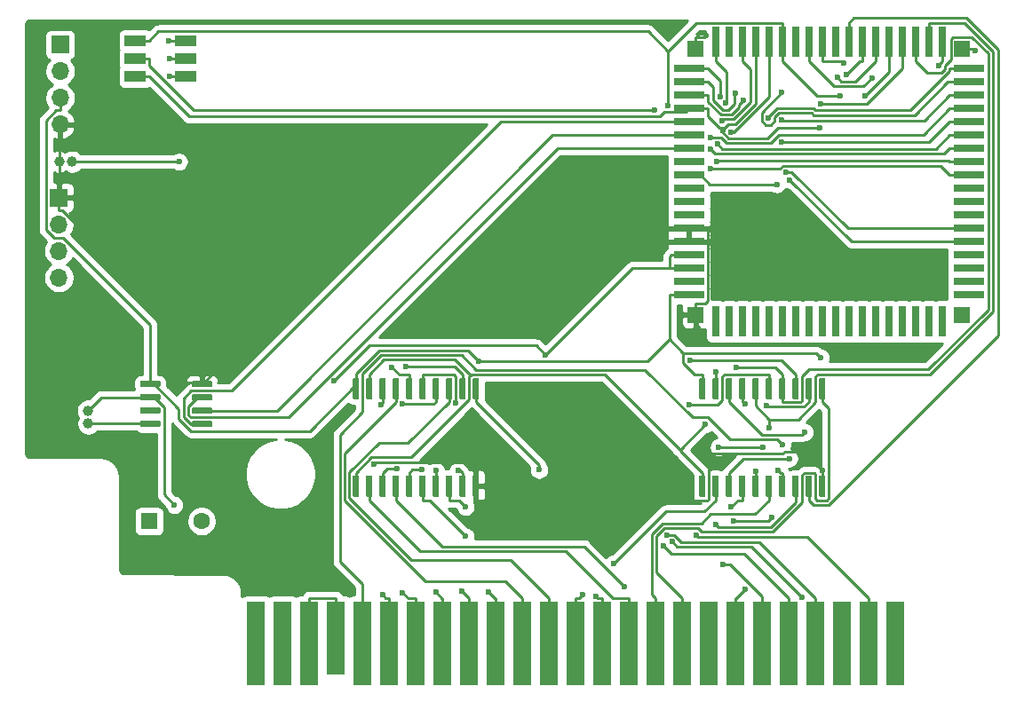
<source format=gbr>
G04 #@! TF.GenerationSoftware,KiCad,Pcbnew,5.1.5+dfsg1-2*
G04 #@! TF.CreationDate,2020-04-06T17:51:16-07:00*
G04 #@! TF.ProjectId,rpmpv1,72706d70-7631-42e6-9b69-6361645f7063,rev?*
G04 #@! TF.SameCoordinates,Original*
G04 #@! TF.FileFunction,Copper,L1,Top*
G04 #@! TF.FilePolarity,Positive*
%FSLAX46Y46*%
G04 Gerber Fmt 4.6, Leading zero omitted, Abs format (unit mm)*
G04 Created by KiCad (PCBNEW 5.1.5+dfsg1-2) date 2020-04-06 17:51:16*
%MOMM*%
%LPD*%
G04 APERTURE LIST*
%ADD10R,1.500000X1.500000*%
%ADD11R,3.000000X0.700000*%
%ADD12R,0.700000X3.000000*%
%ADD13C,0.100000*%
%ADD14O,1.700000X1.700000*%
%ADD15R,1.700000X1.700000*%
%ADD16R,1.800000X8.000000*%
%ADD17R,1.800000X7.000000*%
%ADD18R,2.000000X1.100000*%
%ADD19R,1.600000X1.600000*%
%ADD20C,1.600000*%
%ADD21C,1.000000*%
%ADD22C,0.600000*%
%ADD23C,0.250000*%
%ADD24C,0.254000*%
G04 APERTURE END LIST*
D10*
X168910000Y-78486000D03*
D11*
X194945000Y-76581000D03*
X194945000Y-74041000D03*
X194945000Y-72771000D03*
X194945000Y-71501000D03*
X194945000Y-70231000D03*
X194945000Y-68961000D03*
X194945000Y-54991000D03*
X194945000Y-67691000D03*
X194945000Y-66421000D03*
X194945000Y-65151000D03*
X194945000Y-63881000D03*
X194945000Y-62611000D03*
X194945000Y-61341000D03*
X194945000Y-60071000D03*
X194945000Y-58801000D03*
X194945000Y-57531000D03*
X194945000Y-56261000D03*
X194945000Y-75311000D03*
X168275000Y-75311000D03*
X168275000Y-54991000D03*
X168275000Y-56261000D03*
X168275000Y-57531000D03*
X168275000Y-58801000D03*
X168275000Y-60071000D03*
X168275000Y-61341000D03*
X168275000Y-62611000D03*
X168275000Y-63881000D03*
X168275000Y-65151000D03*
X168275000Y-66421000D03*
X168275000Y-67691000D03*
X168275000Y-68961000D03*
X168275000Y-70231000D03*
X168275000Y-71501000D03*
X168275000Y-72771000D03*
X168275000Y-74041000D03*
X168275000Y-76581000D03*
D12*
X191135000Y-52451000D03*
X170815000Y-52451000D03*
X172085000Y-52451000D03*
X173355000Y-52451000D03*
X174625000Y-52451000D03*
X175895000Y-52451000D03*
X177165000Y-52451000D03*
X178435000Y-52451000D03*
X179705000Y-52451000D03*
X180975000Y-52451000D03*
X182245000Y-52451000D03*
X183515000Y-52451000D03*
X184785000Y-52451000D03*
X186055000Y-52451000D03*
X187325000Y-52451000D03*
X188595000Y-52451000D03*
X189865000Y-52451000D03*
X192405000Y-52451000D03*
X192405000Y-79121000D03*
X189865000Y-79121000D03*
X188595000Y-79121000D03*
X187325000Y-79121000D03*
X186055000Y-79121000D03*
X184785000Y-79121000D03*
X183515000Y-79121000D03*
X182245000Y-79121000D03*
X180975000Y-79121000D03*
X179705000Y-79121000D03*
X178435000Y-79121000D03*
X177165000Y-79121000D03*
X175895000Y-79121000D03*
X174625000Y-79121000D03*
X173355000Y-79121000D03*
X172085000Y-79121000D03*
X170815000Y-79121000D03*
X191135000Y-79121000D03*
D10*
X194310000Y-78486000D03*
X194310000Y-53086000D03*
X168910000Y-53086000D03*
G04 #@! TA.AperFunction,SMDPad,CuDef*
D13*
G36*
X136689703Y-84495722D02*
G01*
X136704264Y-84497882D01*
X136718543Y-84501459D01*
X136732403Y-84506418D01*
X136745710Y-84512712D01*
X136758336Y-84520280D01*
X136770159Y-84529048D01*
X136781066Y-84538934D01*
X136790952Y-84549841D01*
X136799720Y-84561664D01*
X136807288Y-84574290D01*
X136813582Y-84587597D01*
X136818541Y-84601457D01*
X136822118Y-84615736D01*
X136824278Y-84630297D01*
X136825000Y-84645000D01*
X136825000Y-86395000D01*
X136824278Y-86409703D01*
X136822118Y-86424264D01*
X136818541Y-86438543D01*
X136813582Y-86452403D01*
X136807288Y-86465710D01*
X136799720Y-86478336D01*
X136790952Y-86490159D01*
X136781066Y-86501066D01*
X136770159Y-86510952D01*
X136758336Y-86519720D01*
X136745710Y-86527288D01*
X136732403Y-86533582D01*
X136718543Y-86538541D01*
X136704264Y-86542118D01*
X136689703Y-86544278D01*
X136675000Y-86545000D01*
X136375000Y-86545000D01*
X136360297Y-86544278D01*
X136345736Y-86542118D01*
X136331457Y-86538541D01*
X136317597Y-86533582D01*
X136304290Y-86527288D01*
X136291664Y-86519720D01*
X136279841Y-86510952D01*
X136268934Y-86501066D01*
X136259048Y-86490159D01*
X136250280Y-86478336D01*
X136242712Y-86465710D01*
X136236418Y-86452403D01*
X136231459Y-86438543D01*
X136227882Y-86424264D01*
X136225722Y-86409703D01*
X136225000Y-86395000D01*
X136225000Y-84645000D01*
X136225722Y-84630297D01*
X136227882Y-84615736D01*
X136231459Y-84601457D01*
X136236418Y-84587597D01*
X136242712Y-84574290D01*
X136250280Y-84561664D01*
X136259048Y-84549841D01*
X136268934Y-84538934D01*
X136279841Y-84529048D01*
X136291664Y-84520280D01*
X136304290Y-84512712D01*
X136317597Y-84506418D01*
X136331457Y-84501459D01*
X136345736Y-84497882D01*
X136360297Y-84495722D01*
X136375000Y-84495000D01*
X136675000Y-84495000D01*
X136689703Y-84495722D01*
G37*
G04 #@! TD.AperFunction*
G04 #@! TA.AperFunction,SMDPad,CuDef*
G36*
X137959703Y-84495722D02*
G01*
X137974264Y-84497882D01*
X137988543Y-84501459D01*
X138002403Y-84506418D01*
X138015710Y-84512712D01*
X138028336Y-84520280D01*
X138040159Y-84529048D01*
X138051066Y-84538934D01*
X138060952Y-84549841D01*
X138069720Y-84561664D01*
X138077288Y-84574290D01*
X138083582Y-84587597D01*
X138088541Y-84601457D01*
X138092118Y-84615736D01*
X138094278Y-84630297D01*
X138095000Y-84645000D01*
X138095000Y-86395000D01*
X138094278Y-86409703D01*
X138092118Y-86424264D01*
X138088541Y-86438543D01*
X138083582Y-86452403D01*
X138077288Y-86465710D01*
X138069720Y-86478336D01*
X138060952Y-86490159D01*
X138051066Y-86501066D01*
X138040159Y-86510952D01*
X138028336Y-86519720D01*
X138015710Y-86527288D01*
X138002403Y-86533582D01*
X137988543Y-86538541D01*
X137974264Y-86542118D01*
X137959703Y-86544278D01*
X137945000Y-86545000D01*
X137645000Y-86545000D01*
X137630297Y-86544278D01*
X137615736Y-86542118D01*
X137601457Y-86538541D01*
X137587597Y-86533582D01*
X137574290Y-86527288D01*
X137561664Y-86519720D01*
X137549841Y-86510952D01*
X137538934Y-86501066D01*
X137529048Y-86490159D01*
X137520280Y-86478336D01*
X137512712Y-86465710D01*
X137506418Y-86452403D01*
X137501459Y-86438543D01*
X137497882Y-86424264D01*
X137495722Y-86409703D01*
X137495000Y-86395000D01*
X137495000Y-84645000D01*
X137495722Y-84630297D01*
X137497882Y-84615736D01*
X137501459Y-84601457D01*
X137506418Y-84587597D01*
X137512712Y-84574290D01*
X137520280Y-84561664D01*
X137529048Y-84549841D01*
X137538934Y-84538934D01*
X137549841Y-84529048D01*
X137561664Y-84520280D01*
X137574290Y-84512712D01*
X137587597Y-84506418D01*
X137601457Y-84501459D01*
X137615736Y-84497882D01*
X137630297Y-84495722D01*
X137645000Y-84495000D01*
X137945000Y-84495000D01*
X137959703Y-84495722D01*
G37*
G04 #@! TD.AperFunction*
G04 #@! TA.AperFunction,SMDPad,CuDef*
G36*
X139229703Y-84495722D02*
G01*
X139244264Y-84497882D01*
X139258543Y-84501459D01*
X139272403Y-84506418D01*
X139285710Y-84512712D01*
X139298336Y-84520280D01*
X139310159Y-84529048D01*
X139321066Y-84538934D01*
X139330952Y-84549841D01*
X139339720Y-84561664D01*
X139347288Y-84574290D01*
X139353582Y-84587597D01*
X139358541Y-84601457D01*
X139362118Y-84615736D01*
X139364278Y-84630297D01*
X139365000Y-84645000D01*
X139365000Y-86395000D01*
X139364278Y-86409703D01*
X139362118Y-86424264D01*
X139358541Y-86438543D01*
X139353582Y-86452403D01*
X139347288Y-86465710D01*
X139339720Y-86478336D01*
X139330952Y-86490159D01*
X139321066Y-86501066D01*
X139310159Y-86510952D01*
X139298336Y-86519720D01*
X139285710Y-86527288D01*
X139272403Y-86533582D01*
X139258543Y-86538541D01*
X139244264Y-86542118D01*
X139229703Y-86544278D01*
X139215000Y-86545000D01*
X138915000Y-86545000D01*
X138900297Y-86544278D01*
X138885736Y-86542118D01*
X138871457Y-86538541D01*
X138857597Y-86533582D01*
X138844290Y-86527288D01*
X138831664Y-86519720D01*
X138819841Y-86510952D01*
X138808934Y-86501066D01*
X138799048Y-86490159D01*
X138790280Y-86478336D01*
X138782712Y-86465710D01*
X138776418Y-86452403D01*
X138771459Y-86438543D01*
X138767882Y-86424264D01*
X138765722Y-86409703D01*
X138765000Y-86395000D01*
X138765000Y-84645000D01*
X138765722Y-84630297D01*
X138767882Y-84615736D01*
X138771459Y-84601457D01*
X138776418Y-84587597D01*
X138782712Y-84574290D01*
X138790280Y-84561664D01*
X138799048Y-84549841D01*
X138808934Y-84538934D01*
X138819841Y-84529048D01*
X138831664Y-84520280D01*
X138844290Y-84512712D01*
X138857597Y-84506418D01*
X138871457Y-84501459D01*
X138885736Y-84497882D01*
X138900297Y-84495722D01*
X138915000Y-84495000D01*
X139215000Y-84495000D01*
X139229703Y-84495722D01*
G37*
G04 #@! TD.AperFunction*
G04 #@! TA.AperFunction,SMDPad,CuDef*
G36*
X140499703Y-84495722D02*
G01*
X140514264Y-84497882D01*
X140528543Y-84501459D01*
X140542403Y-84506418D01*
X140555710Y-84512712D01*
X140568336Y-84520280D01*
X140580159Y-84529048D01*
X140591066Y-84538934D01*
X140600952Y-84549841D01*
X140609720Y-84561664D01*
X140617288Y-84574290D01*
X140623582Y-84587597D01*
X140628541Y-84601457D01*
X140632118Y-84615736D01*
X140634278Y-84630297D01*
X140635000Y-84645000D01*
X140635000Y-86395000D01*
X140634278Y-86409703D01*
X140632118Y-86424264D01*
X140628541Y-86438543D01*
X140623582Y-86452403D01*
X140617288Y-86465710D01*
X140609720Y-86478336D01*
X140600952Y-86490159D01*
X140591066Y-86501066D01*
X140580159Y-86510952D01*
X140568336Y-86519720D01*
X140555710Y-86527288D01*
X140542403Y-86533582D01*
X140528543Y-86538541D01*
X140514264Y-86542118D01*
X140499703Y-86544278D01*
X140485000Y-86545000D01*
X140185000Y-86545000D01*
X140170297Y-86544278D01*
X140155736Y-86542118D01*
X140141457Y-86538541D01*
X140127597Y-86533582D01*
X140114290Y-86527288D01*
X140101664Y-86519720D01*
X140089841Y-86510952D01*
X140078934Y-86501066D01*
X140069048Y-86490159D01*
X140060280Y-86478336D01*
X140052712Y-86465710D01*
X140046418Y-86452403D01*
X140041459Y-86438543D01*
X140037882Y-86424264D01*
X140035722Y-86409703D01*
X140035000Y-86395000D01*
X140035000Y-84645000D01*
X140035722Y-84630297D01*
X140037882Y-84615736D01*
X140041459Y-84601457D01*
X140046418Y-84587597D01*
X140052712Y-84574290D01*
X140060280Y-84561664D01*
X140069048Y-84549841D01*
X140078934Y-84538934D01*
X140089841Y-84529048D01*
X140101664Y-84520280D01*
X140114290Y-84512712D01*
X140127597Y-84506418D01*
X140141457Y-84501459D01*
X140155736Y-84497882D01*
X140170297Y-84495722D01*
X140185000Y-84495000D01*
X140485000Y-84495000D01*
X140499703Y-84495722D01*
G37*
G04 #@! TD.AperFunction*
G04 #@! TA.AperFunction,SMDPad,CuDef*
G36*
X141769703Y-84495722D02*
G01*
X141784264Y-84497882D01*
X141798543Y-84501459D01*
X141812403Y-84506418D01*
X141825710Y-84512712D01*
X141838336Y-84520280D01*
X141850159Y-84529048D01*
X141861066Y-84538934D01*
X141870952Y-84549841D01*
X141879720Y-84561664D01*
X141887288Y-84574290D01*
X141893582Y-84587597D01*
X141898541Y-84601457D01*
X141902118Y-84615736D01*
X141904278Y-84630297D01*
X141905000Y-84645000D01*
X141905000Y-86395000D01*
X141904278Y-86409703D01*
X141902118Y-86424264D01*
X141898541Y-86438543D01*
X141893582Y-86452403D01*
X141887288Y-86465710D01*
X141879720Y-86478336D01*
X141870952Y-86490159D01*
X141861066Y-86501066D01*
X141850159Y-86510952D01*
X141838336Y-86519720D01*
X141825710Y-86527288D01*
X141812403Y-86533582D01*
X141798543Y-86538541D01*
X141784264Y-86542118D01*
X141769703Y-86544278D01*
X141755000Y-86545000D01*
X141455000Y-86545000D01*
X141440297Y-86544278D01*
X141425736Y-86542118D01*
X141411457Y-86538541D01*
X141397597Y-86533582D01*
X141384290Y-86527288D01*
X141371664Y-86519720D01*
X141359841Y-86510952D01*
X141348934Y-86501066D01*
X141339048Y-86490159D01*
X141330280Y-86478336D01*
X141322712Y-86465710D01*
X141316418Y-86452403D01*
X141311459Y-86438543D01*
X141307882Y-86424264D01*
X141305722Y-86409703D01*
X141305000Y-86395000D01*
X141305000Y-84645000D01*
X141305722Y-84630297D01*
X141307882Y-84615736D01*
X141311459Y-84601457D01*
X141316418Y-84587597D01*
X141322712Y-84574290D01*
X141330280Y-84561664D01*
X141339048Y-84549841D01*
X141348934Y-84538934D01*
X141359841Y-84529048D01*
X141371664Y-84520280D01*
X141384290Y-84512712D01*
X141397597Y-84506418D01*
X141411457Y-84501459D01*
X141425736Y-84497882D01*
X141440297Y-84495722D01*
X141455000Y-84495000D01*
X141755000Y-84495000D01*
X141769703Y-84495722D01*
G37*
G04 #@! TD.AperFunction*
G04 #@! TA.AperFunction,SMDPad,CuDef*
G36*
X143039703Y-84495722D02*
G01*
X143054264Y-84497882D01*
X143068543Y-84501459D01*
X143082403Y-84506418D01*
X143095710Y-84512712D01*
X143108336Y-84520280D01*
X143120159Y-84529048D01*
X143131066Y-84538934D01*
X143140952Y-84549841D01*
X143149720Y-84561664D01*
X143157288Y-84574290D01*
X143163582Y-84587597D01*
X143168541Y-84601457D01*
X143172118Y-84615736D01*
X143174278Y-84630297D01*
X143175000Y-84645000D01*
X143175000Y-86395000D01*
X143174278Y-86409703D01*
X143172118Y-86424264D01*
X143168541Y-86438543D01*
X143163582Y-86452403D01*
X143157288Y-86465710D01*
X143149720Y-86478336D01*
X143140952Y-86490159D01*
X143131066Y-86501066D01*
X143120159Y-86510952D01*
X143108336Y-86519720D01*
X143095710Y-86527288D01*
X143082403Y-86533582D01*
X143068543Y-86538541D01*
X143054264Y-86542118D01*
X143039703Y-86544278D01*
X143025000Y-86545000D01*
X142725000Y-86545000D01*
X142710297Y-86544278D01*
X142695736Y-86542118D01*
X142681457Y-86538541D01*
X142667597Y-86533582D01*
X142654290Y-86527288D01*
X142641664Y-86519720D01*
X142629841Y-86510952D01*
X142618934Y-86501066D01*
X142609048Y-86490159D01*
X142600280Y-86478336D01*
X142592712Y-86465710D01*
X142586418Y-86452403D01*
X142581459Y-86438543D01*
X142577882Y-86424264D01*
X142575722Y-86409703D01*
X142575000Y-86395000D01*
X142575000Y-84645000D01*
X142575722Y-84630297D01*
X142577882Y-84615736D01*
X142581459Y-84601457D01*
X142586418Y-84587597D01*
X142592712Y-84574290D01*
X142600280Y-84561664D01*
X142609048Y-84549841D01*
X142618934Y-84538934D01*
X142629841Y-84529048D01*
X142641664Y-84520280D01*
X142654290Y-84512712D01*
X142667597Y-84506418D01*
X142681457Y-84501459D01*
X142695736Y-84497882D01*
X142710297Y-84495722D01*
X142725000Y-84495000D01*
X143025000Y-84495000D01*
X143039703Y-84495722D01*
G37*
G04 #@! TD.AperFunction*
G04 #@! TA.AperFunction,SMDPad,CuDef*
G36*
X144309703Y-84495722D02*
G01*
X144324264Y-84497882D01*
X144338543Y-84501459D01*
X144352403Y-84506418D01*
X144365710Y-84512712D01*
X144378336Y-84520280D01*
X144390159Y-84529048D01*
X144401066Y-84538934D01*
X144410952Y-84549841D01*
X144419720Y-84561664D01*
X144427288Y-84574290D01*
X144433582Y-84587597D01*
X144438541Y-84601457D01*
X144442118Y-84615736D01*
X144444278Y-84630297D01*
X144445000Y-84645000D01*
X144445000Y-86395000D01*
X144444278Y-86409703D01*
X144442118Y-86424264D01*
X144438541Y-86438543D01*
X144433582Y-86452403D01*
X144427288Y-86465710D01*
X144419720Y-86478336D01*
X144410952Y-86490159D01*
X144401066Y-86501066D01*
X144390159Y-86510952D01*
X144378336Y-86519720D01*
X144365710Y-86527288D01*
X144352403Y-86533582D01*
X144338543Y-86538541D01*
X144324264Y-86542118D01*
X144309703Y-86544278D01*
X144295000Y-86545000D01*
X143995000Y-86545000D01*
X143980297Y-86544278D01*
X143965736Y-86542118D01*
X143951457Y-86538541D01*
X143937597Y-86533582D01*
X143924290Y-86527288D01*
X143911664Y-86519720D01*
X143899841Y-86510952D01*
X143888934Y-86501066D01*
X143879048Y-86490159D01*
X143870280Y-86478336D01*
X143862712Y-86465710D01*
X143856418Y-86452403D01*
X143851459Y-86438543D01*
X143847882Y-86424264D01*
X143845722Y-86409703D01*
X143845000Y-86395000D01*
X143845000Y-84645000D01*
X143845722Y-84630297D01*
X143847882Y-84615736D01*
X143851459Y-84601457D01*
X143856418Y-84587597D01*
X143862712Y-84574290D01*
X143870280Y-84561664D01*
X143879048Y-84549841D01*
X143888934Y-84538934D01*
X143899841Y-84529048D01*
X143911664Y-84520280D01*
X143924290Y-84512712D01*
X143937597Y-84506418D01*
X143951457Y-84501459D01*
X143965736Y-84497882D01*
X143980297Y-84495722D01*
X143995000Y-84495000D01*
X144295000Y-84495000D01*
X144309703Y-84495722D01*
G37*
G04 #@! TD.AperFunction*
G04 #@! TA.AperFunction,SMDPad,CuDef*
G36*
X145579703Y-84495722D02*
G01*
X145594264Y-84497882D01*
X145608543Y-84501459D01*
X145622403Y-84506418D01*
X145635710Y-84512712D01*
X145648336Y-84520280D01*
X145660159Y-84529048D01*
X145671066Y-84538934D01*
X145680952Y-84549841D01*
X145689720Y-84561664D01*
X145697288Y-84574290D01*
X145703582Y-84587597D01*
X145708541Y-84601457D01*
X145712118Y-84615736D01*
X145714278Y-84630297D01*
X145715000Y-84645000D01*
X145715000Y-86395000D01*
X145714278Y-86409703D01*
X145712118Y-86424264D01*
X145708541Y-86438543D01*
X145703582Y-86452403D01*
X145697288Y-86465710D01*
X145689720Y-86478336D01*
X145680952Y-86490159D01*
X145671066Y-86501066D01*
X145660159Y-86510952D01*
X145648336Y-86519720D01*
X145635710Y-86527288D01*
X145622403Y-86533582D01*
X145608543Y-86538541D01*
X145594264Y-86542118D01*
X145579703Y-86544278D01*
X145565000Y-86545000D01*
X145265000Y-86545000D01*
X145250297Y-86544278D01*
X145235736Y-86542118D01*
X145221457Y-86538541D01*
X145207597Y-86533582D01*
X145194290Y-86527288D01*
X145181664Y-86519720D01*
X145169841Y-86510952D01*
X145158934Y-86501066D01*
X145149048Y-86490159D01*
X145140280Y-86478336D01*
X145132712Y-86465710D01*
X145126418Y-86452403D01*
X145121459Y-86438543D01*
X145117882Y-86424264D01*
X145115722Y-86409703D01*
X145115000Y-86395000D01*
X145115000Y-84645000D01*
X145115722Y-84630297D01*
X145117882Y-84615736D01*
X145121459Y-84601457D01*
X145126418Y-84587597D01*
X145132712Y-84574290D01*
X145140280Y-84561664D01*
X145149048Y-84549841D01*
X145158934Y-84538934D01*
X145169841Y-84529048D01*
X145181664Y-84520280D01*
X145194290Y-84512712D01*
X145207597Y-84506418D01*
X145221457Y-84501459D01*
X145235736Y-84497882D01*
X145250297Y-84495722D01*
X145265000Y-84495000D01*
X145565000Y-84495000D01*
X145579703Y-84495722D01*
G37*
G04 #@! TD.AperFunction*
G04 #@! TA.AperFunction,SMDPad,CuDef*
G36*
X146849703Y-84495722D02*
G01*
X146864264Y-84497882D01*
X146878543Y-84501459D01*
X146892403Y-84506418D01*
X146905710Y-84512712D01*
X146918336Y-84520280D01*
X146930159Y-84529048D01*
X146941066Y-84538934D01*
X146950952Y-84549841D01*
X146959720Y-84561664D01*
X146967288Y-84574290D01*
X146973582Y-84587597D01*
X146978541Y-84601457D01*
X146982118Y-84615736D01*
X146984278Y-84630297D01*
X146985000Y-84645000D01*
X146985000Y-86395000D01*
X146984278Y-86409703D01*
X146982118Y-86424264D01*
X146978541Y-86438543D01*
X146973582Y-86452403D01*
X146967288Y-86465710D01*
X146959720Y-86478336D01*
X146950952Y-86490159D01*
X146941066Y-86501066D01*
X146930159Y-86510952D01*
X146918336Y-86519720D01*
X146905710Y-86527288D01*
X146892403Y-86533582D01*
X146878543Y-86538541D01*
X146864264Y-86542118D01*
X146849703Y-86544278D01*
X146835000Y-86545000D01*
X146535000Y-86545000D01*
X146520297Y-86544278D01*
X146505736Y-86542118D01*
X146491457Y-86538541D01*
X146477597Y-86533582D01*
X146464290Y-86527288D01*
X146451664Y-86519720D01*
X146439841Y-86510952D01*
X146428934Y-86501066D01*
X146419048Y-86490159D01*
X146410280Y-86478336D01*
X146402712Y-86465710D01*
X146396418Y-86452403D01*
X146391459Y-86438543D01*
X146387882Y-86424264D01*
X146385722Y-86409703D01*
X146385000Y-86395000D01*
X146385000Y-84645000D01*
X146385722Y-84630297D01*
X146387882Y-84615736D01*
X146391459Y-84601457D01*
X146396418Y-84587597D01*
X146402712Y-84574290D01*
X146410280Y-84561664D01*
X146419048Y-84549841D01*
X146428934Y-84538934D01*
X146439841Y-84529048D01*
X146451664Y-84520280D01*
X146464290Y-84512712D01*
X146477597Y-84506418D01*
X146491457Y-84501459D01*
X146505736Y-84497882D01*
X146520297Y-84495722D01*
X146535000Y-84495000D01*
X146835000Y-84495000D01*
X146849703Y-84495722D01*
G37*
G04 #@! TD.AperFunction*
G04 #@! TA.AperFunction,SMDPad,CuDef*
G36*
X148119703Y-84495722D02*
G01*
X148134264Y-84497882D01*
X148148543Y-84501459D01*
X148162403Y-84506418D01*
X148175710Y-84512712D01*
X148188336Y-84520280D01*
X148200159Y-84529048D01*
X148211066Y-84538934D01*
X148220952Y-84549841D01*
X148229720Y-84561664D01*
X148237288Y-84574290D01*
X148243582Y-84587597D01*
X148248541Y-84601457D01*
X148252118Y-84615736D01*
X148254278Y-84630297D01*
X148255000Y-84645000D01*
X148255000Y-86395000D01*
X148254278Y-86409703D01*
X148252118Y-86424264D01*
X148248541Y-86438543D01*
X148243582Y-86452403D01*
X148237288Y-86465710D01*
X148229720Y-86478336D01*
X148220952Y-86490159D01*
X148211066Y-86501066D01*
X148200159Y-86510952D01*
X148188336Y-86519720D01*
X148175710Y-86527288D01*
X148162403Y-86533582D01*
X148148543Y-86538541D01*
X148134264Y-86542118D01*
X148119703Y-86544278D01*
X148105000Y-86545000D01*
X147805000Y-86545000D01*
X147790297Y-86544278D01*
X147775736Y-86542118D01*
X147761457Y-86538541D01*
X147747597Y-86533582D01*
X147734290Y-86527288D01*
X147721664Y-86519720D01*
X147709841Y-86510952D01*
X147698934Y-86501066D01*
X147689048Y-86490159D01*
X147680280Y-86478336D01*
X147672712Y-86465710D01*
X147666418Y-86452403D01*
X147661459Y-86438543D01*
X147657882Y-86424264D01*
X147655722Y-86409703D01*
X147655000Y-86395000D01*
X147655000Y-84645000D01*
X147655722Y-84630297D01*
X147657882Y-84615736D01*
X147661459Y-84601457D01*
X147666418Y-84587597D01*
X147672712Y-84574290D01*
X147680280Y-84561664D01*
X147689048Y-84549841D01*
X147698934Y-84538934D01*
X147709841Y-84529048D01*
X147721664Y-84520280D01*
X147734290Y-84512712D01*
X147747597Y-84506418D01*
X147761457Y-84501459D01*
X147775736Y-84497882D01*
X147790297Y-84495722D01*
X147805000Y-84495000D01*
X148105000Y-84495000D01*
X148119703Y-84495722D01*
G37*
G04 #@! TD.AperFunction*
G04 #@! TA.AperFunction,SMDPad,CuDef*
G36*
X148119703Y-93795722D02*
G01*
X148134264Y-93797882D01*
X148148543Y-93801459D01*
X148162403Y-93806418D01*
X148175710Y-93812712D01*
X148188336Y-93820280D01*
X148200159Y-93829048D01*
X148211066Y-93838934D01*
X148220952Y-93849841D01*
X148229720Y-93861664D01*
X148237288Y-93874290D01*
X148243582Y-93887597D01*
X148248541Y-93901457D01*
X148252118Y-93915736D01*
X148254278Y-93930297D01*
X148255000Y-93945000D01*
X148255000Y-95695000D01*
X148254278Y-95709703D01*
X148252118Y-95724264D01*
X148248541Y-95738543D01*
X148243582Y-95752403D01*
X148237288Y-95765710D01*
X148229720Y-95778336D01*
X148220952Y-95790159D01*
X148211066Y-95801066D01*
X148200159Y-95810952D01*
X148188336Y-95819720D01*
X148175710Y-95827288D01*
X148162403Y-95833582D01*
X148148543Y-95838541D01*
X148134264Y-95842118D01*
X148119703Y-95844278D01*
X148105000Y-95845000D01*
X147805000Y-95845000D01*
X147790297Y-95844278D01*
X147775736Y-95842118D01*
X147761457Y-95838541D01*
X147747597Y-95833582D01*
X147734290Y-95827288D01*
X147721664Y-95819720D01*
X147709841Y-95810952D01*
X147698934Y-95801066D01*
X147689048Y-95790159D01*
X147680280Y-95778336D01*
X147672712Y-95765710D01*
X147666418Y-95752403D01*
X147661459Y-95738543D01*
X147657882Y-95724264D01*
X147655722Y-95709703D01*
X147655000Y-95695000D01*
X147655000Y-93945000D01*
X147655722Y-93930297D01*
X147657882Y-93915736D01*
X147661459Y-93901457D01*
X147666418Y-93887597D01*
X147672712Y-93874290D01*
X147680280Y-93861664D01*
X147689048Y-93849841D01*
X147698934Y-93838934D01*
X147709841Y-93829048D01*
X147721664Y-93820280D01*
X147734290Y-93812712D01*
X147747597Y-93806418D01*
X147761457Y-93801459D01*
X147775736Y-93797882D01*
X147790297Y-93795722D01*
X147805000Y-93795000D01*
X148105000Y-93795000D01*
X148119703Y-93795722D01*
G37*
G04 #@! TD.AperFunction*
G04 #@! TA.AperFunction,SMDPad,CuDef*
G36*
X146849703Y-93795722D02*
G01*
X146864264Y-93797882D01*
X146878543Y-93801459D01*
X146892403Y-93806418D01*
X146905710Y-93812712D01*
X146918336Y-93820280D01*
X146930159Y-93829048D01*
X146941066Y-93838934D01*
X146950952Y-93849841D01*
X146959720Y-93861664D01*
X146967288Y-93874290D01*
X146973582Y-93887597D01*
X146978541Y-93901457D01*
X146982118Y-93915736D01*
X146984278Y-93930297D01*
X146985000Y-93945000D01*
X146985000Y-95695000D01*
X146984278Y-95709703D01*
X146982118Y-95724264D01*
X146978541Y-95738543D01*
X146973582Y-95752403D01*
X146967288Y-95765710D01*
X146959720Y-95778336D01*
X146950952Y-95790159D01*
X146941066Y-95801066D01*
X146930159Y-95810952D01*
X146918336Y-95819720D01*
X146905710Y-95827288D01*
X146892403Y-95833582D01*
X146878543Y-95838541D01*
X146864264Y-95842118D01*
X146849703Y-95844278D01*
X146835000Y-95845000D01*
X146535000Y-95845000D01*
X146520297Y-95844278D01*
X146505736Y-95842118D01*
X146491457Y-95838541D01*
X146477597Y-95833582D01*
X146464290Y-95827288D01*
X146451664Y-95819720D01*
X146439841Y-95810952D01*
X146428934Y-95801066D01*
X146419048Y-95790159D01*
X146410280Y-95778336D01*
X146402712Y-95765710D01*
X146396418Y-95752403D01*
X146391459Y-95738543D01*
X146387882Y-95724264D01*
X146385722Y-95709703D01*
X146385000Y-95695000D01*
X146385000Y-93945000D01*
X146385722Y-93930297D01*
X146387882Y-93915736D01*
X146391459Y-93901457D01*
X146396418Y-93887597D01*
X146402712Y-93874290D01*
X146410280Y-93861664D01*
X146419048Y-93849841D01*
X146428934Y-93838934D01*
X146439841Y-93829048D01*
X146451664Y-93820280D01*
X146464290Y-93812712D01*
X146477597Y-93806418D01*
X146491457Y-93801459D01*
X146505736Y-93797882D01*
X146520297Y-93795722D01*
X146535000Y-93795000D01*
X146835000Y-93795000D01*
X146849703Y-93795722D01*
G37*
G04 #@! TD.AperFunction*
G04 #@! TA.AperFunction,SMDPad,CuDef*
G36*
X145579703Y-93795722D02*
G01*
X145594264Y-93797882D01*
X145608543Y-93801459D01*
X145622403Y-93806418D01*
X145635710Y-93812712D01*
X145648336Y-93820280D01*
X145660159Y-93829048D01*
X145671066Y-93838934D01*
X145680952Y-93849841D01*
X145689720Y-93861664D01*
X145697288Y-93874290D01*
X145703582Y-93887597D01*
X145708541Y-93901457D01*
X145712118Y-93915736D01*
X145714278Y-93930297D01*
X145715000Y-93945000D01*
X145715000Y-95695000D01*
X145714278Y-95709703D01*
X145712118Y-95724264D01*
X145708541Y-95738543D01*
X145703582Y-95752403D01*
X145697288Y-95765710D01*
X145689720Y-95778336D01*
X145680952Y-95790159D01*
X145671066Y-95801066D01*
X145660159Y-95810952D01*
X145648336Y-95819720D01*
X145635710Y-95827288D01*
X145622403Y-95833582D01*
X145608543Y-95838541D01*
X145594264Y-95842118D01*
X145579703Y-95844278D01*
X145565000Y-95845000D01*
X145265000Y-95845000D01*
X145250297Y-95844278D01*
X145235736Y-95842118D01*
X145221457Y-95838541D01*
X145207597Y-95833582D01*
X145194290Y-95827288D01*
X145181664Y-95819720D01*
X145169841Y-95810952D01*
X145158934Y-95801066D01*
X145149048Y-95790159D01*
X145140280Y-95778336D01*
X145132712Y-95765710D01*
X145126418Y-95752403D01*
X145121459Y-95738543D01*
X145117882Y-95724264D01*
X145115722Y-95709703D01*
X145115000Y-95695000D01*
X145115000Y-93945000D01*
X145115722Y-93930297D01*
X145117882Y-93915736D01*
X145121459Y-93901457D01*
X145126418Y-93887597D01*
X145132712Y-93874290D01*
X145140280Y-93861664D01*
X145149048Y-93849841D01*
X145158934Y-93838934D01*
X145169841Y-93829048D01*
X145181664Y-93820280D01*
X145194290Y-93812712D01*
X145207597Y-93806418D01*
X145221457Y-93801459D01*
X145235736Y-93797882D01*
X145250297Y-93795722D01*
X145265000Y-93795000D01*
X145565000Y-93795000D01*
X145579703Y-93795722D01*
G37*
G04 #@! TD.AperFunction*
G04 #@! TA.AperFunction,SMDPad,CuDef*
G36*
X144309703Y-93795722D02*
G01*
X144324264Y-93797882D01*
X144338543Y-93801459D01*
X144352403Y-93806418D01*
X144365710Y-93812712D01*
X144378336Y-93820280D01*
X144390159Y-93829048D01*
X144401066Y-93838934D01*
X144410952Y-93849841D01*
X144419720Y-93861664D01*
X144427288Y-93874290D01*
X144433582Y-93887597D01*
X144438541Y-93901457D01*
X144442118Y-93915736D01*
X144444278Y-93930297D01*
X144445000Y-93945000D01*
X144445000Y-95695000D01*
X144444278Y-95709703D01*
X144442118Y-95724264D01*
X144438541Y-95738543D01*
X144433582Y-95752403D01*
X144427288Y-95765710D01*
X144419720Y-95778336D01*
X144410952Y-95790159D01*
X144401066Y-95801066D01*
X144390159Y-95810952D01*
X144378336Y-95819720D01*
X144365710Y-95827288D01*
X144352403Y-95833582D01*
X144338543Y-95838541D01*
X144324264Y-95842118D01*
X144309703Y-95844278D01*
X144295000Y-95845000D01*
X143995000Y-95845000D01*
X143980297Y-95844278D01*
X143965736Y-95842118D01*
X143951457Y-95838541D01*
X143937597Y-95833582D01*
X143924290Y-95827288D01*
X143911664Y-95819720D01*
X143899841Y-95810952D01*
X143888934Y-95801066D01*
X143879048Y-95790159D01*
X143870280Y-95778336D01*
X143862712Y-95765710D01*
X143856418Y-95752403D01*
X143851459Y-95738543D01*
X143847882Y-95724264D01*
X143845722Y-95709703D01*
X143845000Y-95695000D01*
X143845000Y-93945000D01*
X143845722Y-93930297D01*
X143847882Y-93915736D01*
X143851459Y-93901457D01*
X143856418Y-93887597D01*
X143862712Y-93874290D01*
X143870280Y-93861664D01*
X143879048Y-93849841D01*
X143888934Y-93838934D01*
X143899841Y-93829048D01*
X143911664Y-93820280D01*
X143924290Y-93812712D01*
X143937597Y-93806418D01*
X143951457Y-93801459D01*
X143965736Y-93797882D01*
X143980297Y-93795722D01*
X143995000Y-93795000D01*
X144295000Y-93795000D01*
X144309703Y-93795722D01*
G37*
G04 #@! TD.AperFunction*
G04 #@! TA.AperFunction,SMDPad,CuDef*
G36*
X143039703Y-93795722D02*
G01*
X143054264Y-93797882D01*
X143068543Y-93801459D01*
X143082403Y-93806418D01*
X143095710Y-93812712D01*
X143108336Y-93820280D01*
X143120159Y-93829048D01*
X143131066Y-93838934D01*
X143140952Y-93849841D01*
X143149720Y-93861664D01*
X143157288Y-93874290D01*
X143163582Y-93887597D01*
X143168541Y-93901457D01*
X143172118Y-93915736D01*
X143174278Y-93930297D01*
X143175000Y-93945000D01*
X143175000Y-95695000D01*
X143174278Y-95709703D01*
X143172118Y-95724264D01*
X143168541Y-95738543D01*
X143163582Y-95752403D01*
X143157288Y-95765710D01*
X143149720Y-95778336D01*
X143140952Y-95790159D01*
X143131066Y-95801066D01*
X143120159Y-95810952D01*
X143108336Y-95819720D01*
X143095710Y-95827288D01*
X143082403Y-95833582D01*
X143068543Y-95838541D01*
X143054264Y-95842118D01*
X143039703Y-95844278D01*
X143025000Y-95845000D01*
X142725000Y-95845000D01*
X142710297Y-95844278D01*
X142695736Y-95842118D01*
X142681457Y-95838541D01*
X142667597Y-95833582D01*
X142654290Y-95827288D01*
X142641664Y-95819720D01*
X142629841Y-95810952D01*
X142618934Y-95801066D01*
X142609048Y-95790159D01*
X142600280Y-95778336D01*
X142592712Y-95765710D01*
X142586418Y-95752403D01*
X142581459Y-95738543D01*
X142577882Y-95724264D01*
X142575722Y-95709703D01*
X142575000Y-95695000D01*
X142575000Y-93945000D01*
X142575722Y-93930297D01*
X142577882Y-93915736D01*
X142581459Y-93901457D01*
X142586418Y-93887597D01*
X142592712Y-93874290D01*
X142600280Y-93861664D01*
X142609048Y-93849841D01*
X142618934Y-93838934D01*
X142629841Y-93829048D01*
X142641664Y-93820280D01*
X142654290Y-93812712D01*
X142667597Y-93806418D01*
X142681457Y-93801459D01*
X142695736Y-93797882D01*
X142710297Y-93795722D01*
X142725000Y-93795000D01*
X143025000Y-93795000D01*
X143039703Y-93795722D01*
G37*
G04 #@! TD.AperFunction*
G04 #@! TA.AperFunction,SMDPad,CuDef*
G36*
X141769703Y-93795722D02*
G01*
X141784264Y-93797882D01*
X141798543Y-93801459D01*
X141812403Y-93806418D01*
X141825710Y-93812712D01*
X141838336Y-93820280D01*
X141850159Y-93829048D01*
X141861066Y-93838934D01*
X141870952Y-93849841D01*
X141879720Y-93861664D01*
X141887288Y-93874290D01*
X141893582Y-93887597D01*
X141898541Y-93901457D01*
X141902118Y-93915736D01*
X141904278Y-93930297D01*
X141905000Y-93945000D01*
X141905000Y-95695000D01*
X141904278Y-95709703D01*
X141902118Y-95724264D01*
X141898541Y-95738543D01*
X141893582Y-95752403D01*
X141887288Y-95765710D01*
X141879720Y-95778336D01*
X141870952Y-95790159D01*
X141861066Y-95801066D01*
X141850159Y-95810952D01*
X141838336Y-95819720D01*
X141825710Y-95827288D01*
X141812403Y-95833582D01*
X141798543Y-95838541D01*
X141784264Y-95842118D01*
X141769703Y-95844278D01*
X141755000Y-95845000D01*
X141455000Y-95845000D01*
X141440297Y-95844278D01*
X141425736Y-95842118D01*
X141411457Y-95838541D01*
X141397597Y-95833582D01*
X141384290Y-95827288D01*
X141371664Y-95819720D01*
X141359841Y-95810952D01*
X141348934Y-95801066D01*
X141339048Y-95790159D01*
X141330280Y-95778336D01*
X141322712Y-95765710D01*
X141316418Y-95752403D01*
X141311459Y-95738543D01*
X141307882Y-95724264D01*
X141305722Y-95709703D01*
X141305000Y-95695000D01*
X141305000Y-93945000D01*
X141305722Y-93930297D01*
X141307882Y-93915736D01*
X141311459Y-93901457D01*
X141316418Y-93887597D01*
X141322712Y-93874290D01*
X141330280Y-93861664D01*
X141339048Y-93849841D01*
X141348934Y-93838934D01*
X141359841Y-93829048D01*
X141371664Y-93820280D01*
X141384290Y-93812712D01*
X141397597Y-93806418D01*
X141411457Y-93801459D01*
X141425736Y-93797882D01*
X141440297Y-93795722D01*
X141455000Y-93795000D01*
X141755000Y-93795000D01*
X141769703Y-93795722D01*
G37*
G04 #@! TD.AperFunction*
G04 #@! TA.AperFunction,SMDPad,CuDef*
G36*
X140499703Y-93795722D02*
G01*
X140514264Y-93797882D01*
X140528543Y-93801459D01*
X140542403Y-93806418D01*
X140555710Y-93812712D01*
X140568336Y-93820280D01*
X140580159Y-93829048D01*
X140591066Y-93838934D01*
X140600952Y-93849841D01*
X140609720Y-93861664D01*
X140617288Y-93874290D01*
X140623582Y-93887597D01*
X140628541Y-93901457D01*
X140632118Y-93915736D01*
X140634278Y-93930297D01*
X140635000Y-93945000D01*
X140635000Y-95695000D01*
X140634278Y-95709703D01*
X140632118Y-95724264D01*
X140628541Y-95738543D01*
X140623582Y-95752403D01*
X140617288Y-95765710D01*
X140609720Y-95778336D01*
X140600952Y-95790159D01*
X140591066Y-95801066D01*
X140580159Y-95810952D01*
X140568336Y-95819720D01*
X140555710Y-95827288D01*
X140542403Y-95833582D01*
X140528543Y-95838541D01*
X140514264Y-95842118D01*
X140499703Y-95844278D01*
X140485000Y-95845000D01*
X140185000Y-95845000D01*
X140170297Y-95844278D01*
X140155736Y-95842118D01*
X140141457Y-95838541D01*
X140127597Y-95833582D01*
X140114290Y-95827288D01*
X140101664Y-95819720D01*
X140089841Y-95810952D01*
X140078934Y-95801066D01*
X140069048Y-95790159D01*
X140060280Y-95778336D01*
X140052712Y-95765710D01*
X140046418Y-95752403D01*
X140041459Y-95738543D01*
X140037882Y-95724264D01*
X140035722Y-95709703D01*
X140035000Y-95695000D01*
X140035000Y-93945000D01*
X140035722Y-93930297D01*
X140037882Y-93915736D01*
X140041459Y-93901457D01*
X140046418Y-93887597D01*
X140052712Y-93874290D01*
X140060280Y-93861664D01*
X140069048Y-93849841D01*
X140078934Y-93838934D01*
X140089841Y-93829048D01*
X140101664Y-93820280D01*
X140114290Y-93812712D01*
X140127597Y-93806418D01*
X140141457Y-93801459D01*
X140155736Y-93797882D01*
X140170297Y-93795722D01*
X140185000Y-93795000D01*
X140485000Y-93795000D01*
X140499703Y-93795722D01*
G37*
G04 #@! TD.AperFunction*
G04 #@! TA.AperFunction,SMDPad,CuDef*
G36*
X139229703Y-93795722D02*
G01*
X139244264Y-93797882D01*
X139258543Y-93801459D01*
X139272403Y-93806418D01*
X139285710Y-93812712D01*
X139298336Y-93820280D01*
X139310159Y-93829048D01*
X139321066Y-93838934D01*
X139330952Y-93849841D01*
X139339720Y-93861664D01*
X139347288Y-93874290D01*
X139353582Y-93887597D01*
X139358541Y-93901457D01*
X139362118Y-93915736D01*
X139364278Y-93930297D01*
X139365000Y-93945000D01*
X139365000Y-95695000D01*
X139364278Y-95709703D01*
X139362118Y-95724264D01*
X139358541Y-95738543D01*
X139353582Y-95752403D01*
X139347288Y-95765710D01*
X139339720Y-95778336D01*
X139330952Y-95790159D01*
X139321066Y-95801066D01*
X139310159Y-95810952D01*
X139298336Y-95819720D01*
X139285710Y-95827288D01*
X139272403Y-95833582D01*
X139258543Y-95838541D01*
X139244264Y-95842118D01*
X139229703Y-95844278D01*
X139215000Y-95845000D01*
X138915000Y-95845000D01*
X138900297Y-95844278D01*
X138885736Y-95842118D01*
X138871457Y-95838541D01*
X138857597Y-95833582D01*
X138844290Y-95827288D01*
X138831664Y-95819720D01*
X138819841Y-95810952D01*
X138808934Y-95801066D01*
X138799048Y-95790159D01*
X138790280Y-95778336D01*
X138782712Y-95765710D01*
X138776418Y-95752403D01*
X138771459Y-95738543D01*
X138767882Y-95724264D01*
X138765722Y-95709703D01*
X138765000Y-95695000D01*
X138765000Y-93945000D01*
X138765722Y-93930297D01*
X138767882Y-93915736D01*
X138771459Y-93901457D01*
X138776418Y-93887597D01*
X138782712Y-93874290D01*
X138790280Y-93861664D01*
X138799048Y-93849841D01*
X138808934Y-93838934D01*
X138819841Y-93829048D01*
X138831664Y-93820280D01*
X138844290Y-93812712D01*
X138857597Y-93806418D01*
X138871457Y-93801459D01*
X138885736Y-93797882D01*
X138900297Y-93795722D01*
X138915000Y-93795000D01*
X139215000Y-93795000D01*
X139229703Y-93795722D01*
G37*
G04 #@! TD.AperFunction*
G04 #@! TA.AperFunction,SMDPad,CuDef*
G36*
X137959703Y-93795722D02*
G01*
X137974264Y-93797882D01*
X137988543Y-93801459D01*
X138002403Y-93806418D01*
X138015710Y-93812712D01*
X138028336Y-93820280D01*
X138040159Y-93829048D01*
X138051066Y-93838934D01*
X138060952Y-93849841D01*
X138069720Y-93861664D01*
X138077288Y-93874290D01*
X138083582Y-93887597D01*
X138088541Y-93901457D01*
X138092118Y-93915736D01*
X138094278Y-93930297D01*
X138095000Y-93945000D01*
X138095000Y-95695000D01*
X138094278Y-95709703D01*
X138092118Y-95724264D01*
X138088541Y-95738543D01*
X138083582Y-95752403D01*
X138077288Y-95765710D01*
X138069720Y-95778336D01*
X138060952Y-95790159D01*
X138051066Y-95801066D01*
X138040159Y-95810952D01*
X138028336Y-95819720D01*
X138015710Y-95827288D01*
X138002403Y-95833582D01*
X137988543Y-95838541D01*
X137974264Y-95842118D01*
X137959703Y-95844278D01*
X137945000Y-95845000D01*
X137645000Y-95845000D01*
X137630297Y-95844278D01*
X137615736Y-95842118D01*
X137601457Y-95838541D01*
X137587597Y-95833582D01*
X137574290Y-95827288D01*
X137561664Y-95819720D01*
X137549841Y-95810952D01*
X137538934Y-95801066D01*
X137529048Y-95790159D01*
X137520280Y-95778336D01*
X137512712Y-95765710D01*
X137506418Y-95752403D01*
X137501459Y-95738543D01*
X137497882Y-95724264D01*
X137495722Y-95709703D01*
X137495000Y-95695000D01*
X137495000Y-93945000D01*
X137495722Y-93930297D01*
X137497882Y-93915736D01*
X137501459Y-93901457D01*
X137506418Y-93887597D01*
X137512712Y-93874290D01*
X137520280Y-93861664D01*
X137529048Y-93849841D01*
X137538934Y-93838934D01*
X137549841Y-93829048D01*
X137561664Y-93820280D01*
X137574290Y-93812712D01*
X137587597Y-93806418D01*
X137601457Y-93801459D01*
X137615736Y-93797882D01*
X137630297Y-93795722D01*
X137645000Y-93795000D01*
X137945000Y-93795000D01*
X137959703Y-93795722D01*
G37*
G04 #@! TD.AperFunction*
G04 #@! TA.AperFunction,SMDPad,CuDef*
G36*
X136689703Y-93795722D02*
G01*
X136704264Y-93797882D01*
X136718543Y-93801459D01*
X136732403Y-93806418D01*
X136745710Y-93812712D01*
X136758336Y-93820280D01*
X136770159Y-93829048D01*
X136781066Y-93838934D01*
X136790952Y-93849841D01*
X136799720Y-93861664D01*
X136807288Y-93874290D01*
X136813582Y-93887597D01*
X136818541Y-93901457D01*
X136822118Y-93915736D01*
X136824278Y-93930297D01*
X136825000Y-93945000D01*
X136825000Y-95695000D01*
X136824278Y-95709703D01*
X136822118Y-95724264D01*
X136818541Y-95738543D01*
X136813582Y-95752403D01*
X136807288Y-95765710D01*
X136799720Y-95778336D01*
X136790952Y-95790159D01*
X136781066Y-95801066D01*
X136770159Y-95810952D01*
X136758336Y-95819720D01*
X136745710Y-95827288D01*
X136732403Y-95833582D01*
X136718543Y-95838541D01*
X136704264Y-95842118D01*
X136689703Y-95844278D01*
X136675000Y-95845000D01*
X136375000Y-95845000D01*
X136360297Y-95844278D01*
X136345736Y-95842118D01*
X136331457Y-95838541D01*
X136317597Y-95833582D01*
X136304290Y-95827288D01*
X136291664Y-95819720D01*
X136279841Y-95810952D01*
X136268934Y-95801066D01*
X136259048Y-95790159D01*
X136250280Y-95778336D01*
X136242712Y-95765710D01*
X136236418Y-95752403D01*
X136231459Y-95738543D01*
X136227882Y-95724264D01*
X136225722Y-95709703D01*
X136225000Y-95695000D01*
X136225000Y-93945000D01*
X136225722Y-93930297D01*
X136227882Y-93915736D01*
X136231459Y-93901457D01*
X136236418Y-93887597D01*
X136242712Y-93874290D01*
X136250280Y-93861664D01*
X136259048Y-93849841D01*
X136268934Y-93838934D01*
X136279841Y-93829048D01*
X136291664Y-93820280D01*
X136304290Y-93812712D01*
X136317597Y-93806418D01*
X136331457Y-93801459D01*
X136345736Y-93797882D01*
X136360297Y-93795722D01*
X136375000Y-93795000D01*
X136675000Y-93795000D01*
X136689703Y-93795722D01*
G37*
G04 #@! TD.AperFunction*
G04 #@! TA.AperFunction,SMDPad,CuDef*
G36*
X169709703Y-84495722D02*
G01*
X169724264Y-84497882D01*
X169738543Y-84501459D01*
X169752403Y-84506418D01*
X169765710Y-84512712D01*
X169778336Y-84520280D01*
X169790159Y-84529048D01*
X169801066Y-84538934D01*
X169810952Y-84549841D01*
X169819720Y-84561664D01*
X169827288Y-84574290D01*
X169833582Y-84587597D01*
X169838541Y-84601457D01*
X169842118Y-84615736D01*
X169844278Y-84630297D01*
X169845000Y-84645000D01*
X169845000Y-86395000D01*
X169844278Y-86409703D01*
X169842118Y-86424264D01*
X169838541Y-86438543D01*
X169833582Y-86452403D01*
X169827288Y-86465710D01*
X169819720Y-86478336D01*
X169810952Y-86490159D01*
X169801066Y-86501066D01*
X169790159Y-86510952D01*
X169778336Y-86519720D01*
X169765710Y-86527288D01*
X169752403Y-86533582D01*
X169738543Y-86538541D01*
X169724264Y-86542118D01*
X169709703Y-86544278D01*
X169695000Y-86545000D01*
X169395000Y-86545000D01*
X169380297Y-86544278D01*
X169365736Y-86542118D01*
X169351457Y-86538541D01*
X169337597Y-86533582D01*
X169324290Y-86527288D01*
X169311664Y-86519720D01*
X169299841Y-86510952D01*
X169288934Y-86501066D01*
X169279048Y-86490159D01*
X169270280Y-86478336D01*
X169262712Y-86465710D01*
X169256418Y-86452403D01*
X169251459Y-86438543D01*
X169247882Y-86424264D01*
X169245722Y-86409703D01*
X169245000Y-86395000D01*
X169245000Y-84645000D01*
X169245722Y-84630297D01*
X169247882Y-84615736D01*
X169251459Y-84601457D01*
X169256418Y-84587597D01*
X169262712Y-84574290D01*
X169270280Y-84561664D01*
X169279048Y-84549841D01*
X169288934Y-84538934D01*
X169299841Y-84529048D01*
X169311664Y-84520280D01*
X169324290Y-84512712D01*
X169337597Y-84506418D01*
X169351457Y-84501459D01*
X169365736Y-84497882D01*
X169380297Y-84495722D01*
X169395000Y-84495000D01*
X169695000Y-84495000D01*
X169709703Y-84495722D01*
G37*
G04 #@! TD.AperFunction*
G04 #@! TA.AperFunction,SMDPad,CuDef*
G36*
X170979703Y-84495722D02*
G01*
X170994264Y-84497882D01*
X171008543Y-84501459D01*
X171022403Y-84506418D01*
X171035710Y-84512712D01*
X171048336Y-84520280D01*
X171060159Y-84529048D01*
X171071066Y-84538934D01*
X171080952Y-84549841D01*
X171089720Y-84561664D01*
X171097288Y-84574290D01*
X171103582Y-84587597D01*
X171108541Y-84601457D01*
X171112118Y-84615736D01*
X171114278Y-84630297D01*
X171115000Y-84645000D01*
X171115000Y-86395000D01*
X171114278Y-86409703D01*
X171112118Y-86424264D01*
X171108541Y-86438543D01*
X171103582Y-86452403D01*
X171097288Y-86465710D01*
X171089720Y-86478336D01*
X171080952Y-86490159D01*
X171071066Y-86501066D01*
X171060159Y-86510952D01*
X171048336Y-86519720D01*
X171035710Y-86527288D01*
X171022403Y-86533582D01*
X171008543Y-86538541D01*
X170994264Y-86542118D01*
X170979703Y-86544278D01*
X170965000Y-86545000D01*
X170665000Y-86545000D01*
X170650297Y-86544278D01*
X170635736Y-86542118D01*
X170621457Y-86538541D01*
X170607597Y-86533582D01*
X170594290Y-86527288D01*
X170581664Y-86519720D01*
X170569841Y-86510952D01*
X170558934Y-86501066D01*
X170549048Y-86490159D01*
X170540280Y-86478336D01*
X170532712Y-86465710D01*
X170526418Y-86452403D01*
X170521459Y-86438543D01*
X170517882Y-86424264D01*
X170515722Y-86409703D01*
X170515000Y-86395000D01*
X170515000Y-84645000D01*
X170515722Y-84630297D01*
X170517882Y-84615736D01*
X170521459Y-84601457D01*
X170526418Y-84587597D01*
X170532712Y-84574290D01*
X170540280Y-84561664D01*
X170549048Y-84549841D01*
X170558934Y-84538934D01*
X170569841Y-84529048D01*
X170581664Y-84520280D01*
X170594290Y-84512712D01*
X170607597Y-84506418D01*
X170621457Y-84501459D01*
X170635736Y-84497882D01*
X170650297Y-84495722D01*
X170665000Y-84495000D01*
X170965000Y-84495000D01*
X170979703Y-84495722D01*
G37*
G04 #@! TD.AperFunction*
G04 #@! TA.AperFunction,SMDPad,CuDef*
G36*
X172249703Y-84495722D02*
G01*
X172264264Y-84497882D01*
X172278543Y-84501459D01*
X172292403Y-84506418D01*
X172305710Y-84512712D01*
X172318336Y-84520280D01*
X172330159Y-84529048D01*
X172341066Y-84538934D01*
X172350952Y-84549841D01*
X172359720Y-84561664D01*
X172367288Y-84574290D01*
X172373582Y-84587597D01*
X172378541Y-84601457D01*
X172382118Y-84615736D01*
X172384278Y-84630297D01*
X172385000Y-84645000D01*
X172385000Y-86395000D01*
X172384278Y-86409703D01*
X172382118Y-86424264D01*
X172378541Y-86438543D01*
X172373582Y-86452403D01*
X172367288Y-86465710D01*
X172359720Y-86478336D01*
X172350952Y-86490159D01*
X172341066Y-86501066D01*
X172330159Y-86510952D01*
X172318336Y-86519720D01*
X172305710Y-86527288D01*
X172292403Y-86533582D01*
X172278543Y-86538541D01*
X172264264Y-86542118D01*
X172249703Y-86544278D01*
X172235000Y-86545000D01*
X171935000Y-86545000D01*
X171920297Y-86544278D01*
X171905736Y-86542118D01*
X171891457Y-86538541D01*
X171877597Y-86533582D01*
X171864290Y-86527288D01*
X171851664Y-86519720D01*
X171839841Y-86510952D01*
X171828934Y-86501066D01*
X171819048Y-86490159D01*
X171810280Y-86478336D01*
X171802712Y-86465710D01*
X171796418Y-86452403D01*
X171791459Y-86438543D01*
X171787882Y-86424264D01*
X171785722Y-86409703D01*
X171785000Y-86395000D01*
X171785000Y-84645000D01*
X171785722Y-84630297D01*
X171787882Y-84615736D01*
X171791459Y-84601457D01*
X171796418Y-84587597D01*
X171802712Y-84574290D01*
X171810280Y-84561664D01*
X171819048Y-84549841D01*
X171828934Y-84538934D01*
X171839841Y-84529048D01*
X171851664Y-84520280D01*
X171864290Y-84512712D01*
X171877597Y-84506418D01*
X171891457Y-84501459D01*
X171905736Y-84497882D01*
X171920297Y-84495722D01*
X171935000Y-84495000D01*
X172235000Y-84495000D01*
X172249703Y-84495722D01*
G37*
G04 #@! TD.AperFunction*
G04 #@! TA.AperFunction,SMDPad,CuDef*
G36*
X173519703Y-84495722D02*
G01*
X173534264Y-84497882D01*
X173548543Y-84501459D01*
X173562403Y-84506418D01*
X173575710Y-84512712D01*
X173588336Y-84520280D01*
X173600159Y-84529048D01*
X173611066Y-84538934D01*
X173620952Y-84549841D01*
X173629720Y-84561664D01*
X173637288Y-84574290D01*
X173643582Y-84587597D01*
X173648541Y-84601457D01*
X173652118Y-84615736D01*
X173654278Y-84630297D01*
X173655000Y-84645000D01*
X173655000Y-86395000D01*
X173654278Y-86409703D01*
X173652118Y-86424264D01*
X173648541Y-86438543D01*
X173643582Y-86452403D01*
X173637288Y-86465710D01*
X173629720Y-86478336D01*
X173620952Y-86490159D01*
X173611066Y-86501066D01*
X173600159Y-86510952D01*
X173588336Y-86519720D01*
X173575710Y-86527288D01*
X173562403Y-86533582D01*
X173548543Y-86538541D01*
X173534264Y-86542118D01*
X173519703Y-86544278D01*
X173505000Y-86545000D01*
X173205000Y-86545000D01*
X173190297Y-86544278D01*
X173175736Y-86542118D01*
X173161457Y-86538541D01*
X173147597Y-86533582D01*
X173134290Y-86527288D01*
X173121664Y-86519720D01*
X173109841Y-86510952D01*
X173098934Y-86501066D01*
X173089048Y-86490159D01*
X173080280Y-86478336D01*
X173072712Y-86465710D01*
X173066418Y-86452403D01*
X173061459Y-86438543D01*
X173057882Y-86424264D01*
X173055722Y-86409703D01*
X173055000Y-86395000D01*
X173055000Y-84645000D01*
X173055722Y-84630297D01*
X173057882Y-84615736D01*
X173061459Y-84601457D01*
X173066418Y-84587597D01*
X173072712Y-84574290D01*
X173080280Y-84561664D01*
X173089048Y-84549841D01*
X173098934Y-84538934D01*
X173109841Y-84529048D01*
X173121664Y-84520280D01*
X173134290Y-84512712D01*
X173147597Y-84506418D01*
X173161457Y-84501459D01*
X173175736Y-84497882D01*
X173190297Y-84495722D01*
X173205000Y-84495000D01*
X173505000Y-84495000D01*
X173519703Y-84495722D01*
G37*
G04 #@! TD.AperFunction*
G04 #@! TA.AperFunction,SMDPad,CuDef*
G36*
X174789703Y-84495722D02*
G01*
X174804264Y-84497882D01*
X174818543Y-84501459D01*
X174832403Y-84506418D01*
X174845710Y-84512712D01*
X174858336Y-84520280D01*
X174870159Y-84529048D01*
X174881066Y-84538934D01*
X174890952Y-84549841D01*
X174899720Y-84561664D01*
X174907288Y-84574290D01*
X174913582Y-84587597D01*
X174918541Y-84601457D01*
X174922118Y-84615736D01*
X174924278Y-84630297D01*
X174925000Y-84645000D01*
X174925000Y-86395000D01*
X174924278Y-86409703D01*
X174922118Y-86424264D01*
X174918541Y-86438543D01*
X174913582Y-86452403D01*
X174907288Y-86465710D01*
X174899720Y-86478336D01*
X174890952Y-86490159D01*
X174881066Y-86501066D01*
X174870159Y-86510952D01*
X174858336Y-86519720D01*
X174845710Y-86527288D01*
X174832403Y-86533582D01*
X174818543Y-86538541D01*
X174804264Y-86542118D01*
X174789703Y-86544278D01*
X174775000Y-86545000D01*
X174475000Y-86545000D01*
X174460297Y-86544278D01*
X174445736Y-86542118D01*
X174431457Y-86538541D01*
X174417597Y-86533582D01*
X174404290Y-86527288D01*
X174391664Y-86519720D01*
X174379841Y-86510952D01*
X174368934Y-86501066D01*
X174359048Y-86490159D01*
X174350280Y-86478336D01*
X174342712Y-86465710D01*
X174336418Y-86452403D01*
X174331459Y-86438543D01*
X174327882Y-86424264D01*
X174325722Y-86409703D01*
X174325000Y-86395000D01*
X174325000Y-84645000D01*
X174325722Y-84630297D01*
X174327882Y-84615736D01*
X174331459Y-84601457D01*
X174336418Y-84587597D01*
X174342712Y-84574290D01*
X174350280Y-84561664D01*
X174359048Y-84549841D01*
X174368934Y-84538934D01*
X174379841Y-84529048D01*
X174391664Y-84520280D01*
X174404290Y-84512712D01*
X174417597Y-84506418D01*
X174431457Y-84501459D01*
X174445736Y-84497882D01*
X174460297Y-84495722D01*
X174475000Y-84495000D01*
X174775000Y-84495000D01*
X174789703Y-84495722D01*
G37*
G04 #@! TD.AperFunction*
G04 #@! TA.AperFunction,SMDPad,CuDef*
G36*
X176059703Y-84495722D02*
G01*
X176074264Y-84497882D01*
X176088543Y-84501459D01*
X176102403Y-84506418D01*
X176115710Y-84512712D01*
X176128336Y-84520280D01*
X176140159Y-84529048D01*
X176151066Y-84538934D01*
X176160952Y-84549841D01*
X176169720Y-84561664D01*
X176177288Y-84574290D01*
X176183582Y-84587597D01*
X176188541Y-84601457D01*
X176192118Y-84615736D01*
X176194278Y-84630297D01*
X176195000Y-84645000D01*
X176195000Y-86395000D01*
X176194278Y-86409703D01*
X176192118Y-86424264D01*
X176188541Y-86438543D01*
X176183582Y-86452403D01*
X176177288Y-86465710D01*
X176169720Y-86478336D01*
X176160952Y-86490159D01*
X176151066Y-86501066D01*
X176140159Y-86510952D01*
X176128336Y-86519720D01*
X176115710Y-86527288D01*
X176102403Y-86533582D01*
X176088543Y-86538541D01*
X176074264Y-86542118D01*
X176059703Y-86544278D01*
X176045000Y-86545000D01*
X175745000Y-86545000D01*
X175730297Y-86544278D01*
X175715736Y-86542118D01*
X175701457Y-86538541D01*
X175687597Y-86533582D01*
X175674290Y-86527288D01*
X175661664Y-86519720D01*
X175649841Y-86510952D01*
X175638934Y-86501066D01*
X175629048Y-86490159D01*
X175620280Y-86478336D01*
X175612712Y-86465710D01*
X175606418Y-86452403D01*
X175601459Y-86438543D01*
X175597882Y-86424264D01*
X175595722Y-86409703D01*
X175595000Y-86395000D01*
X175595000Y-84645000D01*
X175595722Y-84630297D01*
X175597882Y-84615736D01*
X175601459Y-84601457D01*
X175606418Y-84587597D01*
X175612712Y-84574290D01*
X175620280Y-84561664D01*
X175629048Y-84549841D01*
X175638934Y-84538934D01*
X175649841Y-84529048D01*
X175661664Y-84520280D01*
X175674290Y-84512712D01*
X175687597Y-84506418D01*
X175701457Y-84501459D01*
X175715736Y-84497882D01*
X175730297Y-84495722D01*
X175745000Y-84495000D01*
X176045000Y-84495000D01*
X176059703Y-84495722D01*
G37*
G04 #@! TD.AperFunction*
G04 #@! TA.AperFunction,SMDPad,CuDef*
G36*
X177329703Y-84495722D02*
G01*
X177344264Y-84497882D01*
X177358543Y-84501459D01*
X177372403Y-84506418D01*
X177385710Y-84512712D01*
X177398336Y-84520280D01*
X177410159Y-84529048D01*
X177421066Y-84538934D01*
X177430952Y-84549841D01*
X177439720Y-84561664D01*
X177447288Y-84574290D01*
X177453582Y-84587597D01*
X177458541Y-84601457D01*
X177462118Y-84615736D01*
X177464278Y-84630297D01*
X177465000Y-84645000D01*
X177465000Y-86395000D01*
X177464278Y-86409703D01*
X177462118Y-86424264D01*
X177458541Y-86438543D01*
X177453582Y-86452403D01*
X177447288Y-86465710D01*
X177439720Y-86478336D01*
X177430952Y-86490159D01*
X177421066Y-86501066D01*
X177410159Y-86510952D01*
X177398336Y-86519720D01*
X177385710Y-86527288D01*
X177372403Y-86533582D01*
X177358543Y-86538541D01*
X177344264Y-86542118D01*
X177329703Y-86544278D01*
X177315000Y-86545000D01*
X177015000Y-86545000D01*
X177000297Y-86544278D01*
X176985736Y-86542118D01*
X176971457Y-86538541D01*
X176957597Y-86533582D01*
X176944290Y-86527288D01*
X176931664Y-86519720D01*
X176919841Y-86510952D01*
X176908934Y-86501066D01*
X176899048Y-86490159D01*
X176890280Y-86478336D01*
X176882712Y-86465710D01*
X176876418Y-86452403D01*
X176871459Y-86438543D01*
X176867882Y-86424264D01*
X176865722Y-86409703D01*
X176865000Y-86395000D01*
X176865000Y-84645000D01*
X176865722Y-84630297D01*
X176867882Y-84615736D01*
X176871459Y-84601457D01*
X176876418Y-84587597D01*
X176882712Y-84574290D01*
X176890280Y-84561664D01*
X176899048Y-84549841D01*
X176908934Y-84538934D01*
X176919841Y-84529048D01*
X176931664Y-84520280D01*
X176944290Y-84512712D01*
X176957597Y-84506418D01*
X176971457Y-84501459D01*
X176985736Y-84497882D01*
X177000297Y-84495722D01*
X177015000Y-84495000D01*
X177315000Y-84495000D01*
X177329703Y-84495722D01*
G37*
G04 #@! TD.AperFunction*
G04 #@! TA.AperFunction,SMDPad,CuDef*
G36*
X178599703Y-84495722D02*
G01*
X178614264Y-84497882D01*
X178628543Y-84501459D01*
X178642403Y-84506418D01*
X178655710Y-84512712D01*
X178668336Y-84520280D01*
X178680159Y-84529048D01*
X178691066Y-84538934D01*
X178700952Y-84549841D01*
X178709720Y-84561664D01*
X178717288Y-84574290D01*
X178723582Y-84587597D01*
X178728541Y-84601457D01*
X178732118Y-84615736D01*
X178734278Y-84630297D01*
X178735000Y-84645000D01*
X178735000Y-86395000D01*
X178734278Y-86409703D01*
X178732118Y-86424264D01*
X178728541Y-86438543D01*
X178723582Y-86452403D01*
X178717288Y-86465710D01*
X178709720Y-86478336D01*
X178700952Y-86490159D01*
X178691066Y-86501066D01*
X178680159Y-86510952D01*
X178668336Y-86519720D01*
X178655710Y-86527288D01*
X178642403Y-86533582D01*
X178628543Y-86538541D01*
X178614264Y-86542118D01*
X178599703Y-86544278D01*
X178585000Y-86545000D01*
X178285000Y-86545000D01*
X178270297Y-86544278D01*
X178255736Y-86542118D01*
X178241457Y-86538541D01*
X178227597Y-86533582D01*
X178214290Y-86527288D01*
X178201664Y-86519720D01*
X178189841Y-86510952D01*
X178178934Y-86501066D01*
X178169048Y-86490159D01*
X178160280Y-86478336D01*
X178152712Y-86465710D01*
X178146418Y-86452403D01*
X178141459Y-86438543D01*
X178137882Y-86424264D01*
X178135722Y-86409703D01*
X178135000Y-86395000D01*
X178135000Y-84645000D01*
X178135722Y-84630297D01*
X178137882Y-84615736D01*
X178141459Y-84601457D01*
X178146418Y-84587597D01*
X178152712Y-84574290D01*
X178160280Y-84561664D01*
X178169048Y-84549841D01*
X178178934Y-84538934D01*
X178189841Y-84529048D01*
X178201664Y-84520280D01*
X178214290Y-84512712D01*
X178227597Y-84506418D01*
X178241457Y-84501459D01*
X178255736Y-84497882D01*
X178270297Y-84495722D01*
X178285000Y-84495000D01*
X178585000Y-84495000D01*
X178599703Y-84495722D01*
G37*
G04 #@! TD.AperFunction*
G04 #@! TA.AperFunction,SMDPad,CuDef*
G36*
X179869703Y-84495722D02*
G01*
X179884264Y-84497882D01*
X179898543Y-84501459D01*
X179912403Y-84506418D01*
X179925710Y-84512712D01*
X179938336Y-84520280D01*
X179950159Y-84529048D01*
X179961066Y-84538934D01*
X179970952Y-84549841D01*
X179979720Y-84561664D01*
X179987288Y-84574290D01*
X179993582Y-84587597D01*
X179998541Y-84601457D01*
X180002118Y-84615736D01*
X180004278Y-84630297D01*
X180005000Y-84645000D01*
X180005000Y-86395000D01*
X180004278Y-86409703D01*
X180002118Y-86424264D01*
X179998541Y-86438543D01*
X179993582Y-86452403D01*
X179987288Y-86465710D01*
X179979720Y-86478336D01*
X179970952Y-86490159D01*
X179961066Y-86501066D01*
X179950159Y-86510952D01*
X179938336Y-86519720D01*
X179925710Y-86527288D01*
X179912403Y-86533582D01*
X179898543Y-86538541D01*
X179884264Y-86542118D01*
X179869703Y-86544278D01*
X179855000Y-86545000D01*
X179555000Y-86545000D01*
X179540297Y-86544278D01*
X179525736Y-86542118D01*
X179511457Y-86538541D01*
X179497597Y-86533582D01*
X179484290Y-86527288D01*
X179471664Y-86519720D01*
X179459841Y-86510952D01*
X179448934Y-86501066D01*
X179439048Y-86490159D01*
X179430280Y-86478336D01*
X179422712Y-86465710D01*
X179416418Y-86452403D01*
X179411459Y-86438543D01*
X179407882Y-86424264D01*
X179405722Y-86409703D01*
X179405000Y-86395000D01*
X179405000Y-84645000D01*
X179405722Y-84630297D01*
X179407882Y-84615736D01*
X179411459Y-84601457D01*
X179416418Y-84587597D01*
X179422712Y-84574290D01*
X179430280Y-84561664D01*
X179439048Y-84549841D01*
X179448934Y-84538934D01*
X179459841Y-84529048D01*
X179471664Y-84520280D01*
X179484290Y-84512712D01*
X179497597Y-84506418D01*
X179511457Y-84501459D01*
X179525736Y-84497882D01*
X179540297Y-84495722D01*
X179555000Y-84495000D01*
X179855000Y-84495000D01*
X179869703Y-84495722D01*
G37*
G04 #@! TD.AperFunction*
G04 #@! TA.AperFunction,SMDPad,CuDef*
G36*
X181139703Y-84495722D02*
G01*
X181154264Y-84497882D01*
X181168543Y-84501459D01*
X181182403Y-84506418D01*
X181195710Y-84512712D01*
X181208336Y-84520280D01*
X181220159Y-84529048D01*
X181231066Y-84538934D01*
X181240952Y-84549841D01*
X181249720Y-84561664D01*
X181257288Y-84574290D01*
X181263582Y-84587597D01*
X181268541Y-84601457D01*
X181272118Y-84615736D01*
X181274278Y-84630297D01*
X181275000Y-84645000D01*
X181275000Y-86395000D01*
X181274278Y-86409703D01*
X181272118Y-86424264D01*
X181268541Y-86438543D01*
X181263582Y-86452403D01*
X181257288Y-86465710D01*
X181249720Y-86478336D01*
X181240952Y-86490159D01*
X181231066Y-86501066D01*
X181220159Y-86510952D01*
X181208336Y-86519720D01*
X181195710Y-86527288D01*
X181182403Y-86533582D01*
X181168543Y-86538541D01*
X181154264Y-86542118D01*
X181139703Y-86544278D01*
X181125000Y-86545000D01*
X180825000Y-86545000D01*
X180810297Y-86544278D01*
X180795736Y-86542118D01*
X180781457Y-86538541D01*
X180767597Y-86533582D01*
X180754290Y-86527288D01*
X180741664Y-86519720D01*
X180729841Y-86510952D01*
X180718934Y-86501066D01*
X180709048Y-86490159D01*
X180700280Y-86478336D01*
X180692712Y-86465710D01*
X180686418Y-86452403D01*
X180681459Y-86438543D01*
X180677882Y-86424264D01*
X180675722Y-86409703D01*
X180675000Y-86395000D01*
X180675000Y-84645000D01*
X180675722Y-84630297D01*
X180677882Y-84615736D01*
X180681459Y-84601457D01*
X180686418Y-84587597D01*
X180692712Y-84574290D01*
X180700280Y-84561664D01*
X180709048Y-84549841D01*
X180718934Y-84538934D01*
X180729841Y-84529048D01*
X180741664Y-84520280D01*
X180754290Y-84512712D01*
X180767597Y-84506418D01*
X180781457Y-84501459D01*
X180795736Y-84497882D01*
X180810297Y-84495722D01*
X180825000Y-84495000D01*
X181125000Y-84495000D01*
X181139703Y-84495722D01*
G37*
G04 #@! TD.AperFunction*
G04 #@! TA.AperFunction,SMDPad,CuDef*
G36*
X181139703Y-93795722D02*
G01*
X181154264Y-93797882D01*
X181168543Y-93801459D01*
X181182403Y-93806418D01*
X181195710Y-93812712D01*
X181208336Y-93820280D01*
X181220159Y-93829048D01*
X181231066Y-93838934D01*
X181240952Y-93849841D01*
X181249720Y-93861664D01*
X181257288Y-93874290D01*
X181263582Y-93887597D01*
X181268541Y-93901457D01*
X181272118Y-93915736D01*
X181274278Y-93930297D01*
X181275000Y-93945000D01*
X181275000Y-95695000D01*
X181274278Y-95709703D01*
X181272118Y-95724264D01*
X181268541Y-95738543D01*
X181263582Y-95752403D01*
X181257288Y-95765710D01*
X181249720Y-95778336D01*
X181240952Y-95790159D01*
X181231066Y-95801066D01*
X181220159Y-95810952D01*
X181208336Y-95819720D01*
X181195710Y-95827288D01*
X181182403Y-95833582D01*
X181168543Y-95838541D01*
X181154264Y-95842118D01*
X181139703Y-95844278D01*
X181125000Y-95845000D01*
X180825000Y-95845000D01*
X180810297Y-95844278D01*
X180795736Y-95842118D01*
X180781457Y-95838541D01*
X180767597Y-95833582D01*
X180754290Y-95827288D01*
X180741664Y-95819720D01*
X180729841Y-95810952D01*
X180718934Y-95801066D01*
X180709048Y-95790159D01*
X180700280Y-95778336D01*
X180692712Y-95765710D01*
X180686418Y-95752403D01*
X180681459Y-95738543D01*
X180677882Y-95724264D01*
X180675722Y-95709703D01*
X180675000Y-95695000D01*
X180675000Y-93945000D01*
X180675722Y-93930297D01*
X180677882Y-93915736D01*
X180681459Y-93901457D01*
X180686418Y-93887597D01*
X180692712Y-93874290D01*
X180700280Y-93861664D01*
X180709048Y-93849841D01*
X180718934Y-93838934D01*
X180729841Y-93829048D01*
X180741664Y-93820280D01*
X180754290Y-93812712D01*
X180767597Y-93806418D01*
X180781457Y-93801459D01*
X180795736Y-93797882D01*
X180810297Y-93795722D01*
X180825000Y-93795000D01*
X181125000Y-93795000D01*
X181139703Y-93795722D01*
G37*
G04 #@! TD.AperFunction*
G04 #@! TA.AperFunction,SMDPad,CuDef*
G36*
X179869703Y-93795722D02*
G01*
X179884264Y-93797882D01*
X179898543Y-93801459D01*
X179912403Y-93806418D01*
X179925710Y-93812712D01*
X179938336Y-93820280D01*
X179950159Y-93829048D01*
X179961066Y-93838934D01*
X179970952Y-93849841D01*
X179979720Y-93861664D01*
X179987288Y-93874290D01*
X179993582Y-93887597D01*
X179998541Y-93901457D01*
X180002118Y-93915736D01*
X180004278Y-93930297D01*
X180005000Y-93945000D01*
X180005000Y-95695000D01*
X180004278Y-95709703D01*
X180002118Y-95724264D01*
X179998541Y-95738543D01*
X179993582Y-95752403D01*
X179987288Y-95765710D01*
X179979720Y-95778336D01*
X179970952Y-95790159D01*
X179961066Y-95801066D01*
X179950159Y-95810952D01*
X179938336Y-95819720D01*
X179925710Y-95827288D01*
X179912403Y-95833582D01*
X179898543Y-95838541D01*
X179884264Y-95842118D01*
X179869703Y-95844278D01*
X179855000Y-95845000D01*
X179555000Y-95845000D01*
X179540297Y-95844278D01*
X179525736Y-95842118D01*
X179511457Y-95838541D01*
X179497597Y-95833582D01*
X179484290Y-95827288D01*
X179471664Y-95819720D01*
X179459841Y-95810952D01*
X179448934Y-95801066D01*
X179439048Y-95790159D01*
X179430280Y-95778336D01*
X179422712Y-95765710D01*
X179416418Y-95752403D01*
X179411459Y-95738543D01*
X179407882Y-95724264D01*
X179405722Y-95709703D01*
X179405000Y-95695000D01*
X179405000Y-93945000D01*
X179405722Y-93930297D01*
X179407882Y-93915736D01*
X179411459Y-93901457D01*
X179416418Y-93887597D01*
X179422712Y-93874290D01*
X179430280Y-93861664D01*
X179439048Y-93849841D01*
X179448934Y-93838934D01*
X179459841Y-93829048D01*
X179471664Y-93820280D01*
X179484290Y-93812712D01*
X179497597Y-93806418D01*
X179511457Y-93801459D01*
X179525736Y-93797882D01*
X179540297Y-93795722D01*
X179555000Y-93795000D01*
X179855000Y-93795000D01*
X179869703Y-93795722D01*
G37*
G04 #@! TD.AperFunction*
G04 #@! TA.AperFunction,SMDPad,CuDef*
G36*
X178599703Y-93795722D02*
G01*
X178614264Y-93797882D01*
X178628543Y-93801459D01*
X178642403Y-93806418D01*
X178655710Y-93812712D01*
X178668336Y-93820280D01*
X178680159Y-93829048D01*
X178691066Y-93838934D01*
X178700952Y-93849841D01*
X178709720Y-93861664D01*
X178717288Y-93874290D01*
X178723582Y-93887597D01*
X178728541Y-93901457D01*
X178732118Y-93915736D01*
X178734278Y-93930297D01*
X178735000Y-93945000D01*
X178735000Y-95695000D01*
X178734278Y-95709703D01*
X178732118Y-95724264D01*
X178728541Y-95738543D01*
X178723582Y-95752403D01*
X178717288Y-95765710D01*
X178709720Y-95778336D01*
X178700952Y-95790159D01*
X178691066Y-95801066D01*
X178680159Y-95810952D01*
X178668336Y-95819720D01*
X178655710Y-95827288D01*
X178642403Y-95833582D01*
X178628543Y-95838541D01*
X178614264Y-95842118D01*
X178599703Y-95844278D01*
X178585000Y-95845000D01*
X178285000Y-95845000D01*
X178270297Y-95844278D01*
X178255736Y-95842118D01*
X178241457Y-95838541D01*
X178227597Y-95833582D01*
X178214290Y-95827288D01*
X178201664Y-95819720D01*
X178189841Y-95810952D01*
X178178934Y-95801066D01*
X178169048Y-95790159D01*
X178160280Y-95778336D01*
X178152712Y-95765710D01*
X178146418Y-95752403D01*
X178141459Y-95738543D01*
X178137882Y-95724264D01*
X178135722Y-95709703D01*
X178135000Y-95695000D01*
X178135000Y-93945000D01*
X178135722Y-93930297D01*
X178137882Y-93915736D01*
X178141459Y-93901457D01*
X178146418Y-93887597D01*
X178152712Y-93874290D01*
X178160280Y-93861664D01*
X178169048Y-93849841D01*
X178178934Y-93838934D01*
X178189841Y-93829048D01*
X178201664Y-93820280D01*
X178214290Y-93812712D01*
X178227597Y-93806418D01*
X178241457Y-93801459D01*
X178255736Y-93797882D01*
X178270297Y-93795722D01*
X178285000Y-93795000D01*
X178585000Y-93795000D01*
X178599703Y-93795722D01*
G37*
G04 #@! TD.AperFunction*
G04 #@! TA.AperFunction,SMDPad,CuDef*
G36*
X177329703Y-93795722D02*
G01*
X177344264Y-93797882D01*
X177358543Y-93801459D01*
X177372403Y-93806418D01*
X177385710Y-93812712D01*
X177398336Y-93820280D01*
X177410159Y-93829048D01*
X177421066Y-93838934D01*
X177430952Y-93849841D01*
X177439720Y-93861664D01*
X177447288Y-93874290D01*
X177453582Y-93887597D01*
X177458541Y-93901457D01*
X177462118Y-93915736D01*
X177464278Y-93930297D01*
X177465000Y-93945000D01*
X177465000Y-95695000D01*
X177464278Y-95709703D01*
X177462118Y-95724264D01*
X177458541Y-95738543D01*
X177453582Y-95752403D01*
X177447288Y-95765710D01*
X177439720Y-95778336D01*
X177430952Y-95790159D01*
X177421066Y-95801066D01*
X177410159Y-95810952D01*
X177398336Y-95819720D01*
X177385710Y-95827288D01*
X177372403Y-95833582D01*
X177358543Y-95838541D01*
X177344264Y-95842118D01*
X177329703Y-95844278D01*
X177315000Y-95845000D01*
X177015000Y-95845000D01*
X177000297Y-95844278D01*
X176985736Y-95842118D01*
X176971457Y-95838541D01*
X176957597Y-95833582D01*
X176944290Y-95827288D01*
X176931664Y-95819720D01*
X176919841Y-95810952D01*
X176908934Y-95801066D01*
X176899048Y-95790159D01*
X176890280Y-95778336D01*
X176882712Y-95765710D01*
X176876418Y-95752403D01*
X176871459Y-95738543D01*
X176867882Y-95724264D01*
X176865722Y-95709703D01*
X176865000Y-95695000D01*
X176865000Y-93945000D01*
X176865722Y-93930297D01*
X176867882Y-93915736D01*
X176871459Y-93901457D01*
X176876418Y-93887597D01*
X176882712Y-93874290D01*
X176890280Y-93861664D01*
X176899048Y-93849841D01*
X176908934Y-93838934D01*
X176919841Y-93829048D01*
X176931664Y-93820280D01*
X176944290Y-93812712D01*
X176957597Y-93806418D01*
X176971457Y-93801459D01*
X176985736Y-93797882D01*
X177000297Y-93795722D01*
X177015000Y-93795000D01*
X177315000Y-93795000D01*
X177329703Y-93795722D01*
G37*
G04 #@! TD.AperFunction*
G04 #@! TA.AperFunction,SMDPad,CuDef*
G36*
X176059703Y-93795722D02*
G01*
X176074264Y-93797882D01*
X176088543Y-93801459D01*
X176102403Y-93806418D01*
X176115710Y-93812712D01*
X176128336Y-93820280D01*
X176140159Y-93829048D01*
X176151066Y-93838934D01*
X176160952Y-93849841D01*
X176169720Y-93861664D01*
X176177288Y-93874290D01*
X176183582Y-93887597D01*
X176188541Y-93901457D01*
X176192118Y-93915736D01*
X176194278Y-93930297D01*
X176195000Y-93945000D01*
X176195000Y-95695000D01*
X176194278Y-95709703D01*
X176192118Y-95724264D01*
X176188541Y-95738543D01*
X176183582Y-95752403D01*
X176177288Y-95765710D01*
X176169720Y-95778336D01*
X176160952Y-95790159D01*
X176151066Y-95801066D01*
X176140159Y-95810952D01*
X176128336Y-95819720D01*
X176115710Y-95827288D01*
X176102403Y-95833582D01*
X176088543Y-95838541D01*
X176074264Y-95842118D01*
X176059703Y-95844278D01*
X176045000Y-95845000D01*
X175745000Y-95845000D01*
X175730297Y-95844278D01*
X175715736Y-95842118D01*
X175701457Y-95838541D01*
X175687597Y-95833582D01*
X175674290Y-95827288D01*
X175661664Y-95819720D01*
X175649841Y-95810952D01*
X175638934Y-95801066D01*
X175629048Y-95790159D01*
X175620280Y-95778336D01*
X175612712Y-95765710D01*
X175606418Y-95752403D01*
X175601459Y-95738543D01*
X175597882Y-95724264D01*
X175595722Y-95709703D01*
X175595000Y-95695000D01*
X175595000Y-93945000D01*
X175595722Y-93930297D01*
X175597882Y-93915736D01*
X175601459Y-93901457D01*
X175606418Y-93887597D01*
X175612712Y-93874290D01*
X175620280Y-93861664D01*
X175629048Y-93849841D01*
X175638934Y-93838934D01*
X175649841Y-93829048D01*
X175661664Y-93820280D01*
X175674290Y-93812712D01*
X175687597Y-93806418D01*
X175701457Y-93801459D01*
X175715736Y-93797882D01*
X175730297Y-93795722D01*
X175745000Y-93795000D01*
X176045000Y-93795000D01*
X176059703Y-93795722D01*
G37*
G04 #@! TD.AperFunction*
G04 #@! TA.AperFunction,SMDPad,CuDef*
G36*
X174789703Y-93795722D02*
G01*
X174804264Y-93797882D01*
X174818543Y-93801459D01*
X174832403Y-93806418D01*
X174845710Y-93812712D01*
X174858336Y-93820280D01*
X174870159Y-93829048D01*
X174881066Y-93838934D01*
X174890952Y-93849841D01*
X174899720Y-93861664D01*
X174907288Y-93874290D01*
X174913582Y-93887597D01*
X174918541Y-93901457D01*
X174922118Y-93915736D01*
X174924278Y-93930297D01*
X174925000Y-93945000D01*
X174925000Y-95695000D01*
X174924278Y-95709703D01*
X174922118Y-95724264D01*
X174918541Y-95738543D01*
X174913582Y-95752403D01*
X174907288Y-95765710D01*
X174899720Y-95778336D01*
X174890952Y-95790159D01*
X174881066Y-95801066D01*
X174870159Y-95810952D01*
X174858336Y-95819720D01*
X174845710Y-95827288D01*
X174832403Y-95833582D01*
X174818543Y-95838541D01*
X174804264Y-95842118D01*
X174789703Y-95844278D01*
X174775000Y-95845000D01*
X174475000Y-95845000D01*
X174460297Y-95844278D01*
X174445736Y-95842118D01*
X174431457Y-95838541D01*
X174417597Y-95833582D01*
X174404290Y-95827288D01*
X174391664Y-95819720D01*
X174379841Y-95810952D01*
X174368934Y-95801066D01*
X174359048Y-95790159D01*
X174350280Y-95778336D01*
X174342712Y-95765710D01*
X174336418Y-95752403D01*
X174331459Y-95738543D01*
X174327882Y-95724264D01*
X174325722Y-95709703D01*
X174325000Y-95695000D01*
X174325000Y-93945000D01*
X174325722Y-93930297D01*
X174327882Y-93915736D01*
X174331459Y-93901457D01*
X174336418Y-93887597D01*
X174342712Y-93874290D01*
X174350280Y-93861664D01*
X174359048Y-93849841D01*
X174368934Y-93838934D01*
X174379841Y-93829048D01*
X174391664Y-93820280D01*
X174404290Y-93812712D01*
X174417597Y-93806418D01*
X174431457Y-93801459D01*
X174445736Y-93797882D01*
X174460297Y-93795722D01*
X174475000Y-93795000D01*
X174775000Y-93795000D01*
X174789703Y-93795722D01*
G37*
G04 #@! TD.AperFunction*
G04 #@! TA.AperFunction,SMDPad,CuDef*
G36*
X173519703Y-93795722D02*
G01*
X173534264Y-93797882D01*
X173548543Y-93801459D01*
X173562403Y-93806418D01*
X173575710Y-93812712D01*
X173588336Y-93820280D01*
X173600159Y-93829048D01*
X173611066Y-93838934D01*
X173620952Y-93849841D01*
X173629720Y-93861664D01*
X173637288Y-93874290D01*
X173643582Y-93887597D01*
X173648541Y-93901457D01*
X173652118Y-93915736D01*
X173654278Y-93930297D01*
X173655000Y-93945000D01*
X173655000Y-95695000D01*
X173654278Y-95709703D01*
X173652118Y-95724264D01*
X173648541Y-95738543D01*
X173643582Y-95752403D01*
X173637288Y-95765710D01*
X173629720Y-95778336D01*
X173620952Y-95790159D01*
X173611066Y-95801066D01*
X173600159Y-95810952D01*
X173588336Y-95819720D01*
X173575710Y-95827288D01*
X173562403Y-95833582D01*
X173548543Y-95838541D01*
X173534264Y-95842118D01*
X173519703Y-95844278D01*
X173505000Y-95845000D01*
X173205000Y-95845000D01*
X173190297Y-95844278D01*
X173175736Y-95842118D01*
X173161457Y-95838541D01*
X173147597Y-95833582D01*
X173134290Y-95827288D01*
X173121664Y-95819720D01*
X173109841Y-95810952D01*
X173098934Y-95801066D01*
X173089048Y-95790159D01*
X173080280Y-95778336D01*
X173072712Y-95765710D01*
X173066418Y-95752403D01*
X173061459Y-95738543D01*
X173057882Y-95724264D01*
X173055722Y-95709703D01*
X173055000Y-95695000D01*
X173055000Y-93945000D01*
X173055722Y-93930297D01*
X173057882Y-93915736D01*
X173061459Y-93901457D01*
X173066418Y-93887597D01*
X173072712Y-93874290D01*
X173080280Y-93861664D01*
X173089048Y-93849841D01*
X173098934Y-93838934D01*
X173109841Y-93829048D01*
X173121664Y-93820280D01*
X173134290Y-93812712D01*
X173147597Y-93806418D01*
X173161457Y-93801459D01*
X173175736Y-93797882D01*
X173190297Y-93795722D01*
X173205000Y-93795000D01*
X173505000Y-93795000D01*
X173519703Y-93795722D01*
G37*
G04 #@! TD.AperFunction*
G04 #@! TA.AperFunction,SMDPad,CuDef*
G36*
X172249703Y-93795722D02*
G01*
X172264264Y-93797882D01*
X172278543Y-93801459D01*
X172292403Y-93806418D01*
X172305710Y-93812712D01*
X172318336Y-93820280D01*
X172330159Y-93829048D01*
X172341066Y-93838934D01*
X172350952Y-93849841D01*
X172359720Y-93861664D01*
X172367288Y-93874290D01*
X172373582Y-93887597D01*
X172378541Y-93901457D01*
X172382118Y-93915736D01*
X172384278Y-93930297D01*
X172385000Y-93945000D01*
X172385000Y-95695000D01*
X172384278Y-95709703D01*
X172382118Y-95724264D01*
X172378541Y-95738543D01*
X172373582Y-95752403D01*
X172367288Y-95765710D01*
X172359720Y-95778336D01*
X172350952Y-95790159D01*
X172341066Y-95801066D01*
X172330159Y-95810952D01*
X172318336Y-95819720D01*
X172305710Y-95827288D01*
X172292403Y-95833582D01*
X172278543Y-95838541D01*
X172264264Y-95842118D01*
X172249703Y-95844278D01*
X172235000Y-95845000D01*
X171935000Y-95845000D01*
X171920297Y-95844278D01*
X171905736Y-95842118D01*
X171891457Y-95838541D01*
X171877597Y-95833582D01*
X171864290Y-95827288D01*
X171851664Y-95819720D01*
X171839841Y-95810952D01*
X171828934Y-95801066D01*
X171819048Y-95790159D01*
X171810280Y-95778336D01*
X171802712Y-95765710D01*
X171796418Y-95752403D01*
X171791459Y-95738543D01*
X171787882Y-95724264D01*
X171785722Y-95709703D01*
X171785000Y-95695000D01*
X171785000Y-93945000D01*
X171785722Y-93930297D01*
X171787882Y-93915736D01*
X171791459Y-93901457D01*
X171796418Y-93887597D01*
X171802712Y-93874290D01*
X171810280Y-93861664D01*
X171819048Y-93849841D01*
X171828934Y-93838934D01*
X171839841Y-93829048D01*
X171851664Y-93820280D01*
X171864290Y-93812712D01*
X171877597Y-93806418D01*
X171891457Y-93801459D01*
X171905736Y-93797882D01*
X171920297Y-93795722D01*
X171935000Y-93795000D01*
X172235000Y-93795000D01*
X172249703Y-93795722D01*
G37*
G04 #@! TD.AperFunction*
G04 #@! TA.AperFunction,SMDPad,CuDef*
G36*
X170979703Y-93795722D02*
G01*
X170994264Y-93797882D01*
X171008543Y-93801459D01*
X171022403Y-93806418D01*
X171035710Y-93812712D01*
X171048336Y-93820280D01*
X171060159Y-93829048D01*
X171071066Y-93838934D01*
X171080952Y-93849841D01*
X171089720Y-93861664D01*
X171097288Y-93874290D01*
X171103582Y-93887597D01*
X171108541Y-93901457D01*
X171112118Y-93915736D01*
X171114278Y-93930297D01*
X171115000Y-93945000D01*
X171115000Y-95695000D01*
X171114278Y-95709703D01*
X171112118Y-95724264D01*
X171108541Y-95738543D01*
X171103582Y-95752403D01*
X171097288Y-95765710D01*
X171089720Y-95778336D01*
X171080952Y-95790159D01*
X171071066Y-95801066D01*
X171060159Y-95810952D01*
X171048336Y-95819720D01*
X171035710Y-95827288D01*
X171022403Y-95833582D01*
X171008543Y-95838541D01*
X170994264Y-95842118D01*
X170979703Y-95844278D01*
X170965000Y-95845000D01*
X170665000Y-95845000D01*
X170650297Y-95844278D01*
X170635736Y-95842118D01*
X170621457Y-95838541D01*
X170607597Y-95833582D01*
X170594290Y-95827288D01*
X170581664Y-95819720D01*
X170569841Y-95810952D01*
X170558934Y-95801066D01*
X170549048Y-95790159D01*
X170540280Y-95778336D01*
X170532712Y-95765710D01*
X170526418Y-95752403D01*
X170521459Y-95738543D01*
X170517882Y-95724264D01*
X170515722Y-95709703D01*
X170515000Y-95695000D01*
X170515000Y-93945000D01*
X170515722Y-93930297D01*
X170517882Y-93915736D01*
X170521459Y-93901457D01*
X170526418Y-93887597D01*
X170532712Y-93874290D01*
X170540280Y-93861664D01*
X170549048Y-93849841D01*
X170558934Y-93838934D01*
X170569841Y-93829048D01*
X170581664Y-93820280D01*
X170594290Y-93812712D01*
X170607597Y-93806418D01*
X170621457Y-93801459D01*
X170635736Y-93797882D01*
X170650297Y-93795722D01*
X170665000Y-93795000D01*
X170965000Y-93795000D01*
X170979703Y-93795722D01*
G37*
G04 #@! TD.AperFunction*
G04 #@! TA.AperFunction,SMDPad,CuDef*
G36*
X169709703Y-93795722D02*
G01*
X169724264Y-93797882D01*
X169738543Y-93801459D01*
X169752403Y-93806418D01*
X169765710Y-93812712D01*
X169778336Y-93820280D01*
X169790159Y-93829048D01*
X169801066Y-93838934D01*
X169810952Y-93849841D01*
X169819720Y-93861664D01*
X169827288Y-93874290D01*
X169833582Y-93887597D01*
X169838541Y-93901457D01*
X169842118Y-93915736D01*
X169844278Y-93930297D01*
X169845000Y-93945000D01*
X169845000Y-95695000D01*
X169844278Y-95709703D01*
X169842118Y-95724264D01*
X169838541Y-95738543D01*
X169833582Y-95752403D01*
X169827288Y-95765710D01*
X169819720Y-95778336D01*
X169810952Y-95790159D01*
X169801066Y-95801066D01*
X169790159Y-95810952D01*
X169778336Y-95819720D01*
X169765710Y-95827288D01*
X169752403Y-95833582D01*
X169738543Y-95838541D01*
X169724264Y-95842118D01*
X169709703Y-95844278D01*
X169695000Y-95845000D01*
X169395000Y-95845000D01*
X169380297Y-95844278D01*
X169365736Y-95842118D01*
X169351457Y-95838541D01*
X169337597Y-95833582D01*
X169324290Y-95827288D01*
X169311664Y-95819720D01*
X169299841Y-95810952D01*
X169288934Y-95801066D01*
X169279048Y-95790159D01*
X169270280Y-95778336D01*
X169262712Y-95765710D01*
X169256418Y-95752403D01*
X169251459Y-95738543D01*
X169247882Y-95724264D01*
X169245722Y-95709703D01*
X169245000Y-95695000D01*
X169245000Y-93945000D01*
X169245722Y-93930297D01*
X169247882Y-93915736D01*
X169251459Y-93901457D01*
X169256418Y-93887597D01*
X169262712Y-93874290D01*
X169270280Y-93861664D01*
X169279048Y-93849841D01*
X169288934Y-93838934D01*
X169299841Y-93829048D01*
X169311664Y-93820280D01*
X169324290Y-93812712D01*
X169337597Y-93806418D01*
X169351457Y-93801459D01*
X169365736Y-93797882D01*
X169380297Y-93795722D01*
X169395000Y-93795000D01*
X169695000Y-93795000D01*
X169709703Y-93795722D01*
G37*
G04 #@! TD.AperFunction*
D14*
X108331000Y-60325000D03*
X108331000Y-57785000D03*
X108331000Y-55245000D03*
D15*
X108331000Y-52705000D03*
D16*
X187939840Y-109827440D03*
X185399840Y-109827440D03*
X182859840Y-109827440D03*
X180319840Y-109827440D03*
X177779840Y-109827440D03*
X175239840Y-109827440D03*
X172699840Y-109827440D03*
X170159840Y-109827440D03*
X167619840Y-109827440D03*
X165079840Y-109827440D03*
X162539840Y-109827440D03*
X159999840Y-109827440D03*
X157459840Y-109827440D03*
X154919840Y-109827440D03*
X152379840Y-109827440D03*
X149839840Y-109827440D03*
X147299840Y-109827440D03*
X144759840Y-109827440D03*
X142219840Y-109827440D03*
X139679840Y-109827440D03*
X137139840Y-109827440D03*
D17*
X134594760Y-109334680D03*
D16*
X132059840Y-109827440D03*
X129519840Y-109827440D03*
X126979840Y-109827440D03*
D18*
X115469000Y-52353000D03*
X115469000Y-54053000D03*
X115469000Y-55753000D03*
X120269000Y-55753000D03*
X120269000Y-54053000D03*
X120269000Y-52353000D03*
D19*
X116802000Y-98171000D03*
D20*
X121802000Y-98171000D03*
G04 #@! TA.AperFunction,SMDPad,CuDef*
D13*
G36*
X122694703Y-88600722D02*
G01*
X122709264Y-88602882D01*
X122723543Y-88606459D01*
X122737403Y-88611418D01*
X122750710Y-88617712D01*
X122763336Y-88625280D01*
X122775159Y-88634048D01*
X122786066Y-88643934D01*
X122795952Y-88654841D01*
X122804720Y-88666664D01*
X122812288Y-88679290D01*
X122818582Y-88692597D01*
X122823541Y-88706457D01*
X122827118Y-88720736D01*
X122829278Y-88735297D01*
X122830000Y-88750000D01*
X122830000Y-89050000D01*
X122829278Y-89064703D01*
X122827118Y-89079264D01*
X122823541Y-89093543D01*
X122818582Y-89107403D01*
X122812288Y-89120710D01*
X122804720Y-89133336D01*
X122795952Y-89145159D01*
X122786066Y-89156066D01*
X122775159Y-89165952D01*
X122763336Y-89174720D01*
X122750710Y-89182288D01*
X122737403Y-89188582D01*
X122723543Y-89193541D01*
X122709264Y-89197118D01*
X122694703Y-89199278D01*
X122680000Y-89200000D01*
X121030000Y-89200000D01*
X121015297Y-89199278D01*
X121000736Y-89197118D01*
X120986457Y-89193541D01*
X120972597Y-89188582D01*
X120959290Y-89182288D01*
X120946664Y-89174720D01*
X120934841Y-89165952D01*
X120923934Y-89156066D01*
X120914048Y-89145159D01*
X120905280Y-89133336D01*
X120897712Y-89120710D01*
X120891418Y-89107403D01*
X120886459Y-89093543D01*
X120882882Y-89079264D01*
X120880722Y-89064703D01*
X120880000Y-89050000D01*
X120880000Y-88750000D01*
X120880722Y-88735297D01*
X120882882Y-88720736D01*
X120886459Y-88706457D01*
X120891418Y-88692597D01*
X120897712Y-88679290D01*
X120905280Y-88666664D01*
X120914048Y-88654841D01*
X120923934Y-88643934D01*
X120934841Y-88634048D01*
X120946664Y-88625280D01*
X120959290Y-88617712D01*
X120972597Y-88611418D01*
X120986457Y-88606459D01*
X121000736Y-88602882D01*
X121015297Y-88600722D01*
X121030000Y-88600000D01*
X122680000Y-88600000D01*
X122694703Y-88600722D01*
G37*
G04 #@! TD.AperFunction*
G04 #@! TA.AperFunction,SMDPad,CuDef*
G36*
X122694703Y-87330722D02*
G01*
X122709264Y-87332882D01*
X122723543Y-87336459D01*
X122737403Y-87341418D01*
X122750710Y-87347712D01*
X122763336Y-87355280D01*
X122775159Y-87364048D01*
X122786066Y-87373934D01*
X122795952Y-87384841D01*
X122804720Y-87396664D01*
X122812288Y-87409290D01*
X122818582Y-87422597D01*
X122823541Y-87436457D01*
X122827118Y-87450736D01*
X122829278Y-87465297D01*
X122830000Y-87480000D01*
X122830000Y-87780000D01*
X122829278Y-87794703D01*
X122827118Y-87809264D01*
X122823541Y-87823543D01*
X122818582Y-87837403D01*
X122812288Y-87850710D01*
X122804720Y-87863336D01*
X122795952Y-87875159D01*
X122786066Y-87886066D01*
X122775159Y-87895952D01*
X122763336Y-87904720D01*
X122750710Y-87912288D01*
X122737403Y-87918582D01*
X122723543Y-87923541D01*
X122709264Y-87927118D01*
X122694703Y-87929278D01*
X122680000Y-87930000D01*
X121030000Y-87930000D01*
X121015297Y-87929278D01*
X121000736Y-87927118D01*
X120986457Y-87923541D01*
X120972597Y-87918582D01*
X120959290Y-87912288D01*
X120946664Y-87904720D01*
X120934841Y-87895952D01*
X120923934Y-87886066D01*
X120914048Y-87875159D01*
X120905280Y-87863336D01*
X120897712Y-87850710D01*
X120891418Y-87837403D01*
X120886459Y-87823543D01*
X120882882Y-87809264D01*
X120880722Y-87794703D01*
X120880000Y-87780000D01*
X120880000Y-87480000D01*
X120880722Y-87465297D01*
X120882882Y-87450736D01*
X120886459Y-87436457D01*
X120891418Y-87422597D01*
X120897712Y-87409290D01*
X120905280Y-87396664D01*
X120914048Y-87384841D01*
X120923934Y-87373934D01*
X120934841Y-87364048D01*
X120946664Y-87355280D01*
X120959290Y-87347712D01*
X120972597Y-87341418D01*
X120986457Y-87336459D01*
X121000736Y-87332882D01*
X121015297Y-87330722D01*
X121030000Y-87330000D01*
X122680000Y-87330000D01*
X122694703Y-87330722D01*
G37*
G04 #@! TD.AperFunction*
G04 #@! TA.AperFunction,SMDPad,CuDef*
G36*
X122694703Y-86060722D02*
G01*
X122709264Y-86062882D01*
X122723543Y-86066459D01*
X122737403Y-86071418D01*
X122750710Y-86077712D01*
X122763336Y-86085280D01*
X122775159Y-86094048D01*
X122786066Y-86103934D01*
X122795952Y-86114841D01*
X122804720Y-86126664D01*
X122812288Y-86139290D01*
X122818582Y-86152597D01*
X122823541Y-86166457D01*
X122827118Y-86180736D01*
X122829278Y-86195297D01*
X122830000Y-86210000D01*
X122830000Y-86510000D01*
X122829278Y-86524703D01*
X122827118Y-86539264D01*
X122823541Y-86553543D01*
X122818582Y-86567403D01*
X122812288Y-86580710D01*
X122804720Y-86593336D01*
X122795952Y-86605159D01*
X122786066Y-86616066D01*
X122775159Y-86625952D01*
X122763336Y-86634720D01*
X122750710Y-86642288D01*
X122737403Y-86648582D01*
X122723543Y-86653541D01*
X122709264Y-86657118D01*
X122694703Y-86659278D01*
X122680000Y-86660000D01*
X121030000Y-86660000D01*
X121015297Y-86659278D01*
X121000736Y-86657118D01*
X120986457Y-86653541D01*
X120972597Y-86648582D01*
X120959290Y-86642288D01*
X120946664Y-86634720D01*
X120934841Y-86625952D01*
X120923934Y-86616066D01*
X120914048Y-86605159D01*
X120905280Y-86593336D01*
X120897712Y-86580710D01*
X120891418Y-86567403D01*
X120886459Y-86553543D01*
X120882882Y-86539264D01*
X120880722Y-86524703D01*
X120880000Y-86510000D01*
X120880000Y-86210000D01*
X120880722Y-86195297D01*
X120882882Y-86180736D01*
X120886459Y-86166457D01*
X120891418Y-86152597D01*
X120897712Y-86139290D01*
X120905280Y-86126664D01*
X120914048Y-86114841D01*
X120923934Y-86103934D01*
X120934841Y-86094048D01*
X120946664Y-86085280D01*
X120959290Y-86077712D01*
X120972597Y-86071418D01*
X120986457Y-86066459D01*
X121000736Y-86062882D01*
X121015297Y-86060722D01*
X121030000Y-86060000D01*
X122680000Y-86060000D01*
X122694703Y-86060722D01*
G37*
G04 #@! TD.AperFunction*
G04 #@! TA.AperFunction,SMDPad,CuDef*
G36*
X122694703Y-84790722D02*
G01*
X122709264Y-84792882D01*
X122723543Y-84796459D01*
X122737403Y-84801418D01*
X122750710Y-84807712D01*
X122763336Y-84815280D01*
X122775159Y-84824048D01*
X122786066Y-84833934D01*
X122795952Y-84844841D01*
X122804720Y-84856664D01*
X122812288Y-84869290D01*
X122818582Y-84882597D01*
X122823541Y-84896457D01*
X122827118Y-84910736D01*
X122829278Y-84925297D01*
X122830000Y-84940000D01*
X122830000Y-85240000D01*
X122829278Y-85254703D01*
X122827118Y-85269264D01*
X122823541Y-85283543D01*
X122818582Y-85297403D01*
X122812288Y-85310710D01*
X122804720Y-85323336D01*
X122795952Y-85335159D01*
X122786066Y-85346066D01*
X122775159Y-85355952D01*
X122763336Y-85364720D01*
X122750710Y-85372288D01*
X122737403Y-85378582D01*
X122723543Y-85383541D01*
X122709264Y-85387118D01*
X122694703Y-85389278D01*
X122680000Y-85390000D01*
X121030000Y-85390000D01*
X121015297Y-85389278D01*
X121000736Y-85387118D01*
X120986457Y-85383541D01*
X120972597Y-85378582D01*
X120959290Y-85372288D01*
X120946664Y-85364720D01*
X120934841Y-85355952D01*
X120923934Y-85346066D01*
X120914048Y-85335159D01*
X120905280Y-85323336D01*
X120897712Y-85310710D01*
X120891418Y-85297403D01*
X120886459Y-85283543D01*
X120882882Y-85269264D01*
X120880722Y-85254703D01*
X120880000Y-85240000D01*
X120880000Y-84940000D01*
X120880722Y-84925297D01*
X120882882Y-84910736D01*
X120886459Y-84896457D01*
X120891418Y-84882597D01*
X120897712Y-84869290D01*
X120905280Y-84856664D01*
X120914048Y-84844841D01*
X120923934Y-84833934D01*
X120934841Y-84824048D01*
X120946664Y-84815280D01*
X120959290Y-84807712D01*
X120972597Y-84801418D01*
X120986457Y-84796459D01*
X121000736Y-84792882D01*
X121015297Y-84790722D01*
X121030000Y-84790000D01*
X122680000Y-84790000D01*
X122694703Y-84790722D01*
G37*
G04 #@! TD.AperFunction*
G04 #@! TA.AperFunction,SMDPad,CuDef*
G36*
X117744703Y-84790722D02*
G01*
X117759264Y-84792882D01*
X117773543Y-84796459D01*
X117787403Y-84801418D01*
X117800710Y-84807712D01*
X117813336Y-84815280D01*
X117825159Y-84824048D01*
X117836066Y-84833934D01*
X117845952Y-84844841D01*
X117854720Y-84856664D01*
X117862288Y-84869290D01*
X117868582Y-84882597D01*
X117873541Y-84896457D01*
X117877118Y-84910736D01*
X117879278Y-84925297D01*
X117880000Y-84940000D01*
X117880000Y-85240000D01*
X117879278Y-85254703D01*
X117877118Y-85269264D01*
X117873541Y-85283543D01*
X117868582Y-85297403D01*
X117862288Y-85310710D01*
X117854720Y-85323336D01*
X117845952Y-85335159D01*
X117836066Y-85346066D01*
X117825159Y-85355952D01*
X117813336Y-85364720D01*
X117800710Y-85372288D01*
X117787403Y-85378582D01*
X117773543Y-85383541D01*
X117759264Y-85387118D01*
X117744703Y-85389278D01*
X117730000Y-85390000D01*
X116080000Y-85390000D01*
X116065297Y-85389278D01*
X116050736Y-85387118D01*
X116036457Y-85383541D01*
X116022597Y-85378582D01*
X116009290Y-85372288D01*
X115996664Y-85364720D01*
X115984841Y-85355952D01*
X115973934Y-85346066D01*
X115964048Y-85335159D01*
X115955280Y-85323336D01*
X115947712Y-85310710D01*
X115941418Y-85297403D01*
X115936459Y-85283543D01*
X115932882Y-85269264D01*
X115930722Y-85254703D01*
X115930000Y-85240000D01*
X115930000Y-84940000D01*
X115930722Y-84925297D01*
X115932882Y-84910736D01*
X115936459Y-84896457D01*
X115941418Y-84882597D01*
X115947712Y-84869290D01*
X115955280Y-84856664D01*
X115964048Y-84844841D01*
X115973934Y-84833934D01*
X115984841Y-84824048D01*
X115996664Y-84815280D01*
X116009290Y-84807712D01*
X116022597Y-84801418D01*
X116036457Y-84796459D01*
X116050736Y-84792882D01*
X116065297Y-84790722D01*
X116080000Y-84790000D01*
X117730000Y-84790000D01*
X117744703Y-84790722D01*
G37*
G04 #@! TD.AperFunction*
G04 #@! TA.AperFunction,SMDPad,CuDef*
G36*
X117744703Y-86060722D02*
G01*
X117759264Y-86062882D01*
X117773543Y-86066459D01*
X117787403Y-86071418D01*
X117800710Y-86077712D01*
X117813336Y-86085280D01*
X117825159Y-86094048D01*
X117836066Y-86103934D01*
X117845952Y-86114841D01*
X117854720Y-86126664D01*
X117862288Y-86139290D01*
X117868582Y-86152597D01*
X117873541Y-86166457D01*
X117877118Y-86180736D01*
X117879278Y-86195297D01*
X117880000Y-86210000D01*
X117880000Y-86510000D01*
X117879278Y-86524703D01*
X117877118Y-86539264D01*
X117873541Y-86553543D01*
X117868582Y-86567403D01*
X117862288Y-86580710D01*
X117854720Y-86593336D01*
X117845952Y-86605159D01*
X117836066Y-86616066D01*
X117825159Y-86625952D01*
X117813336Y-86634720D01*
X117800710Y-86642288D01*
X117787403Y-86648582D01*
X117773543Y-86653541D01*
X117759264Y-86657118D01*
X117744703Y-86659278D01*
X117730000Y-86660000D01*
X116080000Y-86660000D01*
X116065297Y-86659278D01*
X116050736Y-86657118D01*
X116036457Y-86653541D01*
X116022597Y-86648582D01*
X116009290Y-86642288D01*
X115996664Y-86634720D01*
X115984841Y-86625952D01*
X115973934Y-86616066D01*
X115964048Y-86605159D01*
X115955280Y-86593336D01*
X115947712Y-86580710D01*
X115941418Y-86567403D01*
X115936459Y-86553543D01*
X115932882Y-86539264D01*
X115930722Y-86524703D01*
X115930000Y-86510000D01*
X115930000Y-86210000D01*
X115930722Y-86195297D01*
X115932882Y-86180736D01*
X115936459Y-86166457D01*
X115941418Y-86152597D01*
X115947712Y-86139290D01*
X115955280Y-86126664D01*
X115964048Y-86114841D01*
X115973934Y-86103934D01*
X115984841Y-86094048D01*
X115996664Y-86085280D01*
X116009290Y-86077712D01*
X116022597Y-86071418D01*
X116036457Y-86066459D01*
X116050736Y-86062882D01*
X116065297Y-86060722D01*
X116080000Y-86060000D01*
X117730000Y-86060000D01*
X117744703Y-86060722D01*
G37*
G04 #@! TD.AperFunction*
G04 #@! TA.AperFunction,SMDPad,CuDef*
G36*
X117744703Y-87330722D02*
G01*
X117759264Y-87332882D01*
X117773543Y-87336459D01*
X117787403Y-87341418D01*
X117800710Y-87347712D01*
X117813336Y-87355280D01*
X117825159Y-87364048D01*
X117836066Y-87373934D01*
X117845952Y-87384841D01*
X117854720Y-87396664D01*
X117862288Y-87409290D01*
X117868582Y-87422597D01*
X117873541Y-87436457D01*
X117877118Y-87450736D01*
X117879278Y-87465297D01*
X117880000Y-87480000D01*
X117880000Y-87780000D01*
X117879278Y-87794703D01*
X117877118Y-87809264D01*
X117873541Y-87823543D01*
X117868582Y-87837403D01*
X117862288Y-87850710D01*
X117854720Y-87863336D01*
X117845952Y-87875159D01*
X117836066Y-87886066D01*
X117825159Y-87895952D01*
X117813336Y-87904720D01*
X117800710Y-87912288D01*
X117787403Y-87918582D01*
X117773543Y-87923541D01*
X117759264Y-87927118D01*
X117744703Y-87929278D01*
X117730000Y-87930000D01*
X116080000Y-87930000D01*
X116065297Y-87929278D01*
X116050736Y-87927118D01*
X116036457Y-87923541D01*
X116022597Y-87918582D01*
X116009290Y-87912288D01*
X115996664Y-87904720D01*
X115984841Y-87895952D01*
X115973934Y-87886066D01*
X115964048Y-87875159D01*
X115955280Y-87863336D01*
X115947712Y-87850710D01*
X115941418Y-87837403D01*
X115936459Y-87823543D01*
X115932882Y-87809264D01*
X115930722Y-87794703D01*
X115930000Y-87780000D01*
X115930000Y-87480000D01*
X115930722Y-87465297D01*
X115932882Y-87450736D01*
X115936459Y-87436457D01*
X115941418Y-87422597D01*
X115947712Y-87409290D01*
X115955280Y-87396664D01*
X115964048Y-87384841D01*
X115973934Y-87373934D01*
X115984841Y-87364048D01*
X115996664Y-87355280D01*
X116009290Y-87347712D01*
X116022597Y-87341418D01*
X116036457Y-87336459D01*
X116050736Y-87332882D01*
X116065297Y-87330722D01*
X116080000Y-87330000D01*
X117730000Y-87330000D01*
X117744703Y-87330722D01*
G37*
G04 #@! TD.AperFunction*
G04 #@! TA.AperFunction,SMDPad,CuDef*
G36*
X117744703Y-88600722D02*
G01*
X117759264Y-88602882D01*
X117773543Y-88606459D01*
X117787403Y-88611418D01*
X117800710Y-88617712D01*
X117813336Y-88625280D01*
X117825159Y-88634048D01*
X117836066Y-88643934D01*
X117845952Y-88654841D01*
X117854720Y-88666664D01*
X117862288Y-88679290D01*
X117868582Y-88692597D01*
X117873541Y-88706457D01*
X117877118Y-88720736D01*
X117879278Y-88735297D01*
X117880000Y-88750000D01*
X117880000Y-89050000D01*
X117879278Y-89064703D01*
X117877118Y-89079264D01*
X117873541Y-89093543D01*
X117868582Y-89107403D01*
X117862288Y-89120710D01*
X117854720Y-89133336D01*
X117845952Y-89145159D01*
X117836066Y-89156066D01*
X117825159Y-89165952D01*
X117813336Y-89174720D01*
X117800710Y-89182288D01*
X117787403Y-89188582D01*
X117773543Y-89193541D01*
X117759264Y-89197118D01*
X117744703Y-89199278D01*
X117730000Y-89200000D01*
X116080000Y-89200000D01*
X116065297Y-89199278D01*
X116050736Y-89197118D01*
X116036457Y-89193541D01*
X116022597Y-89188582D01*
X116009290Y-89182288D01*
X115996664Y-89174720D01*
X115984841Y-89165952D01*
X115973934Y-89156066D01*
X115964048Y-89145159D01*
X115955280Y-89133336D01*
X115947712Y-89120710D01*
X115941418Y-89107403D01*
X115936459Y-89093543D01*
X115932882Y-89079264D01*
X115930722Y-89064703D01*
X115930000Y-89050000D01*
X115930000Y-88750000D01*
X115930722Y-88735297D01*
X115932882Y-88720736D01*
X115936459Y-88706457D01*
X115941418Y-88692597D01*
X115947712Y-88679290D01*
X115955280Y-88666664D01*
X115964048Y-88654841D01*
X115973934Y-88643934D01*
X115984841Y-88634048D01*
X115996664Y-88625280D01*
X116009290Y-88617712D01*
X116022597Y-88611418D01*
X116036457Y-88606459D01*
X116050736Y-88602882D01*
X116065297Y-88600722D01*
X116080000Y-88600000D01*
X117730000Y-88600000D01*
X117744703Y-88600722D01*
G37*
G04 #@! TD.AperFunction*
D21*
X110998000Y-87630000D03*
X111008160Y-88866980D03*
D15*
X108204000Y-67310000D03*
D14*
X108204000Y-69850000D03*
X108204000Y-72390000D03*
X108204000Y-74930000D03*
D21*
X109474000Y-63881000D03*
X108237020Y-63891160D03*
D22*
X170966200Y-62199900D03*
X142814200Y-93277300D03*
X177083900Y-62030600D03*
X140970000Y-87003900D03*
X138872100Y-87067600D03*
X177083900Y-59866500D03*
X139957900Y-83465300D03*
X175833200Y-59726300D03*
X144145000Y-93364300D03*
X170316800Y-64538900D03*
X146248600Y-93366000D03*
X170945800Y-63881000D03*
X140427800Y-93155300D03*
X170284900Y-62650600D03*
X170295500Y-61570400D03*
X141314000Y-83422700D03*
X179049800Y-105451700D03*
X166659800Y-100122900D03*
X166187300Y-99463400D03*
X165806100Y-100487900D03*
X171474100Y-102316100D03*
X173652300Y-104633500D03*
X172558000Y-98109700D03*
X176151000Y-97789600D03*
X172286000Y-96829700D03*
X170848700Y-98504900D03*
X162070800Y-104387400D03*
X173587000Y-86965200D03*
X159362000Y-105306800D03*
X161098400Y-102209900D03*
X168362000Y-82807800D03*
X158093900Y-105173500D03*
X168312100Y-87077400D03*
X153980000Y-93281700D03*
X146040400Y-86864900D03*
X146983100Y-96828300D03*
X149175700Y-104932400D03*
X146965900Y-99609200D03*
X146651000Y-104858200D03*
X144130800Y-104959400D03*
X140963300Y-104967300D03*
X139048500Y-105216800D03*
X177166000Y-90902600D03*
X179298100Y-89688600D03*
X192041800Y-54736700D03*
X180797400Y-58340500D03*
X175651600Y-87163400D03*
X177826900Y-92197700D03*
X185052600Y-57560800D03*
X174625000Y-93391900D03*
X182443700Y-55858600D03*
X176742300Y-93311800D03*
X183244100Y-55595000D03*
X165003300Y-58934200D03*
X168957600Y-99515800D03*
X175278200Y-91122100D03*
X171099900Y-91122100D03*
X118746900Y-55718900D03*
X118768100Y-54053000D03*
X118658500Y-52353000D03*
X182643400Y-57573200D03*
X166254900Y-58520700D03*
X171481100Y-60884500D03*
X180736600Y-60652400D03*
X169816500Y-88954400D03*
X170815000Y-83942300D03*
X171227600Y-57684000D03*
X172756600Y-83488700D03*
X175939300Y-89298800D03*
X176654900Y-66043800D03*
X180829100Y-82559700D03*
X148249100Y-82903100D03*
X123415100Y-83323400D03*
X169106700Y-79758000D03*
X169881000Y-51821100D03*
X180975000Y-93366300D03*
X138271600Y-92709500D03*
X169779900Y-91747900D03*
X195577500Y-53304400D03*
X134437700Y-84792900D03*
X154587600Y-82313700D03*
X171421500Y-59987300D03*
X172309100Y-61033600D03*
X171757200Y-58286300D03*
X172725700Y-57372300D03*
X173458200Y-57981700D03*
X183017300Y-54483800D03*
X185708800Y-55859800D03*
X177117200Y-57278700D03*
X119663400Y-63881000D03*
X177505400Y-64867100D03*
X177896300Y-65608100D03*
X119214600Y-96635700D03*
D23*
X170966200Y-62199900D02*
X171422200Y-62655900D01*
X171422200Y-62655900D02*
X191804800Y-62655900D01*
X191804800Y-62655900D02*
X193119700Y-61341000D01*
X141605000Y-93569700D02*
X141897400Y-93277300D01*
X141897400Y-93277300D02*
X142814200Y-93277300D01*
X194945000Y-61341000D02*
X193119700Y-61341000D01*
X141605000Y-94870000D02*
X141605000Y-93569700D01*
X193119700Y-60071000D02*
X191160100Y-62030600D01*
X191160100Y-62030600D02*
X177083900Y-62030600D01*
X194945000Y-60071000D02*
X193119700Y-60071000D01*
X144145000Y-85470000D02*
X144145000Y-86770300D01*
X140970000Y-87003900D02*
X143911400Y-87003900D01*
X143911400Y-87003900D02*
X144145000Y-86770300D01*
X193119700Y-57531000D02*
X190714200Y-59936500D01*
X190714200Y-59936500D02*
X177153900Y-59936500D01*
X177153900Y-59936500D02*
X177083900Y-59866500D01*
X138872100Y-87067600D02*
X139065000Y-86874700D01*
X139065000Y-86874700D02*
X139065000Y-85470000D01*
X194945000Y-57531000D02*
X193119700Y-57531000D01*
X193119700Y-54991000D02*
X193119700Y-55231400D01*
X193119700Y-55231400D02*
X189383100Y-58968000D01*
X189383100Y-58968000D02*
X180330400Y-58968000D01*
X180330400Y-58968000D02*
X180153300Y-58790900D01*
X180153300Y-58790900D02*
X176638300Y-58790900D01*
X176638300Y-58790900D02*
X175833200Y-59596000D01*
X175833200Y-59596000D02*
X175833200Y-59726300D01*
X141605000Y-85470000D02*
X141605000Y-84169700D01*
X139957900Y-83465300D02*
X140662300Y-84169700D01*
X140662300Y-84169700D02*
X141605000Y-84169700D01*
X194945000Y-54991000D02*
X193119700Y-54991000D01*
X193119700Y-65151000D02*
X192210500Y-64241800D01*
X192210500Y-64241800D02*
X177246400Y-64241800D01*
X177246400Y-64241800D02*
X176949300Y-64538900D01*
X176949300Y-64538900D02*
X170316800Y-64538900D01*
X144145000Y-93364300D02*
X144145000Y-94870000D01*
X194945000Y-65151000D02*
X193119700Y-65151000D01*
X193119700Y-63881000D02*
X193030200Y-63791500D01*
X193030200Y-63791500D02*
X171035300Y-63791500D01*
X171035300Y-63791500D02*
X170945800Y-63881000D01*
X146248600Y-93366000D02*
X146481300Y-93366000D01*
X146481300Y-93366000D02*
X146685000Y-93569700D01*
X146685000Y-94870000D02*
X146685000Y-93569700D01*
X194945000Y-63881000D02*
X193119700Y-63881000D01*
X170284900Y-62650600D02*
X170740500Y-63106200D01*
X170740500Y-63106200D02*
X192624500Y-63106200D01*
X192624500Y-63106200D02*
X193119700Y-62611000D01*
X139065000Y-94870000D02*
X139065000Y-93569700D01*
X140427800Y-93155300D02*
X139479400Y-93155300D01*
X139479400Y-93155300D02*
X139065000Y-93569700D01*
X194945000Y-62611000D02*
X193119700Y-62611000D01*
X141314000Y-83422700D02*
X145938000Y-83422700D01*
X145938000Y-83422700D02*
X146685000Y-84169700D01*
X170295500Y-61570400D02*
X171324700Y-61570400D01*
X171324700Y-61570400D02*
X171863500Y-62109200D01*
X171863500Y-62109200D02*
X176072900Y-62109200D01*
X176072900Y-62109200D02*
X176878200Y-61303900D01*
X176878200Y-61303900D02*
X190616800Y-61303900D01*
X190616800Y-61303900D02*
X193119700Y-58801000D01*
X194945000Y-58801000D02*
X193119700Y-58801000D01*
X146685000Y-85470000D02*
X146685000Y-84169700D01*
X179049800Y-105451700D02*
X174189700Y-100591600D01*
X174189700Y-100591600D02*
X167128500Y-100591600D01*
X167128500Y-100591600D02*
X166659800Y-100122900D01*
X180319800Y-105502100D02*
X174958900Y-100141200D01*
X174958900Y-100141200D02*
X167562500Y-100141200D01*
X167562500Y-100141200D02*
X166884700Y-99463400D01*
X166884700Y-99463400D02*
X166187300Y-99463400D01*
X180319800Y-109827400D02*
X180319800Y-105502100D01*
X177779800Y-105502100D02*
X173538700Y-101261000D01*
X173538700Y-101261000D02*
X166579200Y-101261000D01*
X166579200Y-101261000D02*
X165806100Y-100487900D01*
X177779800Y-109827400D02*
X177779800Y-105502100D01*
X175239800Y-105502100D02*
X175239800Y-105336600D01*
X175239800Y-105336600D02*
X172219300Y-102316100D01*
X172219300Y-102316100D02*
X171474100Y-102316100D01*
X175239800Y-109827400D02*
X175239800Y-105502100D01*
X172699800Y-109827400D02*
X172699800Y-105502100D01*
X173652300Y-104633500D02*
X172783700Y-105502100D01*
X172783700Y-105502100D02*
X172699800Y-105502100D01*
X172558000Y-98109700D02*
X175830900Y-98109700D01*
X175830900Y-98109700D02*
X176151000Y-97789600D01*
X173355000Y-96170300D02*
X172945400Y-96170300D01*
X172945400Y-96170300D02*
X172286000Y-96829700D01*
X173355000Y-94870000D02*
X173355000Y-96170300D01*
X167619800Y-105502100D02*
X165180800Y-103063100D01*
X165180800Y-103063100D02*
X165180800Y-99585600D01*
X165180800Y-99585600D02*
X165928300Y-98838100D01*
X165928300Y-98838100D02*
X169164300Y-98838100D01*
X169164300Y-98838100D02*
X169511600Y-99185400D01*
X169511600Y-99185400D02*
X176276500Y-99185400D01*
X176276500Y-99185400D02*
X179060400Y-96401500D01*
X179060400Y-96401500D02*
X179060400Y-93771400D01*
X179060400Y-93771400D02*
X179262200Y-93569600D01*
X179262200Y-93569600D02*
X180196900Y-93569600D01*
X180196900Y-93569600D02*
X180330400Y-93703100D01*
X180330400Y-93703100D02*
X180330400Y-96034100D01*
X180330400Y-96034100D02*
X180466600Y-96170300D01*
X180466600Y-96170300D02*
X181419900Y-96170300D01*
X181419900Y-96170300D02*
X181600300Y-95989900D01*
X181600300Y-95989900D02*
X181600300Y-87395600D01*
X181600300Y-87395600D02*
X180975000Y-86770300D01*
X180975000Y-85470000D02*
X180975000Y-86770300D01*
X167619800Y-109827400D02*
X167619800Y-105502100D01*
X170848700Y-98504900D02*
X171078800Y-98735000D01*
X171078800Y-98735000D02*
X176090000Y-98735000D01*
X176090000Y-98735000D02*
X178435000Y-96390000D01*
X178435000Y-96390000D02*
X178435000Y-96170300D01*
X178435000Y-94870000D02*
X178435000Y-96170300D01*
X175895000Y-96170300D02*
X174580900Y-97484400D01*
X174580900Y-97484400D02*
X170351200Y-97484400D01*
X170351200Y-97484400D02*
X169447800Y-98387800D01*
X169447800Y-98387800D02*
X165741700Y-98387800D01*
X165741700Y-98387800D02*
X164730500Y-99399000D01*
X164730500Y-99399000D02*
X164730500Y-105152800D01*
X164730500Y-105152800D02*
X165079800Y-105502100D01*
X165079800Y-109827400D02*
X165079800Y-105502100D01*
X175895000Y-94870000D02*
X175895000Y-96170300D01*
X140335000Y-96170300D02*
X144742600Y-100577900D01*
X144742600Y-100577900D02*
X158261300Y-100577900D01*
X158261300Y-100577900D02*
X162070800Y-104387400D01*
X140335000Y-94870000D02*
X140335000Y-96170300D01*
X137795000Y-96170300D02*
X142653000Y-101028300D01*
X142653000Y-101028300D02*
X156560800Y-101028300D01*
X156560800Y-101028300D02*
X161034600Y-105502100D01*
X161034600Y-105502100D02*
X162539800Y-105502100D01*
X162539800Y-109827400D02*
X162539800Y-105502100D01*
X137795000Y-94870000D02*
X137795000Y-96170300D01*
X173355000Y-86770300D02*
X173392100Y-86770300D01*
X173392100Y-86770300D02*
X173587000Y-86965200D01*
X173355000Y-85470000D02*
X173355000Y-86770300D01*
X170815000Y-96170300D02*
X169726000Y-97259300D01*
X169726000Y-97259300D02*
X166049000Y-97259300D01*
X166049000Y-97259300D02*
X161098400Y-102209900D01*
X170815000Y-94870000D02*
X170815000Y-96170300D01*
X159362000Y-105306800D02*
X159557300Y-105502100D01*
X159557300Y-105502100D02*
X159999800Y-105502100D01*
X159999800Y-109827400D02*
X159999800Y-105502100D01*
X168362000Y-82807800D02*
X177073100Y-82807800D01*
X177073100Y-82807800D02*
X178435000Y-84169700D01*
X178435000Y-85470000D02*
X178435000Y-84169700D01*
X158093900Y-105173500D02*
X157765300Y-105502100D01*
X157765300Y-105502100D02*
X157459800Y-105502100D01*
X175895000Y-85470000D02*
X175895000Y-84169700D01*
X157459800Y-109827400D02*
X157459800Y-105502100D01*
X175895000Y-84169700D02*
X171647900Y-84169700D01*
X171647900Y-84169700D02*
X171459600Y-84358000D01*
X171459600Y-84358000D02*
X171459600Y-86608800D01*
X171459600Y-86608800D02*
X170991000Y-87077400D01*
X170991000Y-87077400D02*
X168312100Y-87077400D01*
X147955000Y-86770300D02*
X153980000Y-92795300D01*
X153980000Y-92795300D02*
X153980000Y-93281700D01*
X147955000Y-85470000D02*
X147955000Y-86770300D01*
X154919800Y-105502100D02*
X151296900Y-101879200D01*
X151296900Y-101879200D02*
X141796800Y-101879200D01*
X141796800Y-101879200D02*
X135899600Y-95982000D01*
X135899600Y-95982000D02*
X135899600Y-93528300D01*
X135899600Y-93528300D02*
X138716300Y-90711600D01*
X138716300Y-90711600D02*
X141473700Y-90711600D01*
X141473700Y-90711600D02*
X145415000Y-86770300D01*
X154919800Y-109827400D02*
X154919800Y-105502100D01*
X145415000Y-85470000D02*
X145415000Y-86770300D01*
X142875000Y-84169700D02*
X145893500Y-84169700D01*
X145893500Y-84169700D02*
X146040400Y-84316600D01*
X146040400Y-84316600D02*
X146040400Y-86864900D01*
X142875000Y-85470000D02*
X142875000Y-84169700D01*
X152379800Y-109827400D02*
X152379800Y-105502100D01*
X140335000Y-85470000D02*
X140335000Y-86770300D01*
X140335000Y-86770300D02*
X135431200Y-91674100D01*
X135431200Y-91674100D02*
X135431200Y-96162400D01*
X135431200Y-96162400D02*
X143184600Y-103915800D01*
X143184600Y-103915800D02*
X150793500Y-103915800D01*
X150793500Y-103915800D02*
X152379800Y-105502100D01*
X145415000Y-96170300D02*
X146325100Y-96170300D01*
X146325100Y-96170300D02*
X146983100Y-96828300D01*
X145415000Y-94870000D02*
X145415000Y-96170300D01*
X142875000Y-94870000D02*
X142875000Y-96170300D01*
X142875000Y-96170300D02*
X143527000Y-96170300D01*
X143527000Y-96170300D02*
X146965900Y-99609200D01*
X149175700Y-104932400D02*
X149745400Y-105502100D01*
X149745400Y-105502100D02*
X149839800Y-105502100D01*
X149839800Y-109827400D02*
X149839800Y-105502100D01*
X146651000Y-104858200D02*
X147294900Y-105502100D01*
X147294900Y-105502100D02*
X147299800Y-105502100D01*
X147299800Y-109827400D02*
X147299800Y-105502100D01*
X144130800Y-104959400D02*
X144673500Y-105502100D01*
X144673500Y-105502100D02*
X144759800Y-105502100D01*
X144759800Y-109827400D02*
X144759800Y-105502100D01*
X140963300Y-104967300D02*
X141498100Y-105502100D01*
X141498100Y-105502100D02*
X142219800Y-105502100D01*
X142219800Y-109827400D02*
X142219800Y-105502100D01*
X139679800Y-109827400D02*
X139679800Y-105502100D01*
X139048500Y-105216800D02*
X139333800Y-105502100D01*
X139333800Y-105502100D02*
X139679800Y-105502100D01*
X137139800Y-109827400D02*
X137139800Y-104192500D01*
X137139800Y-104192500D02*
X134980800Y-102033500D01*
X134980800Y-102033500D02*
X134980800Y-89948500D01*
X134980800Y-89948500D02*
X137169600Y-87759700D01*
X137169600Y-87759700D02*
X137169600Y-84087100D01*
X137169600Y-84087100D02*
X138939300Y-82317400D01*
X138939300Y-82317400D02*
X146585400Y-82317400D01*
X146585400Y-82317400D02*
X147987300Y-83719300D01*
X147987300Y-83719300D02*
X164032800Y-83719300D01*
X164032800Y-83719300D02*
X168595600Y-88282100D01*
X168595600Y-88282100D02*
X170110200Y-88282100D01*
X170110200Y-88282100D02*
X172202500Y-90374400D01*
X172202500Y-90374400D02*
X176637800Y-90374400D01*
X176637800Y-90374400D02*
X177166000Y-90902600D01*
X172085000Y-86770300D02*
X175238800Y-89924100D01*
X175238800Y-89924100D02*
X179062600Y-89924100D01*
X179062600Y-89924100D02*
X179298100Y-89688600D01*
X172085000Y-85470000D02*
X172085000Y-86770300D01*
X192405000Y-54276300D02*
X192041800Y-54639500D01*
X192041800Y-54639500D02*
X192041800Y-54736700D01*
X192405000Y-52451000D02*
X192405000Y-54276300D01*
X188595000Y-52451000D02*
X188595000Y-54928700D01*
X188595000Y-54928700D02*
X185183200Y-58340500D01*
X185183200Y-58340500D02*
X180797400Y-58340500D01*
X179705000Y-86770300D02*
X179246900Y-87228400D01*
X179246900Y-87228400D02*
X175716600Y-87228400D01*
X175716600Y-87228400D02*
X175651600Y-87163400D01*
X179705000Y-85470000D02*
X179705000Y-86770300D01*
X179705000Y-96170300D02*
X180155300Y-96620600D01*
X180155300Y-96620600D02*
X181606500Y-96620600D01*
X181606500Y-96620600D02*
X197751000Y-80476100D01*
X197751000Y-80476100D02*
X197751000Y-53191000D01*
X197751000Y-53191000D02*
X194735400Y-50175400D01*
X194735400Y-50175400D02*
X183965300Y-50175400D01*
X183965300Y-50175400D02*
X183515000Y-50625700D01*
X183515000Y-52451000D02*
X183515000Y-50625700D01*
X179705000Y-94870000D02*
X179705000Y-96170300D01*
X172085000Y-93569700D02*
X173457000Y-92197700D01*
X173457000Y-92197700D02*
X177826900Y-92197700D01*
X187325000Y-52451000D02*
X187325000Y-55288400D01*
X187325000Y-55288400D02*
X185052600Y-57560800D01*
X172085000Y-94870000D02*
X172085000Y-93569700D01*
X186055000Y-54276300D02*
X184111000Y-56220300D01*
X184111000Y-56220300D02*
X182805400Y-56220300D01*
X182805400Y-56220300D02*
X182443700Y-55858600D01*
X174625000Y-93391900D02*
X174625000Y-94870000D01*
X186055000Y-52451000D02*
X186055000Y-54276300D01*
X183244100Y-55595000D02*
X184562800Y-54276300D01*
X184562800Y-54276300D02*
X184785000Y-54276300D01*
X184785000Y-52451000D02*
X184785000Y-54276300D01*
X177165000Y-94870000D02*
X177165000Y-93569700D01*
X176742300Y-93311800D02*
X177000200Y-93569700D01*
X177000200Y-93569700D02*
X177165000Y-93569700D01*
X185399800Y-105502100D02*
X179588600Y-99690900D01*
X179588600Y-99690900D02*
X169132700Y-99690900D01*
X169132700Y-99690900D02*
X168957600Y-99515800D01*
X165003300Y-58934200D02*
X121023200Y-58934200D01*
X121023200Y-58934200D02*
X116794300Y-54705300D01*
X116794300Y-54705300D02*
X116794300Y-54053000D01*
X115469000Y-54053000D02*
X116794300Y-54053000D01*
X185399800Y-109827400D02*
X185399800Y-105502100D01*
X134594800Y-109334700D02*
X134594800Y-105509400D01*
X132059800Y-109827400D02*
X132059800Y-105502100D01*
X132059800Y-105502100D02*
X134587500Y-105502100D01*
X134587500Y-105502100D02*
X134594800Y-105509400D01*
X175278200Y-91122100D02*
X171099900Y-91122100D01*
X118746900Y-55718900D02*
X118909600Y-55718900D01*
X118909600Y-55718900D02*
X118943700Y-55753000D01*
X120269000Y-55753000D02*
X118943700Y-55753000D01*
X120269000Y-54053000D02*
X118768100Y-54053000D01*
X120269000Y-52353000D02*
X118658500Y-52353000D01*
X166254900Y-53332100D02*
X164377300Y-51454500D01*
X164377300Y-51454500D02*
X117692800Y-51454500D01*
X117692800Y-51454500D02*
X116794300Y-52353000D01*
X166254900Y-58520700D02*
X166254900Y-53332100D01*
X177165000Y-50625700D02*
X168961300Y-50625700D01*
X168961300Y-50625700D02*
X166254900Y-53332100D01*
X177165000Y-52451000D02*
X177165000Y-50625700D01*
X177165000Y-53363600D02*
X177165000Y-52451000D01*
X177165000Y-53363600D02*
X177165000Y-54276300D01*
X177165000Y-54276300D02*
X180461900Y-57573200D01*
X180461900Y-57573200D02*
X182643400Y-57573200D01*
X115469000Y-52353000D02*
X116794300Y-52353000D01*
X171481100Y-60612600D02*
X171680600Y-60612600D01*
X171680600Y-60612600D02*
X172030700Y-60262500D01*
X172030700Y-60262500D02*
X172698700Y-60262500D01*
X172698700Y-60262500D02*
X174625000Y-58336200D01*
X174625000Y-58336200D02*
X174625000Y-54276300D01*
X170100300Y-58801000D02*
X170100300Y-59550400D01*
X170100300Y-59550400D02*
X171162500Y-60612600D01*
X171162500Y-60612600D02*
X171481100Y-60612600D01*
X171481100Y-60612600D02*
X171481100Y-60884500D01*
X171481100Y-60884500D02*
X171481100Y-61089900D01*
X171481100Y-61089900D02*
X172050100Y-61658900D01*
X172050100Y-61658900D02*
X175778500Y-61658900D01*
X175778500Y-61658900D02*
X176785000Y-60652400D01*
X176785000Y-60652400D02*
X180736600Y-60652400D01*
X168275000Y-58801000D02*
X167930000Y-59146000D01*
X167930000Y-59146000D02*
X165940900Y-59146000D01*
X165940900Y-59146000D02*
X165527400Y-59559500D01*
X165527400Y-59559500D02*
X120600800Y-59559500D01*
X120600800Y-59559500D02*
X116794300Y-55753000D01*
X174625000Y-52451000D02*
X174625000Y-54276300D01*
X168275000Y-58801000D02*
X170100300Y-58801000D01*
X115469000Y-55753000D02*
X116794300Y-55753000D01*
X147424600Y-84264600D02*
X147329700Y-84359500D01*
X147329700Y-84359500D02*
X147329700Y-86566400D01*
X147329700Y-86566400D02*
X141816400Y-92079700D01*
X141816400Y-92079700D02*
X138015000Y-92079700D01*
X138015000Y-92079700D02*
X136525000Y-93569700D01*
X167417900Y-91353000D02*
X160234600Y-84169700D01*
X160234600Y-84169700D02*
X147519500Y-84169700D01*
X147519500Y-84169700D02*
X147424600Y-84264600D01*
X147424600Y-84264600D02*
X145942500Y-82782500D01*
X145942500Y-82782500D02*
X139182200Y-82782500D01*
X139182200Y-82782500D02*
X137795000Y-84169700D01*
X137795000Y-85470000D02*
X137795000Y-84169700D01*
X169545000Y-94870000D02*
X169545000Y-93569700D01*
X169816500Y-88954400D02*
X167417900Y-91353000D01*
X167417900Y-91353000D02*
X167417900Y-91442600D01*
X167417900Y-91442600D02*
X169545000Y-93569700D01*
X170100300Y-54991000D02*
X171227600Y-56118300D01*
X171227600Y-56118300D02*
X171227600Y-57684000D01*
X136525000Y-94870000D02*
X136525000Y-93569700D01*
X170815000Y-83942300D02*
X170815000Y-85470000D01*
X168275000Y-54991000D02*
X170100300Y-54991000D01*
X177165000Y-86770300D02*
X178939000Y-86770300D01*
X178939000Y-86770300D02*
X179068000Y-86641300D01*
X179068000Y-86641300D02*
X179068000Y-84357000D01*
X179068000Y-84357000D02*
X179721200Y-83703800D01*
X179721200Y-83703800D02*
X191062500Y-83703800D01*
X191062500Y-83703800D02*
X196785300Y-77981000D01*
X196785300Y-77981000D02*
X196785300Y-53549900D01*
X196785300Y-53549900D02*
X195230300Y-51994900D01*
X195230300Y-51994900D02*
X193441000Y-51994900D01*
X193441000Y-51994900D02*
X193234700Y-52201200D01*
X193234700Y-52201200D02*
X193234700Y-54161300D01*
X193234700Y-54161300D02*
X192667200Y-54728800D01*
X192667200Y-54728800D02*
X192667200Y-55013200D01*
X192667200Y-55013200D02*
X192315400Y-55365000D01*
X192315400Y-55365000D02*
X190953700Y-55365000D01*
X190953700Y-55365000D02*
X189865000Y-54276300D01*
X177165000Y-85470000D02*
X177165000Y-86770300D01*
X189865000Y-52451000D02*
X189865000Y-54276300D01*
X177165000Y-85470000D02*
X177165000Y-84169700D01*
X177165000Y-84169700D02*
X176484000Y-83488700D01*
X176484000Y-83488700D02*
X172756600Y-83488700D01*
X175939300Y-88484200D02*
X174625000Y-87169900D01*
X174625000Y-87169900D02*
X174625000Y-85470000D01*
X175939300Y-88484200D02*
X175939300Y-89298800D01*
X191135000Y-50625700D02*
X194548800Y-50625700D01*
X194548800Y-50625700D02*
X197280700Y-53357600D01*
X197280700Y-53357600D02*
X197280700Y-78157900D01*
X197280700Y-78157900D02*
X191268900Y-84169700D01*
X191268900Y-84169700D02*
X180540200Y-84169700D01*
X180540200Y-84169700D02*
X180340000Y-84369900D01*
X180340000Y-84369900D02*
X180340000Y-86839500D01*
X180340000Y-86839500D02*
X178695300Y-88484200D01*
X178695300Y-88484200D02*
X175939300Y-88484200D01*
X191135000Y-52451000D02*
X191135000Y-50625700D01*
X168275000Y-65151000D02*
X169368000Y-65151000D01*
X169368000Y-65151000D02*
X170260800Y-66043800D01*
X170260800Y-66043800D02*
X176654900Y-66043800D01*
X148249100Y-82903100D02*
X147213100Y-81867100D01*
X147213100Y-81867100D02*
X138748000Y-81867100D01*
X138748000Y-81867100D02*
X136525000Y-84090100D01*
X136525000Y-84090100D02*
X136525000Y-84169700D01*
X166420200Y-80834900D02*
X164316000Y-82939100D01*
X164316000Y-82939100D02*
X148285100Y-82939100D01*
X148285100Y-82939100D02*
X148249100Y-82903100D01*
X166449700Y-76581000D02*
X166449700Y-80805400D01*
X166449700Y-80805400D02*
X166420200Y-80834900D01*
X166420200Y-80834900D02*
X167729800Y-82144600D01*
X167729800Y-82144600D02*
X167729800Y-83064300D01*
X167729800Y-83064300D02*
X168835200Y-84169700D01*
X168835200Y-84169700D02*
X169545000Y-84169700D01*
X180829100Y-82559700D02*
X180414000Y-82144600D01*
X180414000Y-82144600D02*
X167729800Y-82144600D01*
X169545000Y-85470000D02*
X169545000Y-84169700D01*
X168275000Y-76581000D02*
X166449700Y-76581000D01*
X116905000Y-85090000D02*
X116905000Y-79428600D01*
X116905000Y-79428600D02*
X108596400Y-71120000D01*
X108596400Y-71120000D02*
X107714500Y-71120000D01*
X107714500Y-71120000D02*
X106966400Y-70371900D01*
X106966400Y-70371900D02*
X106966400Y-59957600D01*
X106966400Y-59957600D02*
X107963700Y-58960300D01*
X107963700Y-58960300D02*
X108331000Y-58960300D01*
X108331000Y-57785000D02*
X108331000Y-58960300D01*
X116905000Y-85090000D02*
X117286100Y-85090000D01*
X117286100Y-85090000D02*
X119644600Y-87448500D01*
X119644600Y-87448500D02*
X119644600Y-88429500D01*
X119644600Y-88429500D02*
X120789500Y-89574400D01*
X120789500Y-89574400D02*
X132095500Y-89574400D01*
X132095500Y-89574400D02*
X136525000Y-85144900D01*
X136525000Y-85144900D02*
X136525000Y-84169700D01*
X136525000Y-85470000D02*
X136525000Y-85144900D01*
X170180000Y-91972900D02*
X170405500Y-91747400D01*
X170405500Y-91747400D02*
X177205600Y-91747400D01*
X177205600Y-91747400D02*
X177416500Y-91536500D01*
X177416500Y-91536500D02*
X179145200Y-91536500D01*
X179145200Y-91536500D02*
X180975000Y-93366300D01*
X195385300Y-53086000D02*
X195385300Y-53112200D01*
X195385300Y-53112200D02*
X195577500Y-53304400D01*
X108331000Y-60325000D02*
X108331000Y-61500300D01*
X108237000Y-63891200D02*
X108237000Y-61594300D01*
X108237000Y-61594300D02*
X108331000Y-61500300D01*
X108204000Y-67897600D02*
X108237000Y-67864600D01*
X108237000Y-67864600D02*
X108237000Y-63891200D01*
X123339800Y-83323400D02*
X123415100Y-83323400D01*
X121855000Y-85090000D02*
X123339800Y-83605200D01*
X123339800Y-83605200D02*
X123339800Y-83323400D01*
X123339800Y-83323400D02*
X108501700Y-68485300D01*
X108501700Y-68485300D02*
X108204000Y-68485300D01*
X108204000Y-67897600D02*
X108204000Y-68485300D01*
X108204000Y-67310000D02*
X108204000Y-67897600D01*
X169106700Y-79758000D02*
X168910000Y-79561300D01*
X168910000Y-78486000D02*
X168910000Y-79561300D01*
X168910000Y-52010700D02*
X169691400Y-52010700D01*
X169691400Y-52010700D02*
X169881000Y-51821100D01*
X168910000Y-53086000D02*
X168910000Y-52010700D01*
X170180000Y-91972900D02*
X170180000Y-96040900D01*
X170180000Y-96040900D02*
X170050600Y-96170300D01*
X170050600Y-96170300D02*
X147955000Y-96170300D01*
X169779900Y-91747900D02*
X169955000Y-91747900D01*
X169955000Y-91747900D02*
X170180000Y-91972900D01*
X170100300Y-71501000D02*
X170100300Y-77161300D01*
X170100300Y-77161300D02*
X169850900Y-77410700D01*
X169850900Y-77410700D02*
X168910000Y-77410700D01*
X168275000Y-71501000D02*
X170100300Y-71501000D01*
X169987700Y-70231000D02*
X170100300Y-70343600D01*
X170100300Y-70343600D02*
X170100300Y-71501000D01*
X168910000Y-78486000D02*
X168910000Y-77410700D01*
X168275000Y-70231000D02*
X169987700Y-70231000D01*
X147955000Y-93569700D02*
X146915300Y-92530000D01*
X146915300Y-92530000D02*
X138451100Y-92530000D01*
X138451100Y-92530000D02*
X138271600Y-92709500D01*
X180975000Y-93569700D02*
X180975000Y-93366300D01*
X180975000Y-94870000D02*
X180975000Y-93569700D01*
X147955000Y-94870000D02*
X147955000Y-96170300D01*
X147955000Y-94870000D02*
X147955000Y-93569700D01*
X194310000Y-53086000D02*
X195385300Y-53086000D01*
X154587600Y-82313700D02*
X153690700Y-81416800D01*
X153690700Y-81416800D02*
X137813800Y-81416800D01*
X137813800Y-81416800D02*
X134437700Y-84792900D01*
X154587600Y-82313700D02*
X162860300Y-74041000D01*
X162860300Y-74041000D02*
X166449700Y-74041000D01*
X166449700Y-74041000D02*
X166449700Y-72883600D01*
X166449700Y-72883600D02*
X166562300Y-72771000D01*
X168275000Y-72771000D02*
X166562300Y-72771000D01*
X168275000Y-74041000D02*
X166449700Y-74041000D01*
X171421500Y-59987300D02*
X171596600Y-59812200D01*
X171596600Y-59812200D02*
X172507300Y-59812200D01*
X172507300Y-59812200D02*
X173693000Y-58626500D01*
X173693000Y-58626500D02*
X173693000Y-58626400D01*
X173693000Y-58626400D02*
X173697900Y-58626400D01*
X173697900Y-58626400D02*
X174111000Y-58213300D01*
X174111000Y-58213300D02*
X174111000Y-55032300D01*
X174111000Y-55032300D02*
X173355000Y-54276300D01*
X173355000Y-52451000D02*
X173355000Y-54276300D01*
X175895000Y-54276300D02*
X175895000Y-57703100D01*
X175895000Y-57703100D02*
X172564500Y-61033600D01*
X172564500Y-61033600D02*
X172309100Y-61033600D01*
X175895000Y-52451000D02*
X175895000Y-54276300D01*
X170815000Y-54276300D02*
X171875000Y-55336300D01*
X171875000Y-55336300D02*
X171875000Y-58168500D01*
X171875000Y-58168500D02*
X171757200Y-58286300D01*
X170815000Y-52451000D02*
X170815000Y-54276300D01*
X170100300Y-56261000D02*
X170602300Y-56763000D01*
X170602300Y-56763000D02*
X170602300Y-58015700D01*
X170602300Y-58015700D02*
X171498200Y-58911600D01*
X171498200Y-58911600D02*
X172054600Y-58911600D01*
X172054600Y-58911600D02*
X172578000Y-58388200D01*
X172578000Y-58388200D02*
X172578000Y-57520000D01*
X172578000Y-57520000D02*
X172725700Y-57372300D01*
X168275000Y-56261000D02*
X170100300Y-56261000D01*
X170100300Y-57531000D02*
X170100300Y-58150600D01*
X170100300Y-58150600D02*
X171311600Y-59361900D01*
X171311600Y-59361900D02*
X172320700Y-59361900D01*
X172320700Y-59361900D02*
X173028300Y-58654300D01*
X173028300Y-58654300D02*
X173028300Y-58411600D01*
X173028300Y-58411600D02*
X173458200Y-57981700D01*
X168275000Y-57531000D02*
X170100300Y-57531000D01*
X180975000Y-54276300D02*
X182809800Y-54276300D01*
X182809800Y-54276300D02*
X183017300Y-54483800D01*
X180975000Y-52451000D02*
X180975000Y-54276300D01*
X179705000Y-52451000D02*
X179705000Y-54276300D01*
X185708800Y-55859800D02*
X184898000Y-56670600D01*
X184898000Y-56670600D02*
X182099300Y-56670600D01*
X182099300Y-56670600D02*
X179705000Y-54276300D01*
X168275000Y-62611000D02*
X155735300Y-62611000D01*
X155735300Y-62611000D02*
X130081300Y-88265000D01*
X130081300Y-88265000D02*
X120753900Y-88265000D01*
X120753900Y-88265000D02*
X120545200Y-88056300D01*
X120545200Y-88056300D02*
X120545200Y-87229100D01*
X120545200Y-87229100D02*
X121414300Y-86360000D01*
X121414300Y-86360000D02*
X121855000Y-86360000D01*
X121855000Y-87630000D02*
X128964700Y-87630000D01*
X128964700Y-87630000D02*
X155253700Y-61341000D01*
X155253700Y-61341000D02*
X168275000Y-61341000D01*
X168275000Y-60071000D02*
X150335100Y-60071000D01*
X150335100Y-60071000D02*
X124681100Y-85725000D01*
X124681100Y-85725000D02*
X120833900Y-85725000D01*
X120833900Y-85725000D02*
X120094900Y-86464000D01*
X120094900Y-86464000D02*
X120094900Y-88242900D01*
X120094900Y-88242900D02*
X120752000Y-88900000D01*
X120752000Y-88900000D02*
X121855000Y-88900000D01*
X194945000Y-56261000D02*
X192967400Y-56261000D01*
X192967400Y-56261000D02*
X189810100Y-59418300D01*
X189810100Y-59418300D02*
X180143800Y-59418300D01*
X180143800Y-59418300D02*
X179966700Y-59241200D01*
X179966700Y-59241200D02*
X176824900Y-59241200D01*
X176824900Y-59241200D02*
X176458600Y-59607500D01*
X176458600Y-59607500D02*
X176458600Y-59991700D01*
X176458600Y-59991700D02*
X176098700Y-60351600D01*
X176098700Y-60351600D02*
X175574200Y-60351600D01*
X175574200Y-60351600D02*
X175207900Y-59985300D01*
X175207900Y-59985300D02*
X175207900Y-59188000D01*
X175207900Y-59188000D02*
X177117200Y-57278700D01*
X109474000Y-63881000D02*
X119663400Y-63881000D01*
X194945000Y-70231000D02*
X183403600Y-70231000D01*
X183403600Y-70231000D02*
X178039700Y-64867100D01*
X178039700Y-64867100D02*
X177505400Y-64867100D01*
X194945000Y-71501000D02*
X183789200Y-71501000D01*
X183789200Y-71501000D02*
X177896300Y-65608100D01*
X116905000Y-86360000D02*
X117286300Y-86360000D01*
X117286300Y-86360000D02*
X118225800Y-87299500D01*
X118225800Y-87299500D02*
X118225800Y-95646900D01*
X118225800Y-95646900D02*
X119214600Y-96635700D01*
X110998000Y-87630000D02*
X112268000Y-86360000D01*
X112268000Y-86360000D02*
X116905000Y-86360000D01*
X111008200Y-88867000D02*
X116872000Y-88867000D01*
X116872000Y-88867000D02*
X116905000Y-88900000D01*
D24*
G36*
X166254901Y-52257298D02*
G01*
X164941103Y-50943502D01*
X164917301Y-50914499D01*
X164801576Y-50819526D01*
X164669547Y-50748954D01*
X164526286Y-50705497D01*
X164414633Y-50694500D01*
X164414622Y-50694500D01*
X164377300Y-50690824D01*
X164339978Y-50694500D01*
X117730123Y-50694500D01*
X117692800Y-50690824D01*
X117655477Y-50694500D01*
X117655467Y-50694500D01*
X117543814Y-50705497D01*
X117400553Y-50748954D01*
X117268523Y-50819526D01*
X117202654Y-50873584D01*
X117152799Y-50914499D01*
X117129001Y-50943497D01*
X116808207Y-51264292D01*
X116713180Y-51213498D01*
X116593482Y-51177188D01*
X116469000Y-51164928D01*
X114469000Y-51164928D01*
X114344518Y-51177188D01*
X114224820Y-51213498D01*
X114114506Y-51272463D01*
X114017815Y-51351815D01*
X113938463Y-51448506D01*
X113879498Y-51558820D01*
X113843188Y-51678518D01*
X113830928Y-51803000D01*
X113830928Y-52903000D01*
X113843188Y-53027482D01*
X113879498Y-53147180D01*
X113909335Y-53203000D01*
X113879498Y-53258820D01*
X113843188Y-53378518D01*
X113830928Y-53503000D01*
X113830928Y-54603000D01*
X113843188Y-54727482D01*
X113879498Y-54847180D01*
X113909335Y-54903000D01*
X113879498Y-54958820D01*
X113843188Y-55078518D01*
X113830928Y-55203000D01*
X113830928Y-56303000D01*
X113843188Y-56427482D01*
X113879498Y-56547180D01*
X113938463Y-56657494D01*
X114017815Y-56754185D01*
X114114506Y-56833537D01*
X114224820Y-56892502D01*
X114344518Y-56928812D01*
X114469000Y-56941072D01*
X116469000Y-56941072D01*
X116593482Y-56928812D01*
X116713180Y-56892502D01*
X116808207Y-56841708D01*
X120037001Y-60070503D01*
X120060799Y-60099501D01*
X120092883Y-60125832D01*
X120176523Y-60194474D01*
X120280116Y-60249846D01*
X120308553Y-60265046D01*
X120451814Y-60308503D01*
X120563467Y-60319500D01*
X120563477Y-60319500D01*
X120600800Y-60323176D01*
X120638123Y-60319500D01*
X149011798Y-60319500D01*
X124366299Y-84965000D01*
X123465000Y-84965000D01*
X123465000Y-84962998D01*
X123306252Y-84962998D01*
X123465000Y-84804250D01*
X123468072Y-84790000D01*
X123455812Y-84665518D01*
X123419502Y-84545820D01*
X123360537Y-84435506D01*
X123281185Y-84338815D01*
X123184494Y-84259463D01*
X123074180Y-84200498D01*
X122954482Y-84164188D01*
X122830000Y-84151928D01*
X122140750Y-84155000D01*
X121982000Y-84313750D01*
X121982000Y-84963000D01*
X122002000Y-84963000D01*
X122002000Y-84965000D01*
X120871223Y-84965000D01*
X120850917Y-84963000D01*
X121728000Y-84963000D01*
X121728000Y-84313750D01*
X121569250Y-84155000D01*
X120880000Y-84151928D01*
X120755518Y-84164188D01*
X120635820Y-84200498D01*
X120525506Y-84259463D01*
X120428815Y-84338815D01*
X120349463Y-84435506D01*
X120290498Y-84545820D01*
X120254188Y-84665518D01*
X120241928Y-84790000D01*
X120245000Y-84804250D01*
X120403750Y-84963000D01*
X120816883Y-84963000D01*
X120796577Y-84965000D01*
X120796567Y-84965000D01*
X120684914Y-84975997D01*
X120541653Y-85019454D01*
X120409624Y-85090026D01*
X120293899Y-85184999D01*
X120270101Y-85213998D01*
X119583902Y-85900197D01*
X119554899Y-85923999D01*
X119520568Y-85965832D01*
X119459926Y-86039724D01*
X119409559Y-86133954D01*
X119407921Y-86137019D01*
X118517429Y-85246528D01*
X118518072Y-85240000D01*
X118518072Y-84940000D01*
X118502929Y-84786255D01*
X118458084Y-84638418D01*
X118385258Y-84502171D01*
X118287251Y-84382749D01*
X118167829Y-84284742D01*
X118031582Y-84211916D01*
X117883745Y-84167071D01*
X117730000Y-84151928D01*
X117665000Y-84151928D01*
X117665000Y-79465923D01*
X117668676Y-79428600D01*
X117665000Y-79391277D01*
X117665000Y-79391267D01*
X117654003Y-79279614D01*
X117610546Y-79136353D01*
X117539974Y-79004324D01*
X117445001Y-78888599D01*
X117416003Y-78864801D01*
X109352654Y-70801453D01*
X109357475Y-70796632D01*
X109519990Y-70553411D01*
X109631932Y-70283158D01*
X109689000Y-69996260D01*
X109689000Y-69703740D01*
X109631932Y-69416842D01*
X109519990Y-69146589D01*
X109357475Y-68903368D01*
X109225620Y-68771513D01*
X109298180Y-68749502D01*
X109408494Y-68690537D01*
X109505185Y-68611185D01*
X109584537Y-68514494D01*
X109643502Y-68404180D01*
X109679812Y-68284482D01*
X109692072Y-68160000D01*
X109689000Y-67595750D01*
X109530250Y-67437000D01*
X108331000Y-67437000D01*
X108331000Y-67457000D01*
X108077000Y-67457000D01*
X108077000Y-67437000D01*
X108057000Y-67437000D01*
X108057000Y-67183000D01*
X108077000Y-67183000D01*
X108077000Y-65983750D01*
X108331000Y-65983750D01*
X108331000Y-67183000D01*
X109530250Y-67183000D01*
X109689000Y-67024250D01*
X109692072Y-66460000D01*
X109679812Y-66335518D01*
X109643502Y-66215820D01*
X109584537Y-66105506D01*
X109505185Y-66008815D01*
X109408494Y-65929463D01*
X109298180Y-65870498D01*
X109178482Y-65834188D01*
X109054000Y-65821928D01*
X108489750Y-65825000D01*
X108331000Y-65983750D01*
X108077000Y-65983750D01*
X107918250Y-65825000D01*
X107726400Y-65823955D01*
X107726400Y-64906249D01*
X107877846Y-64973618D01*
X108095925Y-65022891D01*
X108319426Y-65028671D01*
X108539760Y-64990737D01*
X108748460Y-64910547D01*
X108800470Y-64882748D01*
X108813326Y-64804604D01*
X108936376Y-64886824D01*
X109142933Y-64972383D01*
X109362212Y-65016000D01*
X109585788Y-65016000D01*
X109805067Y-64972383D01*
X110011624Y-64886824D01*
X110197520Y-64762612D01*
X110319132Y-64641000D01*
X119117865Y-64641000D01*
X119220511Y-64709586D01*
X119390671Y-64780068D01*
X119571311Y-64816000D01*
X119755489Y-64816000D01*
X119936129Y-64780068D01*
X120106289Y-64709586D01*
X120259428Y-64607262D01*
X120389662Y-64477028D01*
X120491986Y-64323889D01*
X120562468Y-64153729D01*
X120598400Y-63973089D01*
X120598400Y-63788911D01*
X120562468Y-63608271D01*
X120491986Y-63438111D01*
X120389662Y-63284972D01*
X120259428Y-63154738D01*
X120106289Y-63052414D01*
X119936129Y-62981932D01*
X119755489Y-62946000D01*
X119571311Y-62946000D01*
X119390671Y-62981932D01*
X119220511Y-63052414D01*
X119117865Y-63121000D01*
X110319132Y-63121000D01*
X110197520Y-62999388D01*
X110011624Y-62875176D01*
X109805067Y-62789617D01*
X109585788Y-62746000D01*
X109362212Y-62746000D01*
X109142933Y-62789617D01*
X108936376Y-62875176D01*
X108810314Y-62959408D01*
X108800470Y-62899572D01*
X108596194Y-62808702D01*
X108378115Y-62759429D01*
X108154614Y-62753649D01*
X107934280Y-62791583D01*
X107726400Y-62871458D01*
X107726400Y-61678611D01*
X107974109Y-61766481D01*
X108204000Y-61645814D01*
X108204000Y-60452000D01*
X108458000Y-60452000D01*
X108458000Y-61645814D01*
X108687891Y-61766481D01*
X108962252Y-61669157D01*
X109212355Y-61520178D01*
X109428588Y-61325269D01*
X109602641Y-61091920D01*
X109727825Y-60829099D01*
X109772476Y-60681890D01*
X109651155Y-60452000D01*
X108458000Y-60452000D01*
X108204000Y-60452000D01*
X108184000Y-60452000D01*
X108184000Y-60198000D01*
X108204000Y-60198000D01*
X108204000Y-60178000D01*
X108458000Y-60178000D01*
X108458000Y-60198000D01*
X109651155Y-60198000D01*
X109772476Y-59968110D01*
X109727825Y-59820901D01*
X109602641Y-59558080D01*
X109428588Y-59324731D01*
X109212355Y-59129822D01*
X109095466Y-59060195D01*
X109277632Y-58938475D01*
X109484475Y-58731632D01*
X109646990Y-58488411D01*
X109758932Y-58218158D01*
X109816000Y-57931260D01*
X109816000Y-57638740D01*
X109758932Y-57351842D01*
X109646990Y-57081589D01*
X109484475Y-56838368D01*
X109277632Y-56631525D01*
X109103240Y-56515000D01*
X109277632Y-56398475D01*
X109484475Y-56191632D01*
X109646990Y-55948411D01*
X109758932Y-55678158D01*
X109816000Y-55391260D01*
X109816000Y-55098740D01*
X109758932Y-54811842D01*
X109646990Y-54541589D01*
X109484475Y-54298368D01*
X109352620Y-54166513D01*
X109425180Y-54144502D01*
X109535494Y-54085537D01*
X109632185Y-54006185D01*
X109711537Y-53909494D01*
X109770502Y-53799180D01*
X109806812Y-53679482D01*
X109819072Y-53555000D01*
X109819072Y-51855000D01*
X109806812Y-51730518D01*
X109770502Y-51610820D01*
X109711537Y-51500506D01*
X109632185Y-51403815D01*
X109535494Y-51324463D01*
X109425180Y-51265498D01*
X109305482Y-51229188D01*
X109181000Y-51216928D01*
X107481000Y-51216928D01*
X107356518Y-51229188D01*
X107236820Y-51265498D01*
X107126506Y-51324463D01*
X107029815Y-51403815D01*
X106950463Y-51500506D01*
X106891498Y-51610820D01*
X106855188Y-51730518D01*
X106842928Y-51855000D01*
X106842928Y-53555000D01*
X106855188Y-53679482D01*
X106891498Y-53799180D01*
X106950463Y-53909494D01*
X107029815Y-54006185D01*
X107126506Y-54085537D01*
X107236820Y-54144502D01*
X107309380Y-54166513D01*
X107177525Y-54298368D01*
X107015010Y-54541589D01*
X106903068Y-54811842D01*
X106846000Y-55098740D01*
X106846000Y-55391260D01*
X106903068Y-55678158D01*
X107015010Y-55948411D01*
X107177525Y-56191632D01*
X107384368Y-56398475D01*
X107558760Y-56515000D01*
X107384368Y-56631525D01*
X107177525Y-56838368D01*
X107015010Y-57081589D01*
X106903068Y-57351842D01*
X106846000Y-57638740D01*
X106846000Y-57931260D01*
X106903068Y-58218158D01*
X107015010Y-58488411D01*
X107153509Y-58695689D01*
X106455398Y-59393801D01*
X106426400Y-59417599D01*
X106402602Y-59446597D01*
X106402601Y-59446598D01*
X106331426Y-59533324D01*
X106260854Y-59665354D01*
X106241851Y-59728001D01*
X106217398Y-59808614D01*
X106207806Y-59906000D01*
X106202724Y-59957600D01*
X106206401Y-59994932D01*
X106206400Y-70334578D01*
X106202724Y-70371900D01*
X106206400Y-70409222D01*
X106206400Y-70409232D01*
X106217397Y-70520885D01*
X106244125Y-70608997D01*
X106260854Y-70664146D01*
X106331426Y-70796176D01*
X106357341Y-70827753D01*
X106426399Y-70911901D01*
X106455402Y-70935703D01*
X107015494Y-71495796D01*
X106888010Y-71686589D01*
X106776068Y-71956842D01*
X106719000Y-72243740D01*
X106719000Y-72536260D01*
X106776068Y-72823158D01*
X106888010Y-73093411D01*
X107050525Y-73336632D01*
X107257368Y-73543475D01*
X107431760Y-73660000D01*
X107257368Y-73776525D01*
X107050525Y-73983368D01*
X106888010Y-74226589D01*
X106776068Y-74496842D01*
X106719000Y-74783740D01*
X106719000Y-75076260D01*
X106776068Y-75363158D01*
X106888010Y-75633411D01*
X107050525Y-75876632D01*
X107257368Y-76083475D01*
X107500589Y-76245990D01*
X107770842Y-76357932D01*
X108057740Y-76415000D01*
X108350260Y-76415000D01*
X108637158Y-76357932D01*
X108907411Y-76245990D01*
X109150632Y-76083475D01*
X109357475Y-75876632D01*
X109519990Y-75633411D01*
X109631932Y-75363158D01*
X109689000Y-75076260D01*
X109689000Y-74783740D01*
X109631932Y-74496842D01*
X109519990Y-74226589D01*
X109357475Y-73983368D01*
X109150632Y-73776525D01*
X108976240Y-73660000D01*
X109150632Y-73543475D01*
X109357475Y-73336632D01*
X109509984Y-73108386D01*
X116145001Y-79743403D01*
X116145000Y-84151928D01*
X116080000Y-84151928D01*
X115926255Y-84167071D01*
X115778418Y-84211916D01*
X115642171Y-84284742D01*
X115522749Y-84382749D01*
X115424742Y-84502171D01*
X115351916Y-84638418D01*
X115307071Y-84786255D01*
X115291928Y-84940000D01*
X115291928Y-85240000D01*
X115307071Y-85393745D01*
X115351916Y-85541582D01*
X115383141Y-85600000D01*
X112305322Y-85600000D01*
X112267999Y-85596324D01*
X112230676Y-85600000D01*
X112230667Y-85600000D01*
X112119014Y-85610997D01*
X111975753Y-85654454D01*
X111843724Y-85725026D01*
X111727999Y-85819999D01*
X111704201Y-85848997D01*
X111058199Y-86495000D01*
X110886212Y-86495000D01*
X110666933Y-86538617D01*
X110460376Y-86624176D01*
X110274480Y-86748388D01*
X110116388Y-86906480D01*
X109992176Y-87092376D01*
X109906617Y-87298933D01*
X109863000Y-87518212D01*
X109863000Y-87741788D01*
X109906617Y-87961067D01*
X109992176Y-88167624D01*
X110051289Y-88256093D01*
X110002336Y-88329356D01*
X109916777Y-88535913D01*
X109873160Y-88755192D01*
X109873160Y-88978768D01*
X109916777Y-89198047D01*
X110002336Y-89404604D01*
X110126548Y-89590500D01*
X110284640Y-89748592D01*
X110470536Y-89872804D01*
X110677093Y-89958363D01*
X110896372Y-90001980D01*
X111119948Y-90001980D01*
X111339227Y-89958363D01*
X111545784Y-89872804D01*
X111731680Y-89748592D01*
X111853272Y-89627000D01*
X115546813Y-89627000D01*
X115642171Y-89705258D01*
X115778418Y-89778084D01*
X115926255Y-89822929D01*
X116080000Y-89838072D01*
X117465800Y-89838072D01*
X117465801Y-95609568D01*
X117462124Y-95646900D01*
X117465801Y-95684233D01*
X117466862Y-95695000D01*
X117476798Y-95795885D01*
X117520254Y-95939146D01*
X117590826Y-96071176D01*
X117641538Y-96132968D01*
X117685800Y-96186901D01*
X117714798Y-96210699D01*
X118291447Y-96787349D01*
X118315532Y-96908429D01*
X118386014Y-97078589D01*
X118488338Y-97231728D01*
X118618572Y-97361962D01*
X118771711Y-97464286D01*
X118941871Y-97534768D01*
X119122511Y-97570700D01*
X119306689Y-97570700D01*
X119487329Y-97534768D01*
X119657489Y-97464286D01*
X119810628Y-97361962D01*
X119940862Y-97231728D01*
X120043186Y-97078589D01*
X120113668Y-96908429D01*
X120149600Y-96727789D01*
X120149600Y-96543611D01*
X120113668Y-96362971D01*
X120043186Y-96192811D01*
X119940862Y-96039672D01*
X119810628Y-95909438D01*
X119657489Y-95807114D01*
X119487329Y-95736632D01*
X119366249Y-95712547D01*
X118985800Y-95332099D01*
X118985800Y-88809201D01*
X119009626Y-88853776D01*
X119079918Y-88939426D01*
X119104600Y-88969501D01*
X119133598Y-88993299D01*
X120225701Y-90085403D01*
X120249499Y-90114401D01*
X120278497Y-90138199D01*
X120365223Y-90209374D01*
X120497253Y-90279946D01*
X120640514Y-90323403D01*
X120752167Y-90334400D01*
X120752176Y-90334400D01*
X120789499Y-90338076D01*
X120826822Y-90334400D01*
X128911821Y-90334400D01*
X128339225Y-90448296D01*
X127724651Y-90702861D01*
X127171548Y-91072433D01*
X126701173Y-91542808D01*
X126331601Y-92095911D01*
X126077036Y-92710485D01*
X125947260Y-93362915D01*
X125947260Y-94028125D01*
X126077036Y-94680555D01*
X126331601Y-95295129D01*
X126701173Y-95848232D01*
X127171548Y-96318607D01*
X127724651Y-96688179D01*
X128339225Y-96942744D01*
X128991655Y-97072520D01*
X129656865Y-97072520D01*
X130309295Y-96942744D01*
X130923869Y-96688179D01*
X131476972Y-96318607D01*
X131947347Y-95848232D01*
X132316919Y-95295129D01*
X132571484Y-94680555D01*
X132701260Y-94028125D01*
X132701260Y-93362915D01*
X132571484Y-92710485D01*
X132316919Y-92095911D01*
X131947347Y-91542808D01*
X131476972Y-91072433D01*
X130923869Y-90702861D01*
X130309295Y-90448296D01*
X129736699Y-90334400D01*
X132058178Y-90334400D01*
X132095500Y-90338076D01*
X132132822Y-90334400D01*
X132132833Y-90334400D01*
X132244486Y-90323403D01*
X132387747Y-90279946D01*
X132519776Y-90209374D01*
X132635501Y-90114401D01*
X132659304Y-90085397D01*
X135806346Y-86938356D01*
X135817749Y-86952251D01*
X135937171Y-87050258D01*
X136073418Y-87123084D01*
X136221255Y-87167929D01*
X136375000Y-87183072D01*
X136409600Y-87183072D01*
X136409600Y-87444898D01*
X134469798Y-89384701D01*
X134440800Y-89408499D01*
X134417002Y-89437497D01*
X134417001Y-89437498D01*
X134345826Y-89524224D01*
X134275254Y-89656254D01*
X134254985Y-89723076D01*
X134231798Y-89799514D01*
X134222945Y-89889400D01*
X134217124Y-89948500D01*
X134220801Y-89985832D01*
X134220800Y-101996178D01*
X134217124Y-102033500D01*
X134220800Y-102070822D01*
X134220800Y-102070832D01*
X134231797Y-102182485D01*
X134268048Y-102301989D01*
X134275254Y-102325746D01*
X134345826Y-102457776D01*
X134366223Y-102482629D01*
X134440799Y-102573501D01*
X134469803Y-102597304D01*
X136379801Y-104507303D01*
X136379801Y-105189368D01*
X136239840Y-105189368D01*
X136115358Y-105201628D01*
X135995660Y-105237938D01*
X135885346Y-105296903D01*
X135862889Y-105315333D01*
X135849254Y-105304143D01*
X135738940Y-105245178D01*
X135619242Y-105208868D01*
X135494760Y-105196608D01*
X135289364Y-105196608D01*
X135229774Y-105085124D01*
X135134801Y-104969399D01*
X135130792Y-104966108D01*
X135127501Y-104962099D01*
X135011776Y-104867126D01*
X134879747Y-104796554D01*
X134736486Y-104753097D01*
X134624833Y-104742100D01*
X134624822Y-104742100D01*
X134587500Y-104738424D01*
X134550178Y-104742100D01*
X132097133Y-104742100D01*
X132059800Y-104738423D01*
X132022467Y-104742100D01*
X131910814Y-104753097D01*
X131767553Y-104796554D01*
X131635524Y-104867126D01*
X131519799Y-104962099D01*
X131424826Y-105077824D01*
X131365204Y-105189368D01*
X131159840Y-105189368D01*
X131035358Y-105201628D01*
X130915660Y-105237938D01*
X130805346Y-105296903D01*
X130789840Y-105309628D01*
X130774334Y-105296903D01*
X130664020Y-105237938D01*
X130544322Y-105201628D01*
X130419840Y-105189368D01*
X128619840Y-105189368D01*
X128495358Y-105201628D01*
X128375660Y-105237938D01*
X128265346Y-105296903D01*
X128249840Y-105309628D01*
X128234334Y-105296903D01*
X128124020Y-105237938D01*
X128004322Y-105201628D01*
X127879840Y-105189368D01*
X126079840Y-105189368D01*
X125955358Y-105201628D01*
X125835660Y-105237938D01*
X125725346Y-105296903D01*
X125652600Y-105356604D01*
X125652600Y-105006823D01*
X125649601Y-104976374D01*
X125649650Y-104969373D01*
X125648683Y-104959507D01*
X125625366Y-104737655D01*
X125612429Y-104674631D01*
X125600368Y-104611405D01*
X125597502Y-104601915D01*
X125531538Y-104388817D01*
X125506606Y-104329508D01*
X125482494Y-104269829D01*
X125477840Y-104261076D01*
X125371740Y-104064849D01*
X125335767Y-104011517D01*
X125300521Y-103957655D01*
X125294255Y-103949973D01*
X125294254Y-103949971D01*
X125294250Y-103949967D01*
X125152062Y-103778090D01*
X125106407Y-103732753D01*
X125061377Y-103686770D01*
X125053739Y-103680451D01*
X124880869Y-103539461D01*
X124827257Y-103503841D01*
X124774170Y-103467492D01*
X124765450Y-103462777D01*
X124568486Y-103358050D01*
X124508988Y-103333527D01*
X124449847Y-103308179D01*
X124440377Y-103305248D01*
X124226824Y-103240772D01*
X124163756Y-103228284D01*
X124100752Y-103214892D01*
X124090893Y-103213856D01*
X123868985Y-103192098D01*
X123835439Y-103188748D01*
X114462215Y-103176048D01*
X114343554Y-103164413D01*
X114263297Y-103140182D01*
X114189266Y-103100819D01*
X114124292Y-103047827D01*
X114070848Y-102983225D01*
X114030971Y-102909473D01*
X114006179Y-102829383D01*
X113994000Y-102713503D01*
X113994000Y-97371000D01*
X115363928Y-97371000D01*
X115363928Y-98971000D01*
X115376188Y-99095482D01*
X115412498Y-99215180D01*
X115471463Y-99325494D01*
X115550815Y-99422185D01*
X115647506Y-99501537D01*
X115757820Y-99560502D01*
X115877518Y-99596812D01*
X116002000Y-99609072D01*
X117602000Y-99609072D01*
X117726482Y-99596812D01*
X117846180Y-99560502D01*
X117956494Y-99501537D01*
X118053185Y-99422185D01*
X118132537Y-99325494D01*
X118191502Y-99215180D01*
X118227812Y-99095482D01*
X118240072Y-98971000D01*
X118240072Y-98029665D01*
X120367000Y-98029665D01*
X120367000Y-98312335D01*
X120422147Y-98589574D01*
X120530320Y-98850727D01*
X120687363Y-99085759D01*
X120887241Y-99285637D01*
X121122273Y-99442680D01*
X121383426Y-99550853D01*
X121660665Y-99606000D01*
X121943335Y-99606000D01*
X122220574Y-99550853D01*
X122481727Y-99442680D01*
X122716759Y-99285637D01*
X122916637Y-99085759D01*
X123073680Y-98850727D01*
X123181853Y-98589574D01*
X123237000Y-98312335D01*
X123237000Y-98029665D01*
X123181853Y-97752426D01*
X123073680Y-97491273D01*
X122916637Y-97256241D01*
X122716759Y-97056363D01*
X122481727Y-96899320D01*
X122220574Y-96791147D01*
X121943335Y-96736000D01*
X121660665Y-96736000D01*
X121383426Y-96791147D01*
X121122273Y-96899320D01*
X120887241Y-97056363D01*
X120687363Y-97256241D01*
X120530320Y-97491273D01*
X120422147Y-97752426D01*
X120367000Y-98029665D01*
X118240072Y-98029665D01*
X118240072Y-97371000D01*
X118227812Y-97246518D01*
X118191502Y-97126820D01*
X118132537Y-97016506D01*
X118053185Y-96919815D01*
X117956494Y-96840463D01*
X117846180Y-96781498D01*
X117726482Y-96745188D01*
X117602000Y-96732928D01*
X116002000Y-96732928D01*
X115877518Y-96745188D01*
X115757820Y-96781498D01*
X115647506Y-96840463D01*
X115550815Y-96919815D01*
X115471463Y-97016506D01*
X115412498Y-97126820D01*
X115376188Y-97246518D01*
X115363928Y-97371000D01*
X113994000Y-97371000D01*
X113994000Y-93881623D01*
X113991001Y-93851174D01*
X113991050Y-93844173D01*
X113990083Y-93834307D01*
X113966766Y-93612455D01*
X113953829Y-93549431D01*
X113941768Y-93486205D01*
X113938902Y-93476715D01*
X113872938Y-93263617D01*
X113848005Y-93204304D01*
X113823894Y-93144629D01*
X113819240Y-93135876D01*
X113713140Y-92939649D01*
X113677167Y-92886317D01*
X113641921Y-92832455D01*
X113635655Y-92824773D01*
X113635654Y-92824771D01*
X113635650Y-92824767D01*
X113493462Y-92652890D01*
X113447807Y-92607553D01*
X113402777Y-92561570D01*
X113395139Y-92555251D01*
X113222269Y-92414261D01*
X113168657Y-92378641D01*
X113115570Y-92342292D01*
X113106850Y-92337577D01*
X112909886Y-92232850D01*
X112850388Y-92208327D01*
X112791247Y-92182979D01*
X112781777Y-92180048D01*
X112568224Y-92115572D01*
X112505156Y-92103084D01*
X112442152Y-92089692D01*
X112432293Y-92088656D01*
X112210283Y-92066888D01*
X112210277Y-92066888D01*
X112175877Y-92063500D01*
X105508229Y-92063500D01*
X105390054Y-92051913D01*
X105309797Y-92027682D01*
X105235766Y-91988319D01*
X105170792Y-91935327D01*
X105117348Y-91870725D01*
X105077471Y-91796973D01*
X105052679Y-91716883D01*
X105040500Y-91601003D01*
X105040500Y-50834729D01*
X105052087Y-50716554D01*
X105076319Y-50636296D01*
X105115680Y-50562267D01*
X105168670Y-50497295D01*
X105233273Y-50443850D01*
X105307026Y-50403972D01*
X105387118Y-50379179D01*
X105502997Y-50367000D01*
X168145198Y-50367000D01*
X166254901Y-52257298D01*
G37*
X166254901Y-52257298D02*
X164941103Y-50943502D01*
X164917301Y-50914499D01*
X164801576Y-50819526D01*
X164669547Y-50748954D01*
X164526286Y-50705497D01*
X164414633Y-50694500D01*
X164414622Y-50694500D01*
X164377300Y-50690824D01*
X164339978Y-50694500D01*
X117730123Y-50694500D01*
X117692800Y-50690824D01*
X117655477Y-50694500D01*
X117655467Y-50694500D01*
X117543814Y-50705497D01*
X117400553Y-50748954D01*
X117268523Y-50819526D01*
X117202654Y-50873584D01*
X117152799Y-50914499D01*
X117129001Y-50943497D01*
X116808207Y-51264292D01*
X116713180Y-51213498D01*
X116593482Y-51177188D01*
X116469000Y-51164928D01*
X114469000Y-51164928D01*
X114344518Y-51177188D01*
X114224820Y-51213498D01*
X114114506Y-51272463D01*
X114017815Y-51351815D01*
X113938463Y-51448506D01*
X113879498Y-51558820D01*
X113843188Y-51678518D01*
X113830928Y-51803000D01*
X113830928Y-52903000D01*
X113843188Y-53027482D01*
X113879498Y-53147180D01*
X113909335Y-53203000D01*
X113879498Y-53258820D01*
X113843188Y-53378518D01*
X113830928Y-53503000D01*
X113830928Y-54603000D01*
X113843188Y-54727482D01*
X113879498Y-54847180D01*
X113909335Y-54903000D01*
X113879498Y-54958820D01*
X113843188Y-55078518D01*
X113830928Y-55203000D01*
X113830928Y-56303000D01*
X113843188Y-56427482D01*
X113879498Y-56547180D01*
X113938463Y-56657494D01*
X114017815Y-56754185D01*
X114114506Y-56833537D01*
X114224820Y-56892502D01*
X114344518Y-56928812D01*
X114469000Y-56941072D01*
X116469000Y-56941072D01*
X116593482Y-56928812D01*
X116713180Y-56892502D01*
X116808207Y-56841708D01*
X120037001Y-60070503D01*
X120060799Y-60099501D01*
X120092883Y-60125832D01*
X120176523Y-60194474D01*
X120280116Y-60249846D01*
X120308553Y-60265046D01*
X120451814Y-60308503D01*
X120563467Y-60319500D01*
X120563477Y-60319500D01*
X120600800Y-60323176D01*
X120638123Y-60319500D01*
X149011798Y-60319500D01*
X124366299Y-84965000D01*
X123465000Y-84965000D01*
X123465000Y-84962998D01*
X123306252Y-84962998D01*
X123465000Y-84804250D01*
X123468072Y-84790000D01*
X123455812Y-84665518D01*
X123419502Y-84545820D01*
X123360537Y-84435506D01*
X123281185Y-84338815D01*
X123184494Y-84259463D01*
X123074180Y-84200498D01*
X122954482Y-84164188D01*
X122830000Y-84151928D01*
X122140750Y-84155000D01*
X121982000Y-84313750D01*
X121982000Y-84963000D01*
X122002000Y-84963000D01*
X122002000Y-84965000D01*
X120871223Y-84965000D01*
X120850917Y-84963000D01*
X121728000Y-84963000D01*
X121728000Y-84313750D01*
X121569250Y-84155000D01*
X120880000Y-84151928D01*
X120755518Y-84164188D01*
X120635820Y-84200498D01*
X120525506Y-84259463D01*
X120428815Y-84338815D01*
X120349463Y-84435506D01*
X120290498Y-84545820D01*
X120254188Y-84665518D01*
X120241928Y-84790000D01*
X120245000Y-84804250D01*
X120403750Y-84963000D01*
X120816883Y-84963000D01*
X120796577Y-84965000D01*
X120796567Y-84965000D01*
X120684914Y-84975997D01*
X120541653Y-85019454D01*
X120409624Y-85090026D01*
X120293899Y-85184999D01*
X120270101Y-85213998D01*
X119583902Y-85900197D01*
X119554899Y-85923999D01*
X119520568Y-85965832D01*
X119459926Y-86039724D01*
X119409559Y-86133954D01*
X119407921Y-86137019D01*
X118517429Y-85246528D01*
X118518072Y-85240000D01*
X118518072Y-84940000D01*
X118502929Y-84786255D01*
X118458084Y-84638418D01*
X118385258Y-84502171D01*
X118287251Y-84382749D01*
X118167829Y-84284742D01*
X118031582Y-84211916D01*
X117883745Y-84167071D01*
X117730000Y-84151928D01*
X117665000Y-84151928D01*
X117665000Y-79465923D01*
X117668676Y-79428600D01*
X117665000Y-79391277D01*
X117665000Y-79391267D01*
X117654003Y-79279614D01*
X117610546Y-79136353D01*
X117539974Y-79004324D01*
X117445001Y-78888599D01*
X117416003Y-78864801D01*
X109352654Y-70801453D01*
X109357475Y-70796632D01*
X109519990Y-70553411D01*
X109631932Y-70283158D01*
X109689000Y-69996260D01*
X109689000Y-69703740D01*
X109631932Y-69416842D01*
X109519990Y-69146589D01*
X109357475Y-68903368D01*
X109225620Y-68771513D01*
X109298180Y-68749502D01*
X109408494Y-68690537D01*
X109505185Y-68611185D01*
X109584537Y-68514494D01*
X109643502Y-68404180D01*
X109679812Y-68284482D01*
X109692072Y-68160000D01*
X109689000Y-67595750D01*
X109530250Y-67437000D01*
X108331000Y-67437000D01*
X108331000Y-67457000D01*
X108077000Y-67457000D01*
X108077000Y-67437000D01*
X108057000Y-67437000D01*
X108057000Y-67183000D01*
X108077000Y-67183000D01*
X108077000Y-65983750D01*
X108331000Y-65983750D01*
X108331000Y-67183000D01*
X109530250Y-67183000D01*
X109689000Y-67024250D01*
X109692072Y-66460000D01*
X109679812Y-66335518D01*
X109643502Y-66215820D01*
X109584537Y-66105506D01*
X109505185Y-66008815D01*
X109408494Y-65929463D01*
X109298180Y-65870498D01*
X109178482Y-65834188D01*
X109054000Y-65821928D01*
X108489750Y-65825000D01*
X108331000Y-65983750D01*
X108077000Y-65983750D01*
X107918250Y-65825000D01*
X107726400Y-65823955D01*
X107726400Y-64906249D01*
X107877846Y-64973618D01*
X108095925Y-65022891D01*
X108319426Y-65028671D01*
X108539760Y-64990737D01*
X108748460Y-64910547D01*
X108800470Y-64882748D01*
X108813326Y-64804604D01*
X108936376Y-64886824D01*
X109142933Y-64972383D01*
X109362212Y-65016000D01*
X109585788Y-65016000D01*
X109805067Y-64972383D01*
X110011624Y-64886824D01*
X110197520Y-64762612D01*
X110319132Y-64641000D01*
X119117865Y-64641000D01*
X119220511Y-64709586D01*
X119390671Y-64780068D01*
X119571311Y-64816000D01*
X119755489Y-64816000D01*
X119936129Y-64780068D01*
X120106289Y-64709586D01*
X120259428Y-64607262D01*
X120389662Y-64477028D01*
X120491986Y-64323889D01*
X120562468Y-64153729D01*
X120598400Y-63973089D01*
X120598400Y-63788911D01*
X120562468Y-63608271D01*
X120491986Y-63438111D01*
X120389662Y-63284972D01*
X120259428Y-63154738D01*
X120106289Y-63052414D01*
X119936129Y-62981932D01*
X119755489Y-62946000D01*
X119571311Y-62946000D01*
X119390671Y-62981932D01*
X119220511Y-63052414D01*
X119117865Y-63121000D01*
X110319132Y-63121000D01*
X110197520Y-62999388D01*
X110011624Y-62875176D01*
X109805067Y-62789617D01*
X109585788Y-62746000D01*
X109362212Y-62746000D01*
X109142933Y-62789617D01*
X108936376Y-62875176D01*
X108810314Y-62959408D01*
X108800470Y-62899572D01*
X108596194Y-62808702D01*
X108378115Y-62759429D01*
X108154614Y-62753649D01*
X107934280Y-62791583D01*
X107726400Y-62871458D01*
X107726400Y-61678611D01*
X107974109Y-61766481D01*
X108204000Y-61645814D01*
X108204000Y-60452000D01*
X108458000Y-60452000D01*
X108458000Y-61645814D01*
X108687891Y-61766481D01*
X108962252Y-61669157D01*
X109212355Y-61520178D01*
X109428588Y-61325269D01*
X109602641Y-61091920D01*
X109727825Y-60829099D01*
X109772476Y-60681890D01*
X109651155Y-60452000D01*
X108458000Y-60452000D01*
X108204000Y-60452000D01*
X108184000Y-60452000D01*
X108184000Y-60198000D01*
X108204000Y-60198000D01*
X108204000Y-60178000D01*
X108458000Y-60178000D01*
X108458000Y-60198000D01*
X109651155Y-60198000D01*
X109772476Y-59968110D01*
X109727825Y-59820901D01*
X109602641Y-59558080D01*
X109428588Y-59324731D01*
X109212355Y-59129822D01*
X109095466Y-59060195D01*
X109277632Y-58938475D01*
X109484475Y-58731632D01*
X109646990Y-58488411D01*
X109758932Y-58218158D01*
X109816000Y-57931260D01*
X109816000Y-57638740D01*
X109758932Y-57351842D01*
X109646990Y-57081589D01*
X109484475Y-56838368D01*
X109277632Y-56631525D01*
X109103240Y-56515000D01*
X109277632Y-56398475D01*
X109484475Y-56191632D01*
X109646990Y-55948411D01*
X109758932Y-55678158D01*
X109816000Y-55391260D01*
X109816000Y-55098740D01*
X109758932Y-54811842D01*
X109646990Y-54541589D01*
X109484475Y-54298368D01*
X109352620Y-54166513D01*
X109425180Y-54144502D01*
X109535494Y-54085537D01*
X109632185Y-54006185D01*
X109711537Y-53909494D01*
X109770502Y-53799180D01*
X109806812Y-53679482D01*
X109819072Y-53555000D01*
X109819072Y-51855000D01*
X109806812Y-51730518D01*
X109770502Y-51610820D01*
X109711537Y-51500506D01*
X109632185Y-51403815D01*
X109535494Y-51324463D01*
X109425180Y-51265498D01*
X109305482Y-51229188D01*
X109181000Y-51216928D01*
X107481000Y-51216928D01*
X107356518Y-51229188D01*
X107236820Y-51265498D01*
X107126506Y-51324463D01*
X107029815Y-51403815D01*
X106950463Y-51500506D01*
X106891498Y-51610820D01*
X106855188Y-51730518D01*
X106842928Y-51855000D01*
X106842928Y-53555000D01*
X106855188Y-53679482D01*
X106891498Y-53799180D01*
X106950463Y-53909494D01*
X107029815Y-54006185D01*
X107126506Y-54085537D01*
X107236820Y-54144502D01*
X107309380Y-54166513D01*
X107177525Y-54298368D01*
X107015010Y-54541589D01*
X106903068Y-54811842D01*
X106846000Y-55098740D01*
X106846000Y-55391260D01*
X106903068Y-55678158D01*
X107015010Y-55948411D01*
X107177525Y-56191632D01*
X107384368Y-56398475D01*
X107558760Y-56515000D01*
X107384368Y-56631525D01*
X107177525Y-56838368D01*
X107015010Y-57081589D01*
X106903068Y-57351842D01*
X106846000Y-57638740D01*
X106846000Y-57931260D01*
X106903068Y-58218158D01*
X107015010Y-58488411D01*
X107153509Y-58695689D01*
X106455398Y-59393801D01*
X106426400Y-59417599D01*
X106402602Y-59446597D01*
X106402601Y-59446598D01*
X106331426Y-59533324D01*
X106260854Y-59665354D01*
X106241851Y-59728001D01*
X106217398Y-59808614D01*
X106207806Y-59906000D01*
X106202724Y-59957600D01*
X106206401Y-59994932D01*
X106206400Y-70334578D01*
X106202724Y-70371900D01*
X106206400Y-70409222D01*
X106206400Y-70409232D01*
X106217397Y-70520885D01*
X106244125Y-70608997D01*
X106260854Y-70664146D01*
X106331426Y-70796176D01*
X106357341Y-70827753D01*
X106426399Y-70911901D01*
X106455402Y-70935703D01*
X107015494Y-71495796D01*
X106888010Y-71686589D01*
X106776068Y-71956842D01*
X106719000Y-72243740D01*
X106719000Y-72536260D01*
X106776068Y-72823158D01*
X106888010Y-73093411D01*
X107050525Y-73336632D01*
X107257368Y-73543475D01*
X107431760Y-73660000D01*
X107257368Y-73776525D01*
X107050525Y-73983368D01*
X106888010Y-74226589D01*
X106776068Y-74496842D01*
X106719000Y-74783740D01*
X106719000Y-75076260D01*
X106776068Y-75363158D01*
X106888010Y-75633411D01*
X107050525Y-75876632D01*
X107257368Y-76083475D01*
X107500589Y-76245990D01*
X107770842Y-76357932D01*
X108057740Y-76415000D01*
X108350260Y-76415000D01*
X108637158Y-76357932D01*
X108907411Y-76245990D01*
X109150632Y-76083475D01*
X109357475Y-75876632D01*
X109519990Y-75633411D01*
X109631932Y-75363158D01*
X109689000Y-75076260D01*
X109689000Y-74783740D01*
X109631932Y-74496842D01*
X109519990Y-74226589D01*
X109357475Y-73983368D01*
X109150632Y-73776525D01*
X108976240Y-73660000D01*
X109150632Y-73543475D01*
X109357475Y-73336632D01*
X109509984Y-73108386D01*
X116145001Y-79743403D01*
X116145000Y-84151928D01*
X116080000Y-84151928D01*
X115926255Y-84167071D01*
X115778418Y-84211916D01*
X115642171Y-84284742D01*
X115522749Y-84382749D01*
X115424742Y-84502171D01*
X115351916Y-84638418D01*
X115307071Y-84786255D01*
X115291928Y-84940000D01*
X115291928Y-85240000D01*
X115307071Y-85393745D01*
X115351916Y-85541582D01*
X115383141Y-85600000D01*
X112305322Y-85600000D01*
X112267999Y-85596324D01*
X112230676Y-85600000D01*
X112230667Y-85600000D01*
X112119014Y-85610997D01*
X111975753Y-85654454D01*
X111843724Y-85725026D01*
X111727999Y-85819999D01*
X111704201Y-85848997D01*
X111058199Y-86495000D01*
X110886212Y-86495000D01*
X110666933Y-86538617D01*
X110460376Y-86624176D01*
X110274480Y-86748388D01*
X110116388Y-86906480D01*
X109992176Y-87092376D01*
X109906617Y-87298933D01*
X109863000Y-87518212D01*
X109863000Y-87741788D01*
X109906617Y-87961067D01*
X109992176Y-88167624D01*
X110051289Y-88256093D01*
X110002336Y-88329356D01*
X109916777Y-88535913D01*
X109873160Y-88755192D01*
X109873160Y-88978768D01*
X109916777Y-89198047D01*
X110002336Y-89404604D01*
X110126548Y-89590500D01*
X110284640Y-89748592D01*
X110470536Y-89872804D01*
X110677093Y-89958363D01*
X110896372Y-90001980D01*
X111119948Y-90001980D01*
X111339227Y-89958363D01*
X111545784Y-89872804D01*
X111731680Y-89748592D01*
X111853272Y-89627000D01*
X115546813Y-89627000D01*
X115642171Y-89705258D01*
X115778418Y-89778084D01*
X115926255Y-89822929D01*
X116080000Y-89838072D01*
X117465800Y-89838072D01*
X117465801Y-95609568D01*
X117462124Y-95646900D01*
X117465801Y-95684233D01*
X117466862Y-95695000D01*
X117476798Y-95795885D01*
X117520254Y-95939146D01*
X117590826Y-96071176D01*
X117641538Y-96132968D01*
X117685800Y-96186901D01*
X117714798Y-96210699D01*
X118291447Y-96787349D01*
X118315532Y-96908429D01*
X118386014Y-97078589D01*
X118488338Y-97231728D01*
X118618572Y-97361962D01*
X118771711Y-97464286D01*
X118941871Y-97534768D01*
X119122511Y-97570700D01*
X119306689Y-97570700D01*
X119487329Y-97534768D01*
X119657489Y-97464286D01*
X119810628Y-97361962D01*
X119940862Y-97231728D01*
X120043186Y-97078589D01*
X120113668Y-96908429D01*
X120149600Y-96727789D01*
X120149600Y-96543611D01*
X120113668Y-96362971D01*
X120043186Y-96192811D01*
X119940862Y-96039672D01*
X119810628Y-95909438D01*
X119657489Y-95807114D01*
X119487329Y-95736632D01*
X119366249Y-95712547D01*
X118985800Y-95332099D01*
X118985800Y-88809201D01*
X119009626Y-88853776D01*
X119079918Y-88939426D01*
X119104600Y-88969501D01*
X119133598Y-88993299D01*
X120225701Y-90085403D01*
X120249499Y-90114401D01*
X120278497Y-90138199D01*
X120365223Y-90209374D01*
X120497253Y-90279946D01*
X120640514Y-90323403D01*
X120752167Y-90334400D01*
X120752176Y-90334400D01*
X120789499Y-90338076D01*
X120826822Y-90334400D01*
X128911821Y-90334400D01*
X128339225Y-90448296D01*
X127724651Y-90702861D01*
X127171548Y-91072433D01*
X126701173Y-91542808D01*
X126331601Y-92095911D01*
X126077036Y-92710485D01*
X125947260Y-93362915D01*
X125947260Y-94028125D01*
X126077036Y-94680555D01*
X126331601Y-95295129D01*
X126701173Y-95848232D01*
X127171548Y-96318607D01*
X127724651Y-96688179D01*
X128339225Y-96942744D01*
X128991655Y-97072520D01*
X129656865Y-97072520D01*
X130309295Y-96942744D01*
X130923869Y-96688179D01*
X131476972Y-96318607D01*
X131947347Y-95848232D01*
X132316919Y-95295129D01*
X132571484Y-94680555D01*
X132701260Y-94028125D01*
X132701260Y-93362915D01*
X132571484Y-92710485D01*
X132316919Y-92095911D01*
X131947347Y-91542808D01*
X131476972Y-91072433D01*
X130923869Y-90702861D01*
X130309295Y-90448296D01*
X129736699Y-90334400D01*
X132058178Y-90334400D01*
X132095500Y-90338076D01*
X132132822Y-90334400D01*
X132132833Y-90334400D01*
X132244486Y-90323403D01*
X132387747Y-90279946D01*
X132519776Y-90209374D01*
X132635501Y-90114401D01*
X132659304Y-90085397D01*
X135806346Y-86938356D01*
X135817749Y-86952251D01*
X135937171Y-87050258D01*
X136073418Y-87123084D01*
X136221255Y-87167929D01*
X136375000Y-87183072D01*
X136409600Y-87183072D01*
X136409600Y-87444898D01*
X134469798Y-89384701D01*
X134440800Y-89408499D01*
X134417002Y-89437497D01*
X134417001Y-89437498D01*
X134345826Y-89524224D01*
X134275254Y-89656254D01*
X134254985Y-89723076D01*
X134231798Y-89799514D01*
X134222945Y-89889400D01*
X134217124Y-89948500D01*
X134220801Y-89985832D01*
X134220800Y-101996178D01*
X134217124Y-102033500D01*
X134220800Y-102070822D01*
X134220800Y-102070832D01*
X134231797Y-102182485D01*
X134268048Y-102301989D01*
X134275254Y-102325746D01*
X134345826Y-102457776D01*
X134366223Y-102482629D01*
X134440799Y-102573501D01*
X134469803Y-102597304D01*
X136379801Y-104507303D01*
X136379801Y-105189368D01*
X136239840Y-105189368D01*
X136115358Y-105201628D01*
X135995660Y-105237938D01*
X135885346Y-105296903D01*
X135862889Y-105315333D01*
X135849254Y-105304143D01*
X135738940Y-105245178D01*
X135619242Y-105208868D01*
X135494760Y-105196608D01*
X135289364Y-105196608D01*
X135229774Y-105085124D01*
X135134801Y-104969399D01*
X135130792Y-104966108D01*
X135127501Y-104962099D01*
X135011776Y-104867126D01*
X134879747Y-104796554D01*
X134736486Y-104753097D01*
X134624833Y-104742100D01*
X134624822Y-104742100D01*
X134587500Y-104738424D01*
X134550178Y-104742100D01*
X132097133Y-104742100D01*
X132059800Y-104738423D01*
X132022467Y-104742100D01*
X131910814Y-104753097D01*
X131767553Y-104796554D01*
X131635524Y-104867126D01*
X131519799Y-104962099D01*
X131424826Y-105077824D01*
X131365204Y-105189368D01*
X131159840Y-105189368D01*
X131035358Y-105201628D01*
X130915660Y-105237938D01*
X130805346Y-105296903D01*
X130789840Y-105309628D01*
X130774334Y-105296903D01*
X130664020Y-105237938D01*
X130544322Y-105201628D01*
X130419840Y-105189368D01*
X128619840Y-105189368D01*
X128495358Y-105201628D01*
X128375660Y-105237938D01*
X128265346Y-105296903D01*
X128249840Y-105309628D01*
X128234334Y-105296903D01*
X128124020Y-105237938D01*
X128004322Y-105201628D01*
X127879840Y-105189368D01*
X126079840Y-105189368D01*
X125955358Y-105201628D01*
X125835660Y-105237938D01*
X125725346Y-105296903D01*
X125652600Y-105356604D01*
X125652600Y-105006823D01*
X125649601Y-104976374D01*
X125649650Y-104969373D01*
X125648683Y-104959507D01*
X125625366Y-104737655D01*
X125612429Y-104674631D01*
X125600368Y-104611405D01*
X125597502Y-104601915D01*
X125531538Y-104388817D01*
X125506606Y-104329508D01*
X125482494Y-104269829D01*
X125477840Y-104261076D01*
X125371740Y-104064849D01*
X125335767Y-104011517D01*
X125300521Y-103957655D01*
X125294255Y-103949973D01*
X125294254Y-103949971D01*
X125294250Y-103949967D01*
X125152062Y-103778090D01*
X125106407Y-103732753D01*
X125061377Y-103686770D01*
X125053739Y-103680451D01*
X124880869Y-103539461D01*
X124827257Y-103503841D01*
X124774170Y-103467492D01*
X124765450Y-103462777D01*
X124568486Y-103358050D01*
X124508988Y-103333527D01*
X124449847Y-103308179D01*
X124440377Y-103305248D01*
X124226824Y-103240772D01*
X124163756Y-103228284D01*
X124100752Y-103214892D01*
X124090893Y-103213856D01*
X123868985Y-103192098D01*
X123835439Y-103188748D01*
X114462215Y-103176048D01*
X114343554Y-103164413D01*
X114263297Y-103140182D01*
X114189266Y-103100819D01*
X114124292Y-103047827D01*
X114070848Y-102983225D01*
X114030971Y-102909473D01*
X114006179Y-102829383D01*
X113994000Y-102713503D01*
X113994000Y-97371000D01*
X115363928Y-97371000D01*
X115363928Y-98971000D01*
X115376188Y-99095482D01*
X115412498Y-99215180D01*
X115471463Y-99325494D01*
X115550815Y-99422185D01*
X115647506Y-99501537D01*
X115757820Y-99560502D01*
X115877518Y-99596812D01*
X116002000Y-99609072D01*
X117602000Y-99609072D01*
X117726482Y-99596812D01*
X117846180Y-99560502D01*
X117956494Y-99501537D01*
X118053185Y-99422185D01*
X118132537Y-99325494D01*
X118191502Y-99215180D01*
X118227812Y-99095482D01*
X118240072Y-98971000D01*
X118240072Y-98029665D01*
X120367000Y-98029665D01*
X120367000Y-98312335D01*
X120422147Y-98589574D01*
X120530320Y-98850727D01*
X120687363Y-99085759D01*
X120887241Y-99285637D01*
X121122273Y-99442680D01*
X121383426Y-99550853D01*
X121660665Y-99606000D01*
X121943335Y-99606000D01*
X122220574Y-99550853D01*
X122481727Y-99442680D01*
X122716759Y-99285637D01*
X122916637Y-99085759D01*
X123073680Y-98850727D01*
X123181853Y-98589574D01*
X123237000Y-98312335D01*
X123237000Y-98029665D01*
X123181853Y-97752426D01*
X123073680Y-97491273D01*
X122916637Y-97256241D01*
X122716759Y-97056363D01*
X122481727Y-96899320D01*
X122220574Y-96791147D01*
X121943335Y-96736000D01*
X121660665Y-96736000D01*
X121383426Y-96791147D01*
X121122273Y-96899320D01*
X120887241Y-97056363D01*
X120687363Y-97256241D01*
X120530320Y-97491273D01*
X120422147Y-97752426D01*
X120367000Y-98029665D01*
X118240072Y-98029665D01*
X118240072Y-97371000D01*
X118227812Y-97246518D01*
X118191502Y-97126820D01*
X118132537Y-97016506D01*
X118053185Y-96919815D01*
X117956494Y-96840463D01*
X117846180Y-96781498D01*
X117726482Y-96745188D01*
X117602000Y-96732928D01*
X116002000Y-96732928D01*
X115877518Y-96745188D01*
X115757820Y-96781498D01*
X115647506Y-96840463D01*
X115550815Y-96919815D01*
X115471463Y-97016506D01*
X115412498Y-97126820D01*
X115376188Y-97246518D01*
X115363928Y-97371000D01*
X113994000Y-97371000D01*
X113994000Y-93881623D01*
X113991001Y-93851174D01*
X113991050Y-93844173D01*
X113990083Y-93834307D01*
X113966766Y-93612455D01*
X113953829Y-93549431D01*
X113941768Y-93486205D01*
X113938902Y-93476715D01*
X113872938Y-93263617D01*
X113848005Y-93204304D01*
X113823894Y-93144629D01*
X113819240Y-93135876D01*
X113713140Y-92939649D01*
X113677167Y-92886317D01*
X113641921Y-92832455D01*
X113635655Y-92824773D01*
X113635654Y-92824771D01*
X113635650Y-92824767D01*
X113493462Y-92652890D01*
X113447807Y-92607553D01*
X113402777Y-92561570D01*
X113395139Y-92555251D01*
X113222269Y-92414261D01*
X113168657Y-92378641D01*
X113115570Y-92342292D01*
X113106850Y-92337577D01*
X112909886Y-92232850D01*
X112850388Y-92208327D01*
X112791247Y-92182979D01*
X112781777Y-92180048D01*
X112568224Y-92115572D01*
X112505156Y-92103084D01*
X112442152Y-92089692D01*
X112432293Y-92088656D01*
X112210283Y-92066888D01*
X112210277Y-92066888D01*
X112175877Y-92063500D01*
X105508229Y-92063500D01*
X105390054Y-92051913D01*
X105309797Y-92027682D01*
X105235766Y-91988319D01*
X105170792Y-91935327D01*
X105117348Y-91870725D01*
X105077471Y-91796973D01*
X105052679Y-91716883D01*
X105040500Y-91601003D01*
X105040500Y-50834729D01*
X105052087Y-50716554D01*
X105076319Y-50636296D01*
X105115680Y-50562267D01*
X105168670Y-50497295D01*
X105233273Y-50443850D01*
X105307026Y-50403972D01*
X105387118Y-50379179D01*
X105502997Y-50367000D01*
X168145198Y-50367000D01*
X166254901Y-52257298D01*
G36*
X166706872Y-91716774D02*
G01*
X166712354Y-91734847D01*
X166782926Y-91866876D01*
X166877899Y-91982601D01*
X166906901Y-92006402D01*
X168638289Y-93737791D01*
X168622071Y-93791255D01*
X168606928Y-93945000D01*
X168606928Y-95695000D01*
X168622071Y-95848745D01*
X168666916Y-95996582D01*
X168739742Y-96132829D01*
X168837749Y-96252251D01*
X168957171Y-96350258D01*
X169093418Y-96423084D01*
X169241255Y-96467929D01*
X169395000Y-96483072D01*
X169427427Y-96483072D01*
X169411199Y-96499300D01*
X166086325Y-96499300D01*
X166049000Y-96495624D01*
X166011675Y-96499300D01*
X166011667Y-96499300D01*
X165900014Y-96510297D01*
X165756753Y-96553754D01*
X165624724Y-96624326D01*
X165508999Y-96719299D01*
X165485201Y-96748297D01*
X160946752Y-101286747D01*
X160825671Y-101310832D01*
X160655511Y-101381314D01*
X160502372Y-101483638D01*
X160372138Y-101613872D01*
X160372112Y-101613911D01*
X158825104Y-100066903D01*
X158801301Y-100037899D01*
X158685576Y-99942926D01*
X158553547Y-99872354D01*
X158410286Y-99828897D01*
X158298633Y-99817900D01*
X158298622Y-99817900D01*
X158261300Y-99814224D01*
X158223978Y-99817900D01*
X147877704Y-99817900D01*
X147900900Y-99701289D01*
X147900900Y-99517111D01*
X147864968Y-99336471D01*
X147794486Y-99166311D01*
X147692162Y-99013172D01*
X147561928Y-98882938D01*
X147408789Y-98780614D01*
X147238629Y-98710132D01*
X147117549Y-98686047D01*
X145360068Y-96928567D01*
X145377667Y-96930300D01*
X145415000Y-96933977D01*
X145452333Y-96930300D01*
X146010299Y-96930300D01*
X146059947Y-96979949D01*
X146084032Y-97101029D01*
X146154514Y-97271189D01*
X146256838Y-97424328D01*
X146387072Y-97554562D01*
X146540211Y-97656886D01*
X146710371Y-97727368D01*
X146891011Y-97763300D01*
X147075189Y-97763300D01*
X147255829Y-97727368D01*
X147425989Y-97656886D01*
X147579128Y-97554562D01*
X147709362Y-97424328D01*
X147811686Y-97271189D01*
X147882168Y-97101029D01*
X147918100Y-96920389D01*
X147918100Y-96736211D01*
X147882168Y-96555571D01*
X147811686Y-96385411D01*
X147792521Y-96356729D01*
X147828000Y-96321250D01*
X147828000Y-94947000D01*
X148082000Y-94947000D01*
X148082000Y-96321250D01*
X148240750Y-96480000D01*
X148255000Y-96483072D01*
X148379482Y-96470812D01*
X148499180Y-96434502D01*
X148609494Y-96375537D01*
X148706185Y-96296185D01*
X148785537Y-96199494D01*
X148844502Y-96089180D01*
X148880812Y-95969482D01*
X148893072Y-95845000D01*
X148890000Y-95105750D01*
X148731250Y-94947000D01*
X148082000Y-94947000D01*
X147828000Y-94947000D01*
X147808000Y-94947000D01*
X147808000Y-94693000D01*
X147828000Y-94693000D01*
X147828000Y-93318750D01*
X148082000Y-93318750D01*
X148082000Y-94693000D01*
X148731250Y-94693000D01*
X148890000Y-94534250D01*
X148893072Y-93795000D01*
X148880812Y-93670518D01*
X148844502Y-93550820D01*
X148785537Y-93440506D01*
X148706185Y-93343815D01*
X148609494Y-93264463D01*
X148499180Y-93205498D01*
X148379482Y-93169188D01*
X148255000Y-93156928D01*
X148240750Y-93160000D01*
X148082000Y-93318750D01*
X147828000Y-93318750D01*
X147669250Y-93160000D01*
X147655000Y-93156928D01*
X147530518Y-93169188D01*
X147410820Y-93205498D01*
X147365137Y-93229917D01*
X147319974Y-93145424D01*
X147225001Y-93029699D01*
X147195997Y-93005896D01*
X147045104Y-92855003D01*
X147021301Y-92825999D01*
X147001367Y-92809640D01*
X146974862Y-92769972D01*
X146844628Y-92639738D01*
X146691489Y-92537414D01*
X146521329Y-92466932D01*
X146340689Y-92431000D01*
X146156511Y-92431000D01*
X145975871Y-92466932D01*
X145805711Y-92537414D01*
X145652572Y-92639738D01*
X145522338Y-92769972D01*
X145420014Y-92923111D01*
X145349532Y-93093271D01*
X145336870Y-93156928D01*
X145265000Y-93156928D01*
X145111255Y-93172071D01*
X145062993Y-93186711D01*
X145044068Y-93091571D01*
X144973586Y-92921411D01*
X144871262Y-92768272D01*
X144741028Y-92638038D01*
X144587889Y-92535714D01*
X144417729Y-92465232D01*
X144237089Y-92429300D01*
X144052911Y-92429300D01*
X143872271Y-92465232D01*
X143702111Y-92535714D01*
X143548972Y-92638038D01*
X143523100Y-92663910D01*
X143410228Y-92551038D01*
X143257089Y-92448714D01*
X143086929Y-92378232D01*
X142906289Y-92342300D01*
X142722111Y-92342300D01*
X142605382Y-92365519D01*
X147540400Y-87430501D01*
X153092043Y-92982145D01*
X153080932Y-93008971D01*
X153045000Y-93189611D01*
X153045000Y-93373789D01*
X153080932Y-93554429D01*
X153151414Y-93724589D01*
X153253738Y-93877728D01*
X153383972Y-94007962D01*
X153537111Y-94110286D01*
X153707271Y-94180768D01*
X153887911Y-94216700D01*
X154072089Y-94216700D01*
X154252729Y-94180768D01*
X154422889Y-94110286D01*
X154576028Y-94007962D01*
X154706262Y-93877728D01*
X154808586Y-93724589D01*
X154879068Y-93554429D01*
X154915000Y-93373789D01*
X154915000Y-93189611D01*
X154879068Y-93008971D01*
X154808586Y-92838811D01*
X154737481Y-92732395D01*
X154729003Y-92646314D01*
X154685546Y-92503053D01*
X154614974Y-92371024D01*
X154520001Y-92255299D01*
X154491004Y-92231502D01*
X148861711Y-86602210D01*
X148877929Y-86548745D01*
X148893072Y-86395000D01*
X148893072Y-84929700D01*
X159919799Y-84929700D01*
X166706872Y-91716774D01*
G37*
X166706872Y-91716774D02*
X166712354Y-91734847D01*
X166782926Y-91866876D01*
X166877899Y-91982601D01*
X166906901Y-92006402D01*
X168638289Y-93737791D01*
X168622071Y-93791255D01*
X168606928Y-93945000D01*
X168606928Y-95695000D01*
X168622071Y-95848745D01*
X168666916Y-95996582D01*
X168739742Y-96132829D01*
X168837749Y-96252251D01*
X168957171Y-96350258D01*
X169093418Y-96423084D01*
X169241255Y-96467929D01*
X169395000Y-96483072D01*
X169427427Y-96483072D01*
X169411199Y-96499300D01*
X166086325Y-96499300D01*
X166049000Y-96495624D01*
X166011675Y-96499300D01*
X166011667Y-96499300D01*
X165900014Y-96510297D01*
X165756753Y-96553754D01*
X165624724Y-96624326D01*
X165508999Y-96719299D01*
X165485201Y-96748297D01*
X160946752Y-101286747D01*
X160825671Y-101310832D01*
X160655511Y-101381314D01*
X160502372Y-101483638D01*
X160372138Y-101613872D01*
X160372112Y-101613911D01*
X158825104Y-100066903D01*
X158801301Y-100037899D01*
X158685576Y-99942926D01*
X158553547Y-99872354D01*
X158410286Y-99828897D01*
X158298633Y-99817900D01*
X158298622Y-99817900D01*
X158261300Y-99814224D01*
X158223978Y-99817900D01*
X147877704Y-99817900D01*
X147900900Y-99701289D01*
X147900900Y-99517111D01*
X147864968Y-99336471D01*
X147794486Y-99166311D01*
X147692162Y-99013172D01*
X147561928Y-98882938D01*
X147408789Y-98780614D01*
X147238629Y-98710132D01*
X147117549Y-98686047D01*
X145360068Y-96928567D01*
X145377667Y-96930300D01*
X145415000Y-96933977D01*
X145452333Y-96930300D01*
X146010299Y-96930300D01*
X146059947Y-96979949D01*
X146084032Y-97101029D01*
X146154514Y-97271189D01*
X146256838Y-97424328D01*
X146387072Y-97554562D01*
X146540211Y-97656886D01*
X146710371Y-97727368D01*
X146891011Y-97763300D01*
X147075189Y-97763300D01*
X147255829Y-97727368D01*
X147425989Y-97656886D01*
X147579128Y-97554562D01*
X147709362Y-97424328D01*
X147811686Y-97271189D01*
X147882168Y-97101029D01*
X147918100Y-96920389D01*
X147918100Y-96736211D01*
X147882168Y-96555571D01*
X147811686Y-96385411D01*
X147792521Y-96356729D01*
X147828000Y-96321250D01*
X147828000Y-94947000D01*
X148082000Y-94947000D01*
X148082000Y-96321250D01*
X148240750Y-96480000D01*
X148255000Y-96483072D01*
X148379482Y-96470812D01*
X148499180Y-96434502D01*
X148609494Y-96375537D01*
X148706185Y-96296185D01*
X148785537Y-96199494D01*
X148844502Y-96089180D01*
X148880812Y-95969482D01*
X148893072Y-95845000D01*
X148890000Y-95105750D01*
X148731250Y-94947000D01*
X148082000Y-94947000D01*
X147828000Y-94947000D01*
X147808000Y-94947000D01*
X147808000Y-94693000D01*
X147828000Y-94693000D01*
X147828000Y-93318750D01*
X148082000Y-93318750D01*
X148082000Y-94693000D01*
X148731250Y-94693000D01*
X148890000Y-94534250D01*
X148893072Y-93795000D01*
X148880812Y-93670518D01*
X148844502Y-93550820D01*
X148785537Y-93440506D01*
X148706185Y-93343815D01*
X148609494Y-93264463D01*
X148499180Y-93205498D01*
X148379482Y-93169188D01*
X148255000Y-93156928D01*
X148240750Y-93160000D01*
X148082000Y-93318750D01*
X147828000Y-93318750D01*
X147669250Y-93160000D01*
X147655000Y-93156928D01*
X147530518Y-93169188D01*
X147410820Y-93205498D01*
X147365137Y-93229917D01*
X147319974Y-93145424D01*
X147225001Y-93029699D01*
X147195997Y-93005896D01*
X147045104Y-92855003D01*
X147021301Y-92825999D01*
X147001367Y-92809640D01*
X146974862Y-92769972D01*
X146844628Y-92639738D01*
X146691489Y-92537414D01*
X146521329Y-92466932D01*
X146340689Y-92431000D01*
X146156511Y-92431000D01*
X145975871Y-92466932D01*
X145805711Y-92537414D01*
X145652572Y-92639738D01*
X145522338Y-92769972D01*
X145420014Y-92923111D01*
X145349532Y-93093271D01*
X145336870Y-93156928D01*
X145265000Y-93156928D01*
X145111255Y-93172071D01*
X145062993Y-93186711D01*
X145044068Y-93091571D01*
X144973586Y-92921411D01*
X144871262Y-92768272D01*
X144741028Y-92638038D01*
X144587889Y-92535714D01*
X144417729Y-92465232D01*
X144237089Y-92429300D01*
X144052911Y-92429300D01*
X143872271Y-92465232D01*
X143702111Y-92535714D01*
X143548972Y-92638038D01*
X143523100Y-92663910D01*
X143410228Y-92551038D01*
X143257089Y-92448714D01*
X143086929Y-92378232D01*
X142906289Y-92342300D01*
X142722111Y-92342300D01*
X142605382Y-92365519D01*
X147540400Y-87430501D01*
X153092043Y-92982145D01*
X153080932Y-93008971D01*
X153045000Y-93189611D01*
X153045000Y-93373789D01*
X153080932Y-93554429D01*
X153151414Y-93724589D01*
X153253738Y-93877728D01*
X153383972Y-94007962D01*
X153537111Y-94110286D01*
X153707271Y-94180768D01*
X153887911Y-94216700D01*
X154072089Y-94216700D01*
X154252729Y-94180768D01*
X154422889Y-94110286D01*
X154576028Y-94007962D01*
X154706262Y-93877728D01*
X154808586Y-93724589D01*
X154879068Y-93554429D01*
X154915000Y-93373789D01*
X154915000Y-93189611D01*
X154879068Y-93008971D01*
X154808586Y-92838811D01*
X154737481Y-92732395D01*
X154729003Y-92646314D01*
X154685546Y-92503053D01*
X154614974Y-92371024D01*
X154520001Y-92255299D01*
X154491004Y-92231502D01*
X148861711Y-86602210D01*
X148877929Y-86548745D01*
X148893072Y-86395000D01*
X148893072Y-84929700D01*
X159919799Y-84929700D01*
X166706872Y-91716774D01*
G36*
X170951583Y-90198285D02*
G01*
X170827171Y-90223032D01*
X170657011Y-90293514D01*
X170503872Y-90395838D01*
X170373638Y-90526072D01*
X170271314Y-90679211D01*
X170200832Y-90849371D01*
X170164900Y-91030011D01*
X170164900Y-91214189D01*
X170200832Y-91394829D01*
X170271314Y-91564989D01*
X170373638Y-91718128D01*
X170503872Y-91848362D01*
X170657011Y-91950686D01*
X170827171Y-92021168D01*
X171007811Y-92057100D01*
X171191989Y-92057100D01*
X171372629Y-92021168D01*
X171542789Y-91950686D01*
X171645435Y-91882100D01*
X172697798Y-91882100D01*
X171573998Y-93005901D01*
X171545000Y-93029699D01*
X171521202Y-93058697D01*
X171521201Y-93058698D01*
X171450026Y-93145424D01*
X171379540Y-93277294D01*
X171266582Y-93216916D01*
X171118745Y-93172071D01*
X170965000Y-93156928D01*
X170665000Y-93156928D01*
X170511255Y-93172071D01*
X170363418Y-93216916D01*
X170250461Y-93277293D01*
X170179974Y-93145424D01*
X170085001Y-93029699D01*
X170056003Y-93005901D01*
X168447901Y-91397800D01*
X169968149Y-89877553D01*
X170089229Y-89853468D01*
X170259389Y-89782986D01*
X170412528Y-89680662D01*
X170423244Y-89669946D01*
X170951583Y-90198285D01*
G37*
X170951583Y-90198285D02*
X170827171Y-90223032D01*
X170657011Y-90293514D01*
X170503872Y-90395838D01*
X170373638Y-90526072D01*
X170271314Y-90679211D01*
X170200832Y-90849371D01*
X170164900Y-91030011D01*
X170164900Y-91214189D01*
X170200832Y-91394829D01*
X170271314Y-91564989D01*
X170373638Y-91718128D01*
X170503872Y-91848362D01*
X170657011Y-91950686D01*
X170827171Y-92021168D01*
X171007811Y-92057100D01*
X171191989Y-92057100D01*
X171372629Y-92021168D01*
X171542789Y-91950686D01*
X171645435Y-91882100D01*
X172697798Y-91882100D01*
X171573998Y-93005901D01*
X171545000Y-93029699D01*
X171521202Y-93058697D01*
X171521201Y-93058698D01*
X171450026Y-93145424D01*
X171379540Y-93277294D01*
X171266582Y-93216916D01*
X171118745Y-93172071D01*
X170965000Y-93156928D01*
X170665000Y-93156928D01*
X170511255Y-93172071D01*
X170363418Y-93216916D01*
X170250461Y-93277293D01*
X170179974Y-93145424D01*
X170085001Y-93029699D01*
X170056003Y-93005901D01*
X168447901Y-91397800D01*
X169968149Y-89877553D01*
X170089229Y-89853468D01*
X170259389Y-89782986D01*
X170412528Y-89680662D01*
X170423244Y-89669946D01*
X170951583Y-90198285D01*
G36*
X180840301Y-87710403D02*
G01*
X180840300Y-93138199D01*
X180760704Y-93058603D01*
X180736901Y-93029599D01*
X180621176Y-92934626D01*
X180489147Y-92864054D01*
X180345886Y-92820597D01*
X180234233Y-92809600D01*
X180234222Y-92809600D01*
X180196900Y-92805924D01*
X180159578Y-92809600D01*
X179299522Y-92809600D01*
X179262199Y-92805924D01*
X179224876Y-92809600D01*
X179224867Y-92809600D01*
X179113214Y-92820597D01*
X178969953Y-92864054D01*
X178837924Y-92934626D01*
X178722199Y-93029599D01*
X178698396Y-93058603D01*
X178598720Y-93158279D01*
X178585000Y-93156928D01*
X178285000Y-93156928D01*
X178131255Y-93172071D01*
X177983418Y-93216916D01*
X177870461Y-93277293D01*
X177799974Y-93145424D01*
X177789532Y-93132700D01*
X177918989Y-93132700D01*
X178099629Y-93096768D01*
X178269789Y-93026286D01*
X178422928Y-92923962D01*
X178553162Y-92793728D01*
X178655486Y-92640589D01*
X178725968Y-92470429D01*
X178761900Y-92289789D01*
X178761900Y-92105611D01*
X178725968Y-91924971D01*
X178655486Y-91754811D01*
X178553162Y-91601672D01*
X178422928Y-91471438D01*
X178269789Y-91369114D01*
X178099629Y-91298632D01*
X178020513Y-91282895D01*
X178065068Y-91175329D01*
X178101000Y-90994689D01*
X178101000Y-90810511D01*
X178075855Y-90684100D01*
X179025278Y-90684100D01*
X179062600Y-90687776D01*
X179099922Y-90684100D01*
X179099933Y-90684100D01*
X179211586Y-90673103D01*
X179354847Y-90629646D01*
X179366158Y-90623600D01*
X179390189Y-90623600D01*
X179570829Y-90587668D01*
X179740989Y-90517186D01*
X179894128Y-90414862D01*
X180024362Y-90284628D01*
X180126686Y-90131489D01*
X180197168Y-89961329D01*
X180233100Y-89780689D01*
X180233100Y-89596511D01*
X180197168Y-89415871D01*
X180126686Y-89245711D01*
X180024362Y-89092572D01*
X179894128Y-88962338D01*
X179740989Y-88860014D01*
X179570829Y-88789532D01*
X179482366Y-88771935D01*
X180692100Y-87562202D01*
X180840301Y-87710403D01*
G37*
X180840301Y-87710403D02*
X180840300Y-93138199D01*
X180760704Y-93058603D01*
X180736901Y-93029599D01*
X180621176Y-92934626D01*
X180489147Y-92864054D01*
X180345886Y-92820597D01*
X180234233Y-92809600D01*
X180234222Y-92809600D01*
X180196900Y-92805924D01*
X180159578Y-92809600D01*
X179299522Y-92809600D01*
X179262199Y-92805924D01*
X179224876Y-92809600D01*
X179224867Y-92809600D01*
X179113214Y-92820597D01*
X178969953Y-92864054D01*
X178837924Y-92934626D01*
X178722199Y-93029599D01*
X178698396Y-93058603D01*
X178598720Y-93158279D01*
X178585000Y-93156928D01*
X178285000Y-93156928D01*
X178131255Y-93172071D01*
X177983418Y-93216916D01*
X177870461Y-93277293D01*
X177799974Y-93145424D01*
X177789532Y-93132700D01*
X177918989Y-93132700D01*
X178099629Y-93096768D01*
X178269789Y-93026286D01*
X178422928Y-92923962D01*
X178553162Y-92793728D01*
X178655486Y-92640589D01*
X178725968Y-92470429D01*
X178761900Y-92289789D01*
X178761900Y-92105611D01*
X178725968Y-91924971D01*
X178655486Y-91754811D01*
X178553162Y-91601672D01*
X178422928Y-91471438D01*
X178269789Y-91369114D01*
X178099629Y-91298632D01*
X178020513Y-91282895D01*
X178065068Y-91175329D01*
X178101000Y-90994689D01*
X178101000Y-90810511D01*
X178075855Y-90684100D01*
X179025278Y-90684100D01*
X179062600Y-90687776D01*
X179099922Y-90684100D01*
X179099933Y-90684100D01*
X179211586Y-90673103D01*
X179354847Y-90629646D01*
X179366158Y-90623600D01*
X179390189Y-90623600D01*
X179570829Y-90587668D01*
X179740989Y-90517186D01*
X179894128Y-90414862D01*
X180024362Y-90284628D01*
X180126686Y-90131489D01*
X180197168Y-89961329D01*
X180233100Y-89780689D01*
X180233100Y-89596511D01*
X180197168Y-89415871D01*
X180126686Y-89245711D01*
X180024362Y-89092572D01*
X179894128Y-88962338D01*
X179740989Y-88860014D01*
X179570829Y-88789532D01*
X179482366Y-88771935D01*
X180692100Y-87562202D01*
X180840301Y-87710403D01*
G36*
X167534188Y-77611518D02*
G01*
X167521928Y-77736000D01*
X167525000Y-78200250D01*
X167683750Y-78359000D01*
X168783000Y-78359000D01*
X168783000Y-78339000D01*
X169037000Y-78339000D01*
X169037000Y-78359000D01*
X169057000Y-78359000D01*
X169057000Y-78613000D01*
X169037000Y-78613000D01*
X169037000Y-79712250D01*
X169195750Y-79871000D01*
X169660000Y-79874072D01*
X169784482Y-79861812D01*
X169826928Y-79848936D01*
X169826928Y-80621000D01*
X169839188Y-80745482D01*
X169875498Y-80865180D01*
X169934463Y-80975494D01*
X170013815Y-81072185D01*
X170110506Y-81151537D01*
X170220820Y-81210502D01*
X170340518Y-81246812D01*
X170465000Y-81259072D01*
X171165000Y-81259072D01*
X171289482Y-81246812D01*
X171409180Y-81210502D01*
X171450000Y-81188683D01*
X171490820Y-81210502D01*
X171610518Y-81246812D01*
X171735000Y-81259072D01*
X172435000Y-81259072D01*
X172559482Y-81246812D01*
X172679180Y-81210502D01*
X172720000Y-81188683D01*
X172760820Y-81210502D01*
X172880518Y-81246812D01*
X173005000Y-81259072D01*
X173705000Y-81259072D01*
X173829482Y-81246812D01*
X173949180Y-81210502D01*
X173990000Y-81188683D01*
X174030820Y-81210502D01*
X174150518Y-81246812D01*
X174275000Y-81259072D01*
X174975000Y-81259072D01*
X175099482Y-81246812D01*
X175219180Y-81210502D01*
X175260000Y-81188683D01*
X175300820Y-81210502D01*
X175420518Y-81246812D01*
X175545000Y-81259072D01*
X176245000Y-81259072D01*
X176369482Y-81246812D01*
X176489180Y-81210502D01*
X176530000Y-81188683D01*
X176570820Y-81210502D01*
X176690518Y-81246812D01*
X176815000Y-81259072D01*
X177515000Y-81259072D01*
X177639482Y-81246812D01*
X177759180Y-81210502D01*
X177800000Y-81188683D01*
X177840820Y-81210502D01*
X177960518Y-81246812D01*
X178085000Y-81259072D01*
X178785000Y-81259072D01*
X178909482Y-81246812D01*
X179029180Y-81210502D01*
X179070000Y-81188683D01*
X179110820Y-81210502D01*
X179230518Y-81246812D01*
X179355000Y-81259072D01*
X180055000Y-81259072D01*
X180179482Y-81246812D01*
X180299180Y-81210502D01*
X180340000Y-81188683D01*
X180380820Y-81210502D01*
X180500518Y-81246812D01*
X180625000Y-81259072D01*
X181325000Y-81259072D01*
X181449482Y-81246812D01*
X181569180Y-81210502D01*
X181610000Y-81188683D01*
X181650820Y-81210502D01*
X181770518Y-81246812D01*
X181895000Y-81259072D01*
X182595000Y-81259072D01*
X182719482Y-81246812D01*
X182839180Y-81210502D01*
X182880000Y-81188683D01*
X182920820Y-81210502D01*
X183040518Y-81246812D01*
X183165000Y-81259072D01*
X183865000Y-81259072D01*
X183989482Y-81246812D01*
X184109180Y-81210502D01*
X184150000Y-81188683D01*
X184190820Y-81210502D01*
X184310518Y-81246812D01*
X184435000Y-81259072D01*
X185135000Y-81259072D01*
X185259482Y-81246812D01*
X185379180Y-81210502D01*
X185420000Y-81188683D01*
X185460820Y-81210502D01*
X185580518Y-81246812D01*
X185705000Y-81259072D01*
X186405000Y-81259072D01*
X186529482Y-81246812D01*
X186649180Y-81210502D01*
X186690000Y-81188683D01*
X186730820Y-81210502D01*
X186850518Y-81246812D01*
X186975000Y-81259072D01*
X187675000Y-81259072D01*
X187799482Y-81246812D01*
X187919180Y-81210502D01*
X187960000Y-81188683D01*
X188000820Y-81210502D01*
X188120518Y-81246812D01*
X188245000Y-81259072D01*
X188945000Y-81259072D01*
X189069482Y-81246812D01*
X189189180Y-81210502D01*
X189230000Y-81188683D01*
X189270820Y-81210502D01*
X189390518Y-81246812D01*
X189515000Y-81259072D01*
X190215000Y-81259072D01*
X190339482Y-81246812D01*
X190459180Y-81210502D01*
X190500000Y-81188683D01*
X190540820Y-81210502D01*
X190660518Y-81246812D01*
X190785000Y-81259072D01*
X191485000Y-81259072D01*
X191609482Y-81246812D01*
X191729180Y-81210502D01*
X191770000Y-81188683D01*
X191810820Y-81210502D01*
X191930518Y-81246812D01*
X192055000Y-81259072D01*
X192432426Y-81259072D01*
X190747699Y-82943800D01*
X181682037Y-82943800D01*
X181728168Y-82832429D01*
X181764100Y-82651789D01*
X181764100Y-82467611D01*
X181728168Y-82286971D01*
X181657686Y-82116811D01*
X181555362Y-81963672D01*
X181425128Y-81833438D01*
X181271989Y-81731114D01*
X181101829Y-81660632D01*
X180980748Y-81636547D01*
X180977804Y-81633603D01*
X180954001Y-81604599D01*
X180838276Y-81509626D01*
X180706247Y-81439054D01*
X180562986Y-81395597D01*
X180451333Y-81384600D01*
X180451322Y-81384600D01*
X180414000Y-81380924D01*
X180376678Y-81384600D01*
X168044620Y-81384600D01*
X167209700Y-80549617D01*
X167209700Y-79236000D01*
X167521928Y-79236000D01*
X167534188Y-79360482D01*
X167570498Y-79480180D01*
X167629463Y-79590494D01*
X167708815Y-79687185D01*
X167805506Y-79766537D01*
X167915820Y-79825502D01*
X168035518Y-79861812D01*
X168160000Y-79874072D01*
X168624250Y-79871000D01*
X168783000Y-79712250D01*
X168783000Y-78613000D01*
X167683750Y-78613000D01*
X167525000Y-78771750D01*
X167521928Y-79236000D01*
X167209700Y-79236000D01*
X167209700Y-77569072D01*
X167547064Y-77569072D01*
X167534188Y-77611518D01*
G37*
X167534188Y-77611518D02*
X167521928Y-77736000D01*
X167525000Y-78200250D01*
X167683750Y-78359000D01*
X168783000Y-78359000D01*
X168783000Y-78339000D01*
X169037000Y-78339000D01*
X169037000Y-78359000D01*
X169057000Y-78359000D01*
X169057000Y-78613000D01*
X169037000Y-78613000D01*
X169037000Y-79712250D01*
X169195750Y-79871000D01*
X169660000Y-79874072D01*
X169784482Y-79861812D01*
X169826928Y-79848936D01*
X169826928Y-80621000D01*
X169839188Y-80745482D01*
X169875498Y-80865180D01*
X169934463Y-80975494D01*
X170013815Y-81072185D01*
X170110506Y-81151537D01*
X170220820Y-81210502D01*
X170340518Y-81246812D01*
X170465000Y-81259072D01*
X171165000Y-81259072D01*
X171289482Y-81246812D01*
X171409180Y-81210502D01*
X171450000Y-81188683D01*
X171490820Y-81210502D01*
X171610518Y-81246812D01*
X171735000Y-81259072D01*
X172435000Y-81259072D01*
X172559482Y-81246812D01*
X172679180Y-81210502D01*
X172720000Y-81188683D01*
X172760820Y-81210502D01*
X172880518Y-81246812D01*
X173005000Y-81259072D01*
X173705000Y-81259072D01*
X173829482Y-81246812D01*
X173949180Y-81210502D01*
X173990000Y-81188683D01*
X174030820Y-81210502D01*
X174150518Y-81246812D01*
X174275000Y-81259072D01*
X174975000Y-81259072D01*
X175099482Y-81246812D01*
X175219180Y-81210502D01*
X175260000Y-81188683D01*
X175300820Y-81210502D01*
X175420518Y-81246812D01*
X175545000Y-81259072D01*
X176245000Y-81259072D01*
X176369482Y-81246812D01*
X176489180Y-81210502D01*
X176530000Y-81188683D01*
X176570820Y-81210502D01*
X176690518Y-81246812D01*
X176815000Y-81259072D01*
X177515000Y-81259072D01*
X177639482Y-81246812D01*
X177759180Y-81210502D01*
X177800000Y-81188683D01*
X177840820Y-81210502D01*
X177960518Y-81246812D01*
X178085000Y-81259072D01*
X178785000Y-81259072D01*
X178909482Y-81246812D01*
X179029180Y-81210502D01*
X179070000Y-81188683D01*
X179110820Y-81210502D01*
X179230518Y-81246812D01*
X179355000Y-81259072D01*
X180055000Y-81259072D01*
X180179482Y-81246812D01*
X180299180Y-81210502D01*
X180340000Y-81188683D01*
X180380820Y-81210502D01*
X180500518Y-81246812D01*
X180625000Y-81259072D01*
X181325000Y-81259072D01*
X181449482Y-81246812D01*
X181569180Y-81210502D01*
X181610000Y-81188683D01*
X181650820Y-81210502D01*
X181770518Y-81246812D01*
X181895000Y-81259072D01*
X182595000Y-81259072D01*
X182719482Y-81246812D01*
X182839180Y-81210502D01*
X182880000Y-81188683D01*
X182920820Y-81210502D01*
X183040518Y-81246812D01*
X183165000Y-81259072D01*
X183865000Y-81259072D01*
X183989482Y-81246812D01*
X184109180Y-81210502D01*
X184150000Y-81188683D01*
X184190820Y-81210502D01*
X184310518Y-81246812D01*
X184435000Y-81259072D01*
X185135000Y-81259072D01*
X185259482Y-81246812D01*
X185379180Y-81210502D01*
X185420000Y-81188683D01*
X185460820Y-81210502D01*
X185580518Y-81246812D01*
X185705000Y-81259072D01*
X186405000Y-81259072D01*
X186529482Y-81246812D01*
X186649180Y-81210502D01*
X186690000Y-81188683D01*
X186730820Y-81210502D01*
X186850518Y-81246812D01*
X186975000Y-81259072D01*
X187675000Y-81259072D01*
X187799482Y-81246812D01*
X187919180Y-81210502D01*
X187960000Y-81188683D01*
X188000820Y-81210502D01*
X188120518Y-81246812D01*
X188245000Y-81259072D01*
X188945000Y-81259072D01*
X189069482Y-81246812D01*
X189189180Y-81210502D01*
X189230000Y-81188683D01*
X189270820Y-81210502D01*
X189390518Y-81246812D01*
X189515000Y-81259072D01*
X190215000Y-81259072D01*
X190339482Y-81246812D01*
X190459180Y-81210502D01*
X190500000Y-81188683D01*
X190540820Y-81210502D01*
X190660518Y-81246812D01*
X190785000Y-81259072D01*
X191485000Y-81259072D01*
X191609482Y-81246812D01*
X191729180Y-81210502D01*
X191770000Y-81188683D01*
X191810820Y-81210502D01*
X191930518Y-81246812D01*
X192055000Y-81259072D01*
X192432426Y-81259072D01*
X190747699Y-82943800D01*
X181682037Y-82943800D01*
X181728168Y-82832429D01*
X181764100Y-82651789D01*
X181764100Y-82467611D01*
X181728168Y-82286971D01*
X181657686Y-82116811D01*
X181555362Y-81963672D01*
X181425128Y-81833438D01*
X181271989Y-81731114D01*
X181101829Y-81660632D01*
X180980748Y-81636547D01*
X180977804Y-81633603D01*
X180954001Y-81604599D01*
X180838276Y-81509626D01*
X180706247Y-81439054D01*
X180562986Y-81395597D01*
X180451333Y-81384600D01*
X180451322Y-81384600D01*
X180414000Y-81380924D01*
X180376678Y-81384600D01*
X168044620Y-81384600D01*
X167209700Y-80549617D01*
X167209700Y-79236000D01*
X167521928Y-79236000D01*
X167534188Y-79360482D01*
X167570498Y-79480180D01*
X167629463Y-79590494D01*
X167708815Y-79687185D01*
X167805506Y-79766537D01*
X167915820Y-79825502D01*
X168035518Y-79861812D01*
X168160000Y-79874072D01*
X168624250Y-79871000D01*
X168783000Y-79712250D01*
X168783000Y-78613000D01*
X167683750Y-78613000D01*
X167525000Y-78771750D01*
X167521928Y-79236000D01*
X167209700Y-79236000D01*
X167209700Y-77569072D01*
X167547064Y-77569072D01*
X167534188Y-77611518D01*
G36*
X166149188Y-63406518D02*
G01*
X166136928Y-63531000D01*
X166136928Y-64231000D01*
X166149188Y-64355482D01*
X166185498Y-64475180D01*
X166207317Y-64516000D01*
X166185498Y-64556820D01*
X166149188Y-64676518D01*
X166136928Y-64801000D01*
X166136928Y-65501000D01*
X166149188Y-65625482D01*
X166185498Y-65745180D01*
X166207317Y-65786000D01*
X166185498Y-65826820D01*
X166149188Y-65946518D01*
X166136928Y-66071000D01*
X166136928Y-66771000D01*
X166149188Y-66895482D01*
X166185498Y-67015180D01*
X166207317Y-67056000D01*
X166185498Y-67096820D01*
X166149188Y-67216518D01*
X166136928Y-67341000D01*
X166136928Y-68041000D01*
X166149188Y-68165482D01*
X166185498Y-68285180D01*
X166207317Y-68326000D01*
X166185498Y-68366820D01*
X166149188Y-68486518D01*
X166136928Y-68611000D01*
X166136928Y-69311000D01*
X166149188Y-69435482D01*
X166185498Y-69555180D01*
X166207317Y-69596000D01*
X166185498Y-69636820D01*
X166149188Y-69756518D01*
X166136928Y-69881000D01*
X166140000Y-69945250D01*
X166298750Y-70104000D01*
X168148000Y-70104000D01*
X168148000Y-70084000D01*
X168402000Y-70084000D01*
X168402000Y-70104000D01*
X170251250Y-70104000D01*
X170410000Y-69945250D01*
X170413072Y-69881000D01*
X170400812Y-69756518D01*
X170364502Y-69636820D01*
X170342683Y-69596000D01*
X170364502Y-69555180D01*
X170400812Y-69435482D01*
X170413072Y-69311000D01*
X170413072Y-68611000D01*
X170400812Y-68486518D01*
X170364502Y-68366820D01*
X170342683Y-68326000D01*
X170364502Y-68285180D01*
X170400812Y-68165482D01*
X170413072Y-68041000D01*
X170413072Y-67341000D01*
X170400812Y-67216518D01*
X170364502Y-67096820D01*
X170342683Y-67056000D01*
X170364502Y-67015180D01*
X170400812Y-66895482D01*
X170409842Y-66803800D01*
X176109365Y-66803800D01*
X176212011Y-66872386D01*
X176382171Y-66942868D01*
X176562811Y-66978800D01*
X176746989Y-66978800D01*
X176927629Y-66942868D01*
X177097789Y-66872386D01*
X177250928Y-66770062D01*
X177381162Y-66639828D01*
X177483486Y-66486689D01*
X177496760Y-66454642D01*
X177623571Y-66507168D01*
X177744652Y-66531253D01*
X183225401Y-72012003D01*
X183249199Y-72041001D01*
X183278197Y-72064799D01*
X183364923Y-72135974D01*
X183441340Y-72176820D01*
X183496953Y-72206546D01*
X183640214Y-72250003D01*
X183751867Y-72261000D01*
X183751876Y-72261000D01*
X183789199Y-72264676D01*
X183826522Y-72261000D01*
X192829962Y-72261000D01*
X192819188Y-72296518D01*
X192806928Y-72421000D01*
X192806928Y-73121000D01*
X192819188Y-73245482D01*
X192855498Y-73365180D01*
X192877317Y-73406000D01*
X192855498Y-73446820D01*
X192819188Y-73566518D01*
X192806928Y-73691000D01*
X192806928Y-74391000D01*
X192819188Y-74515482D01*
X192855498Y-74635180D01*
X192877317Y-74676000D01*
X192855498Y-74716820D01*
X192819188Y-74836518D01*
X192806928Y-74961000D01*
X192806928Y-75661000D01*
X192819188Y-75785482D01*
X192855498Y-75905180D01*
X192877317Y-75946000D01*
X192855498Y-75986820D01*
X192819188Y-76106518D01*
X192806928Y-76231000D01*
X192806928Y-76931000D01*
X192812601Y-76988601D01*
X192755000Y-76982928D01*
X192055000Y-76982928D01*
X191930518Y-76995188D01*
X191810820Y-77031498D01*
X191770000Y-77053317D01*
X191729180Y-77031498D01*
X191609482Y-76995188D01*
X191485000Y-76982928D01*
X190785000Y-76982928D01*
X190660518Y-76995188D01*
X190540820Y-77031498D01*
X190500000Y-77053317D01*
X190459180Y-77031498D01*
X190339482Y-76995188D01*
X190215000Y-76982928D01*
X189515000Y-76982928D01*
X189390518Y-76995188D01*
X189270820Y-77031498D01*
X189230000Y-77053317D01*
X189189180Y-77031498D01*
X189069482Y-76995188D01*
X188945000Y-76982928D01*
X188245000Y-76982928D01*
X188120518Y-76995188D01*
X188000820Y-77031498D01*
X187960000Y-77053317D01*
X187919180Y-77031498D01*
X187799482Y-76995188D01*
X187675000Y-76982928D01*
X186975000Y-76982928D01*
X186850518Y-76995188D01*
X186730820Y-77031498D01*
X186690000Y-77053317D01*
X186649180Y-77031498D01*
X186529482Y-76995188D01*
X186405000Y-76982928D01*
X185705000Y-76982928D01*
X185580518Y-76995188D01*
X185460820Y-77031498D01*
X185420000Y-77053317D01*
X185379180Y-77031498D01*
X185259482Y-76995188D01*
X185135000Y-76982928D01*
X184435000Y-76982928D01*
X184310518Y-76995188D01*
X184190820Y-77031498D01*
X184150000Y-77053317D01*
X184109180Y-77031498D01*
X183989482Y-76995188D01*
X183865000Y-76982928D01*
X183165000Y-76982928D01*
X183040518Y-76995188D01*
X182920820Y-77031498D01*
X182880000Y-77053317D01*
X182839180Y-77031498D01*
X182719482Y-76995188D01*
X182595000Y-76982928D01*
X181895000Y-76982928D01*
X181770518Y-76995188D01*
X181650820Y-77031498D01*
X181610000Y-77053317D01*
X181569180Y-77031498D01*
X181449482Y-76995188D01*
X181325000Y-76982928D01*
X180625000Y-76982928D01*
X180500518Y-76995188D01*
X180380820Y-77031498D01*
X180340000Y-77053317D01*
X180299180Y-77031498D01*
X180179482Y-76995188D01*
X180055000Y-76982928D01*
X179355000Y-76982928D01*
X179230518Y-76995188D01*
X179110820Y-77031498D01*
X179070000Y-77053317D01*
X179029180Y-77031498D01*
X178909482Y-76995188D01*
X178785000Y-76982928D01*
X178085000Y-76982928D01*
X177960518Y-76995188D01*
X177840820Y-77031498D01*
X177800000Y-77053317D01*
X177759180Y-77031498D01*
X177639482Y-76995188D01*
X177515000Y-76982928D01*
X176815000Y-76982928D01*
X176690518Y-76995188D01*
X176570820Y-77031498D01*
X176530000Y-77053317D01*
X176489180Y-77031498D01*
X176369482Y-76995188D01*
X176245000Y-76982928D01*
X175545000Y-76982928D01*
X175420518Y-76995188D01*
X175300820Y-77031498D01*
X175260000Y-77053317D01*
X175219180Y-77031498D01*
X175099482Y-76995188D01*
X174975000Y-76982928D01*
X174275000Y-76982928D01*
X174150518Y-76995188D01*
X174030820Y-77031498D01*
X173990000Y-77053317D01*
X173949180Y-77031498D01*
X173829482Y-76995188D01*
X173705000Y-76982928D01*
X173005000Y-76982928D01*
X172880518Y-76995188D01*
X172760820Y-77031498D01*
X172720000Y-77053317D01*
X172679180Y-77031498D01*
X172559482Y-76995188D01*
X172435000Y-76982928D01*
X171735000Y-76982928D01*
X171610518Y-76995188D01*
X171490820Y-77031498D01*
X171450000Y-77053317D01*
X171409180Y-77031498D01*
X171289482Y-76995188D01*
X171165000Y-76982928D01*
X170465000Y-76982928D01*
X170407399Y-76988601D01*
X170413072Y-76931000D01*
X170413072Y-76231000D01*
X170400812Y-76106518D01*
X170364502Y-75986820D01*
X170342683Y-75946000D01*
X170364502Y-75905180D01*
X170400812Y-75785482D01*
X170413072Y-75661000D01*
X170413072Y-74961000D01*
X170400812Y-74836518D01*
X170364502Y-74716820D01*
X170342683Y-74676000D01*
X170364502Y-74635180D01*
X170400812Y-74515482D01*
X170413072Y-74391000D01*
X170413072Y-73691000D01*
X170400812Y-73566518D01*
X170364502Y-73446820D01*
X170342683Y-73406000D01*
X170364502Y-73365180D01*
X170400812Y-73245482D01*
X170413072Y-73121000D01*
X170413072Y-72421000D01*
X170400812Y-72296518D01*
X170364502Y-72176820D01*
X170342683Y-72136000D01*
X170364502Y-72095180D01*
X170400812Y-71975482D01*
X170413072Y-71851000D01*
X170410000Y-71786750D01*
X170251250Y-71628000D01*
X168402000Y-71628000D01*
X168402000Y-71648000D01*
X168148000Y-71648000D01*
X168148000Y-71628000D01*
X166298750Y-71628000D01*
X166140000Y-71786750D01*
X166136928Y-71851000D01*
X166149188Y-71975482D01*
X166185498Y-72095180D01*
X166191930Y-72107212D01*
X166138024Y-72136026D01*
X166022299Y-72230999D01*
X165998499Y-72259999D01*
X165938696Y-72319802D01*
X165909700Y-72343599D01*
X165885902Y-72372597D01*
X165885901Y-72372598D01*
X165814726Y-72459324D01*
X165744154Y-72591354D01*
X165700698Y-72734615D01*
X165686024Y-72883600D01*
X165689701Y-72920932D01*
X165689701Y-73281000D01*
X162897633Y-73281000D01*
X162860300Y-73277323D01*
X162822967Y-73281000D01*
X162711314Y-73291997D01*
X162568053Y-73335454D01*
X162436024Y-73406026D01*
X162320299Y-73500999D01*
X162296501Y-73529997D01*
X154587600Y-81238899D01*
X154254503Y-80905802D01*
X154230701Y-80876799D01*
X154114976Y-80781826D01*
X153982947Y-80711254D01*
X153839686Y-80667797D01*
X153728033Y-80656800D01*
X153728022Y-80656800D01*
X153690700Y-80653124D01*
X153653378Y-80656800D01*
X138764301Y-80656800D01*
X148840101Y-70581000D01*
X166136928Y-70581000D01*
X166149188Y-70705482D01*
X166185498Y-70825180D01*
X166207317Y-70866000D01*
X166185498Y-70906820D01*
X166149188Y-71026518D01*
X166136928Y-71151000D01*
X166140000Y-71215250D01*
X166298750Y-71374000D01*
X168148000Y-71374000D01*
X168148000Y-70358000D01*
X168402000Y-70358000D01*
X168402000Y-71374000D01*
X170251250Y-71374000D01*
X170410000Y-71215250D01*
X170413072Y-71151000D01*
X170400812Y-71026518D01*
X170364502Y-70906820D01*
X170342683Y-70866000D01*
X170364502Y-70825180D01*
X170400812Y-70705482D01*
X170413072Y-70581000D01*
X170410000Y-70516750D01*
X170251250Y-70358000D01*
X168402000Y-70358000D01*
X168148000Y-70358000D01*
X166298750Y-70358000D01*
X166140000Y-70516750D01*
X166136928Y-70581000D01*
X148840101Y-70581000D01*
X156050102Y-63371000D01*
X166159962Y-63371000D01*
X166149188Y-63406518D01*
G37*
X166149188Y-63406518D02*
X166136928Y-63531000D01*
X166136928Y-64231000D01*
X166149188Y-64355482D01*
X166185498Y-64475180D01*
X166207317Y-64516000D01*
X166185498Y-64556820D01*
X166149188Y-64676518D01*
X166136928Y-64801000D01*
X166136928Y-65501000D01*
X166149188Y-65625482D01*
X166185498Y-65745180D01*
X166207317Y-65786000D01*
X166185498Y-65826820D01*
X166149188Y-65946518D01*
X166136928Y-66071000D01*
X166136928Y-66771000D01*
X166149188Y-66895482D01*
X166185498Y-67015180D01*
X166207317Y-67056000D01*
X166185498Y-67096820D01*
X166149188Y-67216518D01*
X166136928Y-67341000D01*
X166136928Y-68041000D01*
X166149188Y-68165482D01*
X166185498Y-68285180D01*
X166207317Y-68326000D01*
X166185498Y-68366820D01*
X166149188Y-68486518D01*
X166136928Y-68611000D01*
X166136928Y-69311000D01*
X166149188Y-69435482D01*
X166185498Y-69555180D01*
X166207317Y-69596000D01*
X166185498Y-69636820D01*
X166149188Y-69756518D01*
X166136928Y-69881000D01*
X166140000Y-69945250D01*
X166298750Y-70104000D01*
X168148000Y-70104000D01*
X168148000Y-70084000D01*
X168402000Y-70084000D01*
X168402000Y-70104000D01*
X170251250Y-70104000D01*
X170410000Y-69945250D01*
X170413072Y-69881000D01*
X170400812Y-69756518D01*
X170364502Y-69636820D01*
X170342683Y-69596000D01*
X170364502Y-69555180D01*
X170400812Y-69435482D01*
X170413072Y-69311000D01*
X170413072Y-68611000D01*
X170400812Y-68486518D01*
X170364502Y-68366820D01*
X170342683Y-68326000D01*
X170364502Y-68285180D01*
X170400812Y-68165482D01*
X170413072Y-68041000D01*
X170413072Y-67341000D01*
X170400812Y-67216518D01*
X170364502Y-67096820D01*
X170342683Y-67056000D01*
X170364502Y-67015180D01*
X170400812Y-66895482D01*
X170409842Y-66803800D01*
X176109365Y-66803800D01*
X176212011Y-66872386D01*
X176382171Y-66942868D01*
X176562811Y-66978800D01*
X176746989Y-66978800D01*
X176927629Y-66942868D01*
X177097789Y-66872386D01*
X177250928Y-66770062D01*
X177381162Y-66639828D01*
X177483486Y-66486689D01*
X177496760Y-66454642D01*
X177623571Y-66507168D01*
X177744652Y-66531253D01*
X183225401Y-72012003D01*
X183249199Y-72041001D01*
X183278197Y-72064799D01*
X183364923Y-72135974D01*
X183441340Y-72176820D01*
X183496953Y-72206546D01*
X183640214Y-72250003D01*
X183751867Y-72261000D01*
X183751876Y-72261000D01*
X183789199Y-72264676D01*
X183826522Y-72261000D01*
X192829962Y-72261000D01*
X192819188Y-72296518D01*
X192806928Y-72421000D01*
X192806928Y-73121000D01*
X192819188Y-73245482D01*
X192855498Y-73365180D01*
X192877317Y-73406000D01*
X192855498Y-73446820D01*
X192819188Y-73566518D01*
X192806928Y-73691000D01*
X192806928Y-74391000D01*
X192819188Y-74515482D01*
X192855498Y-74635180D01*
X192877317Y-74676000D01*
X192855498Y-74716820D01*
X192819188Y-74836518D01*
X192806928Y-74961000D01*
X192806928Y-75661000D01*
X192819188Y-75785482D01*
X192855498Y-75905180D01*
X192877317Y-75946000D01*
X192855498Y-75986820D01*
X192819188Y-76106518D01*
X192806928Y-76231000D01*
X192806928Y-76931000D01*
X192812601Y-76988601D01*
X192755000Y-76982928D01*
X192055000Y-76982928D01*
X191930518Y-76995188D01*
X191810820Y-77031498D01*
X191770000Y-77053317D01*
X191729180Y-77031498D01*
X191609482Y-76995188D01*
X191485000Y-76982928D01*
X190785000Y-76982928D01*
X190660518Y-76995188D01*
X190540820Y-77031498D01*
X190500000Y-77053317D01*
X190459180Y-77031498D01*
X190339482Y-76995188D01*
X190215000Y-76982928D01*
X189515000Y-76982928D01*
X189390518Y-76995188D01*
X189270820Y-77031498D01*
X189230000Y-77053317D01*
X189189180Y-77031498D01*
X189069482Y-76995188D01*
X188945000Y-76982928D01*
X188245000Y-76982928D01*
X188120518Y-76995188D01*
X188000820Y-77031498D01*
X187960000Y-77053317D01*
X187919180Y-77031498D01*
X187799482Y-76995188D01*
X187675000Y-76982928D01*
X186975000Y-76982928D01*
X186850518Y-76995188D01*
X186730820Y-77031498D01*
X186690000Y-77053317D01*
X186649180Y-77031498D01*
X186529482Y-76995188D01*
X186405000Y-76982928D01*
X185705000Y-76982928D01*
X185580518Y-76995188D01*
X185460820Y-77031498D01*
X185420000Y-77053317D01*
X185379180Y-77031498D01*
X185259482Y-76995188D01*
X185135000Y-76982928D01*
X184435000Y-76982928D01*
X184310518Y-76995188D01*
X184190820Y-77031498D01*
X184150000Y-77053317D01*
X184109180Y-77031498D01*
X183989482Y-76995188D01*
X183865000Y-76982928D01*
X183165000Y-76982928D01*
X183040518Y-76995188D01*
X182920820Y-77031498D01*
X182880000Y-77053317D01*
X182839180Y-77031498D01*
X182719482Y-76995188D01*
X182595000Y-76982928D01*
X181895000Y-76982928D01*
X181770518Y-76995188D01*
X181650820Y-77031498D01*
X181610000Y-77053317D01*
X181569180Y-77031498D01*
X181449482Y-76995188D01*
X181325000Y-76982928D01*
X180625000Y-76982928D01*
X180500518Y-76995188D01*
X180380820Y-77031498D01*
X180340000Y-77053317D01*
X180299180Y-77031498D01*
X180179482Y-76995188D01*
X180055000Y-76982928D01*
X179355000Y-76982928D01*
X179230518Y-76995188D01*
X179110820Y-77031498D01*
X179070000Y-77053317D01*
X179029180Y-77031498D01*
X178909482Y-76995188D01*
X178785000Y-76982928D01*
X178085000Y-76982928D01*
X177960518Y-76995188D01*
X177840820Y-77031498D01*
X177800000Y-77053317D01*
X177759180Y-77031498D01*
X177639482Y-76995188D01*
X177515000Y-76982928D01*
X176815000Y-76982928D01*
X176690518Y-76995188D01*
X176570820Y-77031498D01*
X176530000Y-77053317D01*
X176489180Y-77031498D01*
X176369482Y-76995188D01*
X176245000Y-76982928D01*
X175545000Y-76982928D01*
X175420518Y-76995188D01*
X175300820Y-77031498D01*
X175260000Y-77053317D01*
X175219180Y-77031498D01*
X175099482Y-76995188D01*
X174975000Y-76982928D01*
X174275000Y-76982928D01*
X174150518Y-76995188D01*
X174030820Y-77031498D01*
X173990000Y-77053317D01*
X173949180Y-77031498D01*
X173829482Y-76995188D01*
X173705000Y-76982928D01*
X173005000Y-76982928D01*
X172880518Y-76995188D01*
X172760820Y-77031498D01*
X172720000Y-77053317D01*
X172679180Y-77031498D01*
X172559482Y-76995188D01*
X172435000Y-76982928D01*
X171735000Y-76982928D01*
X171610518Y-76995188D01*
X171490820Y-77031498D01*
X171450000Y-77053317D01*
X171409180Y-77031498D01*
X171289482Y-7699
... [91262 chars truncated]
</source>
